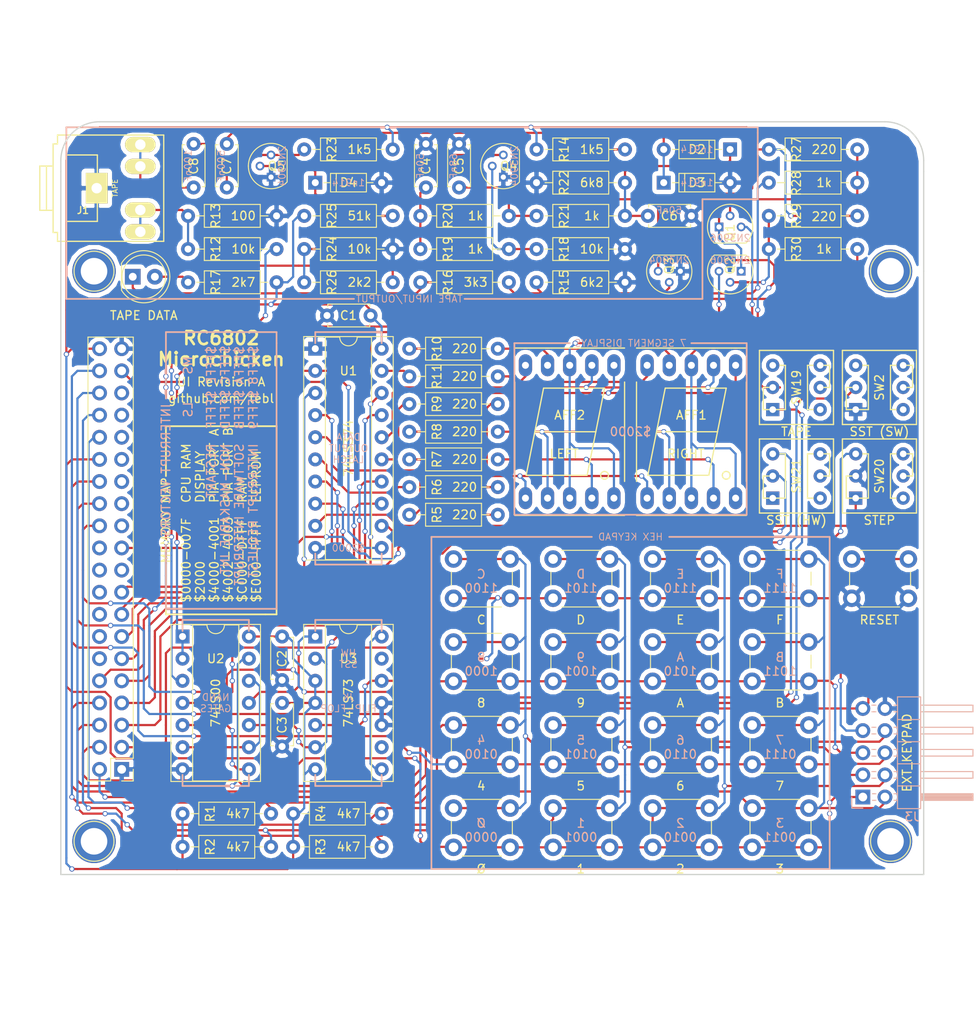
<source format=kicad_pcb>
(kicad_pcb (version 4) (host pcbnew 4.0.7)
  (layers (0 F.Cu signal) (31 B.Cu signal) (34 B.Paste user) (35 F.Paste user) (36 B.SilkS user) (37 F.SilkS user) (38 B.Mask user) (39 F.Mask user) (44 Edge.Cuts user))
  (net 0 "")
  (net 1 GND)
  (net 2 VCC)
  (net 3 "Net-(AFF1-Pad1)")
  (net 4 "Net-(AFF1-Pad2)")
  (net 5 "Net-(AFF1-Pad3)")
  (net 6 "Net-(AFF1-Pad4)")
  (net 7 "Net-(AFF1-Pad6)")
  (net 8 "Net-(AFF1-Pad7)")
  (net 9 "Net-(AFF1-Pad9)")
  (net 10 "Net-(AFF1-Pad10)")
  (net 11 "Net-(AFF2-Pad3)")
  (net 12 "Net-(C4-Pad2)")
  (net 13 "Net-(C5-Pad2)")
  (net 14 "Net-(C6-Pad2)")
  (net 15 "Net-(C7-Pad1)")
  (net 16 "Net-(C7-Pad2)")
  (net 17 "Net-(C8-Pad1)")
  (net 18 /TAPE_EAR)
  (net 19 "Net-(D1-Pad1)")
  (net 20 "Net-(D1-Pad2)")
  (net 21 "Net-(D4-Pad1)")
  (net 22 /TAPE_MIC)
  (net 23 ~RESET)
  (net 24 /D7)
  (net 25 ~SST)
  (net 26 /D6)
  (net 27 /E)
  (net 28 /D5)
  (net 29 /PB7)
  (net 30 /D4)
  (net 31 /PB6)
  (net 32 /D3)
  (net 33 /D2)
  (net 34 /D1)
  (net 35 /D0)
  (net 36 /~HALT)
  (net 37 /PA7)
  (net 38 /PA6)
  (net 39 /PA5)
  (net 40 /PA4)
  (net 41 /PA3)
  (net 42 /PA2)
  (net 43 /PA1)
  (net 44 /IO0)
  (net 45 /PA0)
  (net 46 "Net-(Q1-Pad2)")
  (net 47 "Net-(Q2-Pad2)")
  (net 48 "Net-(Q3-Pad2)")
  (net 49 "Net-(Q3-Pad3)")
  (net 50 "Net-(Q4-Pad2)")
  (net 51 "Net-(R5-Pad2)")
  (net 52 "Net-(R6-Pad2)")
  (net 53 "Net-(R7-Pad2)")
  (net 54 "Net-(R8-Pad2)")
  (net 55 "Net-(R9-Pad2)")
  (net 56 "Net-(R10-Pad2)")
  (net 57 "Net-(R11-Pad2)")
  (net 58 "Net-(SW20-Pad3)")
  (net 59 "Net-(SW20-Pad1)")
  (net 60 "Net-(SW21-Pad3)")
  (net 61 "Net-(U2-Pad5)")
  (net 62 "Net-(U2-Pad12)")
  (net 63 "Net-(U2-Pad11)")
  (net 64 "Net-(U3-Pad14)")
  (net 65 "Net-(R30-Pad2)")
  (net 66 "Net-(R28-Pad1)")
  (module Pin_Headers:Pin_Header_Straight_2x20_Pitch2.54mm (layer F.Cu) (at 107.315 132.08 180)
    (fp_text reference J2)
    (fp_text value RC6802_UI_Port)
    (pad 1 thru_hole rect (at 0 0 180) (size 1.7 1.7) (drill 1) (layers *.Cu *.Mask) (net 1 GND))
    (pad 2 thru_hole oval (at 2.54 0 180) (size 1.7 1.7) (drill 1) (layers *.Cu *.Mask) (net 23 ~RESET))
    (pad 3 thru_hole oval (at 0 2.54 180) (size 1.7 1.7) (drill 1) (layers *.Cu *.Mask) (net 24 /D7))
    (pad 4 thru_hole oval (at 2.54 2.54 180) (size 1.7 1.7) (drill 1) (layers *.Cu *.Mask) (net 25 ~SST))
    (pad 5 thru_hole oval (at 0 5.08 180) (size 1.7 1.7) (drill 1) (layers *.Cu *.Mask) (net 26 /D6))
    (pad 6 thru_hole oval (at 2.54 5.08 180) (size 1.7 1.7) (drill 1) (layers *.Cu *.Mask) (net 27 /E))
    (pad 7 thru_hole oval (at 0 7.62 180) (size 1.7 1.7) (drill 1) (layers *.Cu *.Mask) (net 28 /D5))
    (pad 8 thru_hole oval (at 2.54 7.62 180) (size 1.7 1.7) (drill 1) (layers *.Cu *.Mask) (net 29 /PB7))
    (pad 9 thru_hole oval (at 0 10.16 180) (size 1.7 1.7) (drill 1) (layers *.Cu *.Mask) (net 30 /D4))
    (pad 10 thru_hole oval (at 2.54 10.16 180) (size 1.7 1.7) (drill 1) (layers *.Cu *.Mask) (net 31 /PB6))
    (pad 11 thru_hole oval (at 0 12.7 180) (size 1.7 1.7) (drill 1) (layers *.Cu *.Mask) (net 32 /D3))
    (pad 12 thru_hole oval (at 2.54 12.7 180) (size 1.7 1.7) (drill 1) (layers *.Cu *.Mask))
    (pad 13 thru_hole oval (at 0 15.24 180) (size 1.7 1.7) (drill 1) (layers *.Cu *.Mask) (net 33 /D2))
    (pad 14 thru_hole oval (at 2.54 15.24 180) (size 1.7 1.7) (drill 1) (layers *.Cu *.Mask))
    (pad 15 thru_hole oval (at 0 17.78 180) (size 1.7 1.7) (drill 1) (layers *.Cu *.Mask) (net 34 /D1))
    (pad 16 thru_hole oval (at 2.54 17.78 180) (size 1.7 1.7) (drill 1) (layers *.Cu *.Mask))
    (pad 17 thru_hole oval (at 0 20.32 180) (size 1.7 1.7) (drill 1) (layers *.Cu *.Mask) (net 35 /D0))
    (pad 18 thru_hole oval (at 2.54 20.32 180) (size 1.7 1.7) (drill 1) (layers *.Cu *.Mask))
    (pad 19 thru_hole oval (at 0 22.86 180) (size 1.7 1.7) (drill 1) (layers *.Cu *.Mask))
    (pad 20 thru_hole oval (at 2.54 22.86 180) (size 1.7 1.7) (drill 1) (layers *.Cu *.Mask))
    (pad 21 thru_hole oval (at 0 25.4 180) (size 1.7 1.7) (drill 1) (layers *.Cu *.Mask) (net 36 /~HALT))
    (pad 22 thru_hole oval (at 2.54 25.4 180) (size 1.7 1.7) (drill 1) (layers *.Cu *.Mask))
    (pad 23 thru_hole oval (at 0 27.94 180) (size 1.7 1.7) (drill 1) (layers *.Cu *.Mask))
    (pad 24 thru_hole oval (at 2.54 27.94 180) (size 1.7 1.7) (drill 1) (layers *.Cu *.Mask) (net 37 /PA7))
    (pad 25 thru_hole oval (at 0 30.48 180) (size 1.7 1.7) (drill 1) (layers *.Cu *.Mask))
    (pad 26 thru_hole oval (at 2.54 30.48 180) (size 1.7 1.7) (drill 1) (layers *.Cu *.Mask) (net 38 /PA6))
    (pad 27 thru_hole oval (at 0 33.02 180) (size 1.7 1.7) (drill 1) (layers *.Cu *.Mask))
    (pad 28 thru_hole oval (at 2.54 33.02 180) (size 1.7 1.7) (drill 1) (layers *.Cu *.Mask) (net 39 /PA5))
    (pad 29 thru_hole oval (at 0 35.56 180) (size 1.7 1.7) (drill 1) (layers *.Cu *.Mask))
    (pad 30 thru_hole oval (at 2.54 35.56 180) (size 1.7 1.7) (drill 1) (layers *.Cu *.Mask) (net 40 /PA4))
    (pad 31 thru_hole oval (at 0 38.1 180) (size 1.7 1.7) (drill 1) (layers *.Cu *.Mask))
    (pad 32 thru_hole oval (at 2.54 38.1 180) (size 1.7 1.7) (drill 1) (layers *.Cu *.Mask) (net 41 /PA3))
    (pad 33 thru_hole oval (at 0 40.64 180) (size 1.7 1.7) (drill 1) (layers *.Cu *.Mask))
    (pad 34 thru_hole oval (at 2.54 40.64 180) (size 1.7 1.7) (drill 1) (layers *.Cu *.Mask) (net 42 /PA2))
    (pad 35 thru_hole oval (at 0 43.18 180) (size 1.7 1.7) (drill 1) (layers *.Cu *.Mask))
    (pad 36 thru_hole oval (at 2.54 43.18 180) (size 1.7 1.7) (drill 1) (layers *.Cu *.Mask) (net 43 /PA1))
    (pad 37 thru_hole oval (at 0 45.72 180) (size 1.7 1.7) (drill 1) (layers *.Cu *.Mask) (net 44 /IO0))
    (pad 38 thru_hole oval (at 2.54 45.72 180) (size 1.7 1.7) (drill 1) (layers *.Cu *.Mask) (net 45 /PA0))
    (pad 39 thru_hole oval (at 0 48.26 180) (size 1.7 1.7) (drill 1) (layers *.Cu *.Mask) (net 1 GND))
    (pad 40 thru_hole oval (at 2.54 48.26 180) (size 1.7 1.7) (drill 1) (layers *.Cu *.Mask) (net 2 VCC))
  )
  (module mounting:1pin (layer F.Cu) (at 104.14 140.335 90)
    (fp_text reference M1 hide)
    (fp_text value Mounting hide)
    (pad 1 thru_hole circle (at 0 0 90) (size 5 5) (drill 3.048) (layers *.Cu *.Mask))
  )
  (module mounting:1pin (layer F.Cu) (at 195.58 140.335)
    (fp_text reference M2 hide)
    (fp_text value Mounting hide)
    (pad 1 thru_hole circle (at 0 0) (size 5 5) (drill 3.048) (layers *.Cu *.Mask))
  )
  (module mounting:1pin (layer F.Cu) (at 195.58 74.93)
    (fp_text reference M3 hide)
    (fp_text value Mounting hide)
    (pad 1 thru_hole circle (at 0 0) (size 5 5) (drill 3.048) (layers *.Cu *.Mask))
  )
  (module mounting:1pin (layer F.Cu) (at 104.14 74.93)
    (fp_text reference M4 hide)
    (fp_text value Mounting hide)
    (pad 1 thru_hole circle (at 0 0) (size 5 5) (drill 3.048) (layers *.Cu *.Mask))
  )
  (module Capacitors_THT:C_Disc_D4.7mm_W2.5mm_P5.00mm (layer F.Cu) (at 135.89 80.01 180)
    (fp_text reference C1 (at 2.54 0 180) (layer F.SilkS))
    (fp_text value 100nF)
    (pad 1 thru_hole circle (at 0 0 180) (size 1.6 1.6) (drill 0.8) (layers *.Cu *.Mask) (net 2 VCC))
    (pad 2 thru_hole circle (at 5 0 180) (size 1.6 1.6) (drill 0.8) (layers *.Cu *.Mask) (net 1 GND))
  )
  (module Capacitors_THT:C_Disc_D4.7mm_W2.5mm_P5.00mm (layer F.Cu) (at 125.73 116.84 270)
    (fp_text reference C2 (at 2.54 0 270) (layer F.SilkS))
    (fp_text value 100nF)
    (pad 1 thru_hole circle (at 0 0 270) (size 1.6 1.6) (drill 0.8) (layers *.Cu *.Mask) (net 2 VCC))
    (pad 2 thru_hole circle (at 5 0 270) (size 1.6 1.6) (drill 0.8) (layers *.Cu *.Mask) (net 1 GND))
  )
  (module Capacitors_THT:C_Disc_D4.7mm_W2.5mm_P5.00mm (layer F.Cu) (at 125.73 124.46 270)
    (fp_text reference C3 (at 2.54 0 270) (layer F.SilkS))
    (fp_text value 100nF)
    (pad 1 thru_hole circle (at 0 0 270) (size 1.6 1.6) (drill 0.8) (layers *.Cu *.Mask) (net 2 VCC))
    (pad 2 thru_hole circle (at 5 0 270) (size 1.6 1.6) (drill 0.8) (layers *.Cu *.Mask) (net 1 GND))
  )
  (module Capacitors_THT:C_Disc_D4.7mm_W2.5mm_P5.00mm (layer F.Cu) (at 142.24 60.325 270)
    (fp_text reference C4 (at 2.54 0 270) (layer F.SilkS))
    (fp_text value 50nF (at 2.54 0.635 270) (layer B.SilkS) (effects (font (size 0.8 0.8) (thickness 0.1)) (justify mirror)))
    (pad 1 thru_hole circle (at 0 0 270) (size 1.6 1.6) (drill 0.8) (layers *.Cu *.Mask) (net 1 GND))
    (pad 2 thru_hole circle (at 5 0 270) (size 1.6 1.6) (drill 0.8) (layers *.Cu *.Mask) (net 12 "Net-(C4-Pad2)"))
  )
  (module Capacitors_THT:C_Disc_D4.7mm_W2.5mm_P5.00mm (layer F.Cu) (at 146.05 60.325 270)
    (fp_text reference C5 (at 2.54 0 270) (layer F.SilkS))
    (fp_text value 68nF (at 2.54 0.635 270) (layer B.SilkS) (effects (font (size 0.8 0.8) (thickness 0.1)) (justify mirror)))
    (pad 1 thru_hole circle (at 0 0 270) (size 1.6 1.6) (drill 0.8) (layers *.Cu *.Mask) (net 1 GND))
    (pad 2 thru_hole circle (at 5 0 270) (size 1.6 1.6) (drill 0.8) (layers *.Cu *.Mask) (net 13 "Net-(C5-Pad2)"))
  )
  (module Capacitors_THT:C_Disc_D4.7mm_W2.5mm_P5.00mm (layer F.Cu) (at 172.72 68.58 180)
    (fp_text reference C6 (at 2.54 0 180) (layer F.SilkS))
    (fp_text value 50nF (at 2.54 0.635 180) (layer B.SilkS) (effects (font (size 0.8 0.8) (thickness 0.1)) (justify mirror)))
    (pad 1 thru_hole circle (at 0 0 180) (size 1.6 1.6) (drill 0.8) (layers *.Cu *.Mask) (net 1 GND))
    (pad 2 thru_hole circle (at 5 0 180) (size 1.6 1.6) (drill 0.8) (layers *.Cu *.Mask) (net 14 "Net-(C6-Pad2)"))
  )
  (module Capacitors_THT:C_Disc_D4.7mm_W2.5mm_P5.00mm (layer F.Cu) (at 119.38 60.325 270)
    (fp_text reference C7 (at 2.54 0 270) (layer F.SilkS))
    (fp_text value 500nF (at 2.54 0.635 270) (layer B.SilkS) (effects (font (size 0.8 0.8) (thickness 0.1)) (justify mirror)))
    (pad 1 thru_hole circle (at 0 0 270) (size 1.6 1.6) (drill 0.8) (layers *.Cu *.Mask) (net 15 "Net-(C7-Pad1)"))
    (pad 2 thru_hole circle (at 5 0 270) (size 1.6 1.6) (drill 0.8) (layers *.Cu *.Mask) (net 16 "Net-(C7-Pad2)"))
  )
  (module Capacitors_THT:C_Disc_D4.7mm_W2.5mm_P5.00mm (layer F.Cu) (at 115.57 60.325 270)
    (fp_text reference C8 (at 2.54 0 270) (layer F.SilkS))
    (fp_text value 100nF (at 2.54 0.635 270) (layer B.SilkS) (effects (font (size 0.8 0.8) (thickness 0.1)) (justify mirror)))
    (pad 1 thru_hole circle (at 0 0 270) (size 1.6 1.6) (drill 0.8) (layers *.Cu *.Mask) (net 17 "Net-(C8-Pad1)"))
    (pad 2 thru_hole circle (at 5 0 270) (size 1.6 1.6) (drill 0.8) (layers *.Cu *.Mask) (net 18 /TAPE_EAR))
  )
  (module Displays_7-Segment:7SegmentLED_LTS6760_LTS6780 (layer F.Cu) (at 172.72 93.345)
    (fp_text reference AFF1 (at 0 -1.905) (layer F.SilkS))
    (fp_text value RIGHT (at -0.635 2.54) (layer F.SilkS))
    (pad 1 thru_hole oval (at -5.08 7.62) (size 1.524 2.524) (drill 0.8) (layers *.Cu *.Mask) (net 3 "Net-(AFF1-Pad1)"))
    (pad 2 thru_hole oval (at -2.54 7.62) (size 1.524 2.524) (drill 0.8) (layers *.Cu *.Mask) (net 4 "Net-(AFF1-Pad2)"))
    (pad 3 thru_hole oval (at 0 7.62) (size 1.524 2.524) (drill 0.8) (layers *.Cu *.Mask) (net 5 "Net-(AFF1-Pad3)"))
    (pad 4 thru_hole oval (at 2.54 7.62) (size 1.524 2.524) (drill 0.8) (layers *.Cu *.Mask) (net 6 "Net-(AFF1-Pad4)"))
    (pad 5 thru_hole oval (at 5.08 7.62) (size 1.524 2.524) (drill 0.8) (layers *.Cu *.Mask) (net 5 "Net-(AFF1-Pad3)"))
    (pad 6 thru_hole oval (at 5.08 -7.62) (size 1.524 2.524) (drill 0.8) (layers *.Cu *.Mask) (net 7 "Net-(AFF1-Pad6)"))
    (pad 7 thru_hole oval (at 2.54 -7.62) (size 1.524 2.524) (drill 0.8) (layers *.Cu *.Mask) (net 8 "Net-(AFF1-Pad7)"))
    (pad 8 thru_hole oval (at 0 -7.62) (size 1.524 2.524) (drill 0.8) (layers *.Cu *.Mask) (net 5 "Net-(AFF1-Pad3)"))
    (pad 9 thru_hole oval (at -2.54 -7.62) (size 1.524 2.524) (drill 0.8) (layers *.Cu *.Mask) (net 9 "Net-(AFF1-Pad9)"))
    (pad 10 thru_hole oval (at -5.08 -7.62) (size 1.524 2.524) (drill 0.8) (layers *.Cu *.Mask) (net 10 "Net-(AFF1-Pad10)"))
  )
  (module Displays_7-Segment:7SegmentLED_LTS6760_LTS6780 (layer F.Cu) (at 158.75 93.345)
    (fp_text reference AFF2 (at 0 -1.905) (layer F.SilkS))
    (fp_text value LEFT (at -0.635 2.54) (layer F.SilkS))
    (pad 1 thru_hole oval (at -5.08 7.62) (size 1.524 2.524) (drill 0.8) (layers *.Cu *.Mask) (net 3 "Net-(AFF1-Pad1)"))
    (pad 2 thru_hole oval (at -2.54 7.62) (size 1.524 2.524) (drill 0.8) (layers *.Cu *.Mask) (net 4 "Net-(AFF1-Pad2)"))
    (pad 3 thru_hole oval (at 0 7.62) (size 1.524 2.524) (drill 0.8) (layers *.Cu *.Mask) (net 11 "Net-(AFF2-Pad3)"))
    (pad 4 thru_hole oval (at 2.54 7.62) (size 1.524 2.524) (drill 0.8) (layers *.Cu *.Mask) (net 6 "Net-(AFF1-Pad4)"))
    (pad 5 thru_hole oval (at 5.08 7.62) (size 1.524 2.524) (drill 0.8) (layers *.Cu *.Mask) (net 11 "Net-(AFF2-Pad3)"))
    (pad 6 thru_hole oval (at 5.08 -7.62) (size 1.524 2.524) (drill 0.8) (layers *.Cu *.Mask) (net 7 "Net-(AFF1-Pad6)"))
    (pad 7 thru_hole oval (at 2.54 -7.62) (size 1.524 2.524) (drill 0.8) (layers *.Cu *.Mask) (net 8 "Net-(AFF1-Pad7)"))
    (pad 8 thru_hole oval (at 0 -7.62) (size 1.524 2.524) (drill 0.8) (layers *.Cu *.Mask) (net 11 "Net-(AFF2-Pad3)"))
    (pad 9 thru_hole oval (at -2.54 -7.62) (size 1.524 2.524) (drill 0.8) (layers *.Cu *.Mask) (net 9 "Net-(AFF1-Pad9)"))
    (pad 10 thru_hole oval (at -5.08 -7.62) (size 1.524 2.524) (drill 0.8) (layers *.Cu *.Mask) (net 10 "Net-(AFF1-Pad10)"))
  )
  (module LEDs:LED_D5.0mm (layer F.Cu) (at 108.585 75.565)
    (fp_text reference D1)
    (fp_text value DATA_IN)
    (pad 1 thru_hole rect (at 0 0) (size 1.8 1.8) (drill 0.9) (layers *.Cu *.Mask) (net 19 "Net-(D1-Pad1)"))
    (pad 2 thru_hole circle (at 2.54 0) (size 1.8 1.8) (drill 0.9) (layers *.Cu *.Mask) (net 20 "Net-(D1-Pad2)"))
  )
  (module Diodes_THT:D_DO-35_SOD27_P7.62mm_Horizontal (layer F.Cu) (at 177.165 60.96 180)
    (fp_text reference D2 (at 3.81 0 180) (layer F.SilkS))
    (fp_text value 1n914 (at 3.81 0 180) (layer B.SilkS) (effects (font (size 0.8 0.8) (thickness 0.1)) (justify mirror)))
    (pad 1 thru_hole rect (at 0 0 180) (size 1.6 1.6) (drill 0.8) (layers *.Cu *.Mask) (net 14 "Net-(C6-Pad2)"))
    (pad 2 thru_hole oval (at 7.62 0 180) (size 1.6 1.6) (drill 0.8) (layers *.Cu *.Mask) (net 15 "Net-(C7-Pad1)"))
  )
  (module Diodes_THT:D_DO-35_SOD27_P7.62mm_Horizontal (layer F.Cu) (at 169.545 64.77)
    (fp_text reference D3 (at 3.81 0) (layer F.SilkS))
    (fp_text value 1n914 (at 3.81 0) (layer B.SilkS) (effects (font (size 0.8 0.8) (thickness 0.1)) (justify mirror)))
    (pad 1 thru_hole rect (at 0 0) (size 1.6 1.6) (drill 0.8) (layers *.Cu *.Mask) (net 15 "Net-(C7-Pad1)"))
    (pad 2 thru_hole oval (at 7.62 0) (size 1.6 1.6) (drill 0.8) (layers *.Cu *.Mask) (net 1 GND))
  )
  (module Diodes_THT:D_DO-35_SOD27_P7.62mm_Horizontal (layer F.Cu) (at 129.54 64.77)
    (fp_text reference D4 (at 3.81 0) (layer F.SilkS))
    (fp_text value 1n914 (at 3.81 0) (layer B.SilkS) (effects (font (size 0.8 0.8) (thickness 0.1)) (justify mirror)))
    (pad 1 thru_hole rect (at 0 0) (size 1.6 1.6) (drill 0.8) (layers *.Cu *.Mask) (net 21 "Net-(D4-Pad1)"))
    (pad 2 thru_hole oval (at 7.62 0) (size 1.6 1.6) (drill 0.8) (layers *.Cu *.Mask) (net 1 GND))
  )
  (module TRS:Tayda_3.5mm_stereo_TRS_jack_A-853 (layer F.Cu) (at 106.045 65.405 90)
    (fp_text reference J1 (at -2.54 -3.175 180) (layer F.SilkS) (effects (font (size 0.8 0.8))))
    (fp_text value TAPE (at 0 0.508 90) (layer F.SilkS) (effects (font (size 0.6 0.6) (thickness 0.1))))
    (pad 1 thru_hole rect (at 0 -1.596 90) (size 3.5 2.5) (drill 1.2) (layers *.Cu *.Mask F.SilkS) (net 1 GND))
    (pad 2 thru_hole oval (at 5 3.41 90) (size 1.75 3.5) (drill 1.2) (layers *.Cu *.Mask F.SilkS) (net 18 /TAPE_EAR))
    (pad 5 thru_hole oval (at -5 3.41 90) (size 1.75 3.5) (drill 1.2) (layers *.Cu *.Mask F.SilkS) (net 22 /TAPE_MIC))
    (pad 3 thru_hole oval (at 2.5 3.41 90) (size 1.75 3.5) (drill 1.2) (layers *.Cu *.Mask F.SilkS) (net 18 /TAPE_EAR))
    (pad 4 thru_hole oval (at -2.5 3.41 90) (size 1.75 3.5) (drill 1.2) (layers *.Cu *.Mask F.SilkS) (net 22 /TAPE_MIC))
  )
  (module TO_SOT_Packages_THT:TO-92_Molded_Narrow (layer F.Cu) (at 175.895 69.85)
    (fp_text reference Q1 (at 1.27 0.635 90) (layer F.SilkS))
    (fp_text value 2N3906 (at 1.27 1.27) (layer B.SilkS) (effects (font (size 0.8 0.8) (thickness 0.1)) (justify mirror)))
    (pad 2 thru_hole circle (at 1.27 -1.27 90) (size 1 1) (drill 0.6) (layers *.Cu *.Mask) (net 46 "Net-(Q1-Pad2)"))
    (pad 3 thru_hole circle (at 2.54 0 90) (size 1 1) (drill 0.6) (layers *.Cu *.Mask) (net 5 "Net-(AFF1-Pad3)"))
    (pad 1 thru_hole rect (at 0 0 90) (size 1 1) (drill 0.6) (layers *.Cu *.Mask) (net 2 VCC))
  )
  (module TO_SOT_Packages_THT:TO-92_Molded_Narrow (layer F.Cu) (at 178.435 74.93 180)
    (fp_text reference Q2 (at 1.27 0.635 270) (layer F.SilkS))
    (fp_text value 2N3906 (at 1.27 1.27 180) (layer B.SilkS) (effects (font (size 0.8 0.8) (thickness 0.1)) (justify mirror)))
    (pad 2 thru_hole circle (at 1.27 -1.27 270) (size 1 1) (drill 0.6) (layers *.Cu *.Mask) (net 47 "Net-(Q2-Pad2)"))
    (pad 3 thru_hole circle (at 2.54 0 270) (size 1 1) (drill 0.6) (layers *.Cu *.Mask) (net 11 "Net-(AFF2-Pad3)"))
    (pad 1 thru_hole rect (at 0 0 270) (size 1 1) (drill 0.6) (layers *.Cu *.Mask) (net 2 VCC))
  )
  (module TO_SOT_Packages_THT:TO-92_Molded_Narrow (layer F.Cu) (at 171.45 74.93 180)
    (fp_text reference Q3 (at 1.27 0.635 270) (layer F.SilkS))
    (fp_text value 2N3904 (at 1.27 1.27 180) (layer B.SilkS) (effects (font (size 0.8 0.8) (thickness 0.1)) (justify mirror)))
    (pad 2 thru_hole circle (at 1.27 -1.27 270) (size 1 1) (drill 0.6) (layers *.Cu *.Mask) (net 48 "Net-(Q3-Pad2)"))
    (pad 3 thru_hole circle (at 2.54 0 270) (size 1 1) (drill 0.6) (layers *.Cu *.Mask) (net 49 "Net-(Q3-Pad3)"))
    (pad 1 thru_hole rect (at 0 0 270) (size 1 1) (drill 0.6) (layers *.Cu *.Mask) (net 1 GND))
  )
  (module TO_SOT_Packages_THT:TO-92_Molded_Narrow (layer F.Cu) (at 151.13 64.135 90)
    (fp_text reference Q4 (at 1.27 0.635 180) (layer F.SilkS))
    (fp_text value 2N3904 (at 1.27 1.27 90) (layer B.SilkS) (effects (font (size 0.8 0.8) (thickness 0.1)) (justify mirror)))
    (pad 2 thru_hole circle (at 1.27 -1.27 180) (size 1 1) (drill 0.6) (layers *.Cu *.Mask) (net 50 "Net-(Q4-Pad2)"))
    (pad 3 thru_hole circle (at 2.54 0 180) (size 1 1) (drill 0.6) (layers *.Cu *.Mask) (net 19 "Net-(D1-Pad1)"))
    (pad 1 thru_hole rect (at 0 0 180) (size 1 1) (drill 0.6) (layers *.Cu *.Mask) (net 1 GND))
  )
  (module TO_SOT_Packages_THT:TO-92_Molded_Narrow (layer F.Cu) (at 124.46 64.135 90)
    (fp_text reference Q5 (at 1.27 0.635 180) (layer F.SilkS))
    (fp_text value 2N3904 (at 1.27 1.27 270) (layer B.SilkS) (effects (font (size 0.8 0.8) (thickness 0.1)) (justify mirror)))
    (pad 2 thru_hole circle (at 1.27 -1.27 180) (size 1 1) (drill 0.6) (layers *.Cu *.Mask) (net 21 "Net-(D4-Pad1)"))
    (pad 3 thru_hole circle (at 2.54 0 180) (size 1 1) (drill 0.6) (layers *.Cu *.Mask) (net 16 "Net-(C7-Pad2)"))
    (pad 1 thru_hole rect (at 0 0 180) (size 1 1) (drill 0.6) (layers *.Cu *.Mask) (net 1 GND))
  )
  (module Resistors_THT:R_Axial_DIN0207_L6.3mm_D2.5mm_P10.16mm_Horizontal (layer F.Cu) (at 114.3 137.16)
    (fp_text reference R1 (at 3.175 0 90) (layer F.SilkS))
    (fp_text value 4k7 (at 6.35 0) (layer F.SilkS))
    (pad 1 thru_hole circle (at 0 0) (size 1.6 1.6) (drill 0.8) (layers *.Cu *.Mask) (net 2 VCC))
    (pad 2 thru_hole oval (at 10.16 0) (size 1.6 1.6) (drill 0.8) (layers *.Cu *.Mask) (net 45 /PA0))
  )
  (module Resistors_THT:R_Axial_DIN0207_L6.3mm_D2.5mm_P10.16mm_Horizontal (layer F.Cu) (at 114.3 140.97)
    (fp_text reference R2 (at 3.175 0 90) (layer F.SilkS))
    (fp_text value 4k7 (at 6.35 0) (layer F.SilkS))
    (pad 1 thru_hole circle (at 0 0) (size 1.6 1.6) (drill 0.8) (layers *.Cu *.Mask) (net 2 VCC))
    (pad 2 thru_hole oval (at 10.16 0) (size 1.6 1.6) (drill 0.8) (layers *.Cu *.Mask) (net 43 /PA1))
  )
  (module Resistors_THT:R_Axial_DIN0207_L6.3mm_D2.5mm_P10.16mm_Horizontal (layer F.Cu) (at 127 140.97)
    (fp_text reference R3 (at 3.175 0 90) (layer F.SilkS))
    (fp_text value 4k7 (at 6.35 0) (layer F.SilkS))
    (pad 1 thru_hole circle (at 0 0) (size 1.6 1.6) (drill 0.8) (layers *.Cu *.Mask) (net 2 VCC))
    (pad 2 thru_hole oval (at 10.16 0) (size 1.6 1.6) (drill 0.8) (layers *.Cu *.Mask) (net 42 /PA2))
  )
  (module Resistors_THT:R_Axial_DIN0207_L6.3mm_D2.5mm_P10.16mm_Horizontal (layer F.Cu) (at 127 137.16)
    (fp_text reference R4 (at 3.175 0 90) (layer F.SilkS))
    (fp_text value 4k7 (at 6.35 0) (layer F.SilkS))
    (pad 1 thru_hole circle (at 0 0) (size 1.6 1.6) (drill 0.8) (layers *.Cu *.Mask) (net 2 VCC))
    (pad 2 thru_hole oval (at 10.16 0) (size 1.6 1.6) (drill 0.8) (layers *.Cu *.Mask) (net 41 /PA3))
  )
  (module Resistors_THT:R_Axial_DIN0207_L6.3mm_D2.5mm_P10.16mm_Horizontal (layer F.Cu) (at 150.495 102.87 180)
    (fp_text reference R5 (at 6.985 0 270) (layer F.SilkS))
    (fp_text value 220 (at 3.81 0 180) (layer F.SilkS))
    (pad 1 thru_hole circle (at 0 0 180) (size 1.6 1.6) (drill 0.8) (layers *.Cu *.Mask) (net 8 "Net-(AFF1-Pad7)"))
    (pad 2 thru_hole oval (at 10.16 0 180) (size 1.6 1.6) (drill 0.8) (layers *.Cu *.Mask) (net 51 "Net-(R5-Pad2)"))
  )
  (module Resistors_THT:R_Axial_DIN0207_L6.3mm_D2.5mm_P10.16mm_Horizontal (layer F.Cu) (at 150.495 99.695 180)
    (fp_text reference R6 (at 6.985 0 270) (layer F.SilkS))
    (fp_text value 220 (at 3.81 0 180) (layer F.SilkS))
    (pad 1 thru_hole circle (at 0 0 180) (size 1.6 1.6) (drill 0.8) (layers *.Cu *.Mask) (net 7 "Net-(AFF1-Pad6)"))
    (pad 2 thru_hole oval (at 10.16 0 180) (size 1.6 1.6) (drill 0.8) (layers *.Cu *.Mask) (net 52 "Net-(R6-Pad2)"))
  )
  (module Resistors_THT:R_Axial_DIN0207_L6.3mm_D2.5mm_P10.16mm_Horizontal (layer F.Cu) (at 150.495 96.52 180)
    (fp_text reference R7 (at 6.985 0 270) (layer F.SilkS))
    (fp_text value 220 (at 3.81 0 180) (layer F.SilkS))
    (pad 1 thru_hole circle (at 0 0 180) (size 1.6 1.6) (drill 0.8) (layers *.Cu *.Mask) (net 6 "Net-(AFF1-Pad4)"))
    (pad 2 thru_hole oval (at 10.16 0 180) (size 1.6 1.6) (drill 0.8) (layers *.Cu *.Mask) (net 53 "Net-(R7-Pad2)"))
  )
  (module Resistors_THT:R_Axial_DIN0207_L6.3mm_D2.5mm_P10.16mm_Horizontal (layer F.Cu) (at 150.495 93.345 180)
    (fp_text reference R8 (at 6.985 0 270) (layer F.SilkS))
    (fp_text value 220 (at 3.81 0 180) (layer F.SilkS))
    (pad 1 thru_hole circle (at 0 0 180) (size 1.6 1.6) (drill 0.8) (layers *.Cu *.Mask) (net 4 "Net-(AFF1-Pad2)"))
    (pad 2 thru_hole oval (at 10.16 0 180) (size 1.6 1.6) (drill 0.8) (layers *.Cu *.Mask) (net 54 "Net-(R8-Pad2)"))
  )
  (module Resistors_THT:R_Axial_DIN0207_L6.3mm_D2.5mm_P10.16mm_Horizontal (layer F.Cu) (at 150.495 90.17 180)
    (fp_text reference R9 (at 6.985 0 270) (layer F.SilkS))
    (fp_text value 220 (at 3.81 0 180) (layer F.SilkS))
    (pad 1 thru_hole circle (at 0 0 180) (size 1.6 1.6) (drill 0.8) (layers *.Cu *.Mask) (net 3 "Net-(AFF1-Pad1)"))
    (pad 2 thru_hole oval (at 10.16 0 180) (size 1.6 1.6) (drill 0.8) (layers *.Cu *.Mask) (net 55 "Net-(R9-Pad2)"))
  )
  (module Resistors_THT:R_Axial_DIN0207_L6.3mm_D2.5mm_P10.16mm_Horizontal (layer F.Cu) (at 150.495 83.82 180)
    (fp_text reference R10 (at 6.985 0 270) (layer F.SilkS))
    (fp_text value 220 (at 3.81 0 180) (layer F.SilkS))
    (pad 1 thru_hole circle (at 0 0 180) (size 1.6 1.6) (drill 0.8) (layers *.Cu *.Mask) (net 9 "Net-(AFF1-Pad9)"))
    (pad 2 thru_hole oval (at 10.16 0 180) (size 1.6 1.6) (drill 0.8) (layers *.Cu *.Mask) (net 56 "Net-(R10-Pad2)"))
  )
  (module Resistors_THT:R_Axial_DIN0207_L6.3mm_D2.5mm_P10.16mm_Horizontal (layer F.Cu) (at 150.495 86.995 180)
    (fp_text reference R11 (at 6.985 0 270) (layer F.SilkS))
    (fp_text value 220 (at 3.81 0 180) (layer F.SilkS))
    (pad 1 thru_hole circle (at 0 0 180) (size 1.6 1.6) (drill 0.8) (layers *.Cu *.Mask) (net 10 "Net-(AFF1-Pad10)"))
    (pad 2 thru_hole oval (at 10.16 0 180) (size 1.6 1.6) (drill 0.8) (layers *.Cu *.Mask) (net 57 "Net-(R11-Pad2)"))
  )
  (module Resistors_THT:R_Axial_DIN0207_L6.3mm_D2.5mm_P10.16mm_Horizontal (layer F.Cu) (at 114.935 72.39)
    (fp_text reference R12 (at 3.175 0 90) (layer F.SilkS))
    (fp_text value 10k (at 6.35 0) (layer F.SilkS))
    (pad 1 thru_hole circle (at 0 0) (size 1.6 1.6) (drill 0.8) (layers *.Cu *.Mask) (net 22 /TAPE_MIC))
    (pad 2 thru_hole oval (at 10.16 0) (size 1.6 1.6) (drill 0.8) (layers *.Cu *.Mask) (net 31 /PB6))
  )
  (module Resistors_THT:R_Axial_DIN0207_L6.3mm_D2.5mm_P10.16mm_Horizontal (layer F.Cu) (at 114.935 68.58)
    (fp_text reference R13 (at 3.175 0 90) (layer F.SilkS))
    (fp_text value 100 (at 6.35 0) (layer F.SilkS))
    (pad 1 thru_hole circle (at 0 0) (size 1.6 1.6) (drill 0.8) (layers *.Cu *.Mask) (net 22 /TAPE_MIC))
    (pad 2 thru_hole oval (at 10.16 0) (size 1.6 1.6) (drill 0.8) (layers *.Cu *.Mask) (net 1 GND))
  )
  (module Resistors_THT:R_Axial_DIN0207_L6.3mm_D2.5mm_P10.16mm_Horizontal (layer F.Cu) (at 165.1 60.96 180)
    (fp_text reference R14 (at 6.985 0 270) (layer F.SilkS))
    (fp_text value 1k5 (at 3.81 0 180) (layer F.SilkS))
    (pad 1 thru_hole circle (at 0 0 180) (size 1.6 1.6) (drill 0.8) (layers *.Cu *.Mask) (net 49 "Net-(Q3-Pad3)"))
    (pad 2 thru_hole oval (at 10.16 0 180) (size 1.6 1.6) (drill 0.8) (layers *.Cu *.Mask) (net 2 VCC))
  )
  (module Resistors_THT:R_Axial_DIN0207_L6.3mm_D2.5mm_P10.16mm_Horizontal (layer F.Cu) (at 154.94 76.2)
    (fp_text reference R15 (at 3.175 0 90) (layer F.SilkS))
    (fp_text value 6k2 (at 6.35 0) (layer F.SilkS))
    (pad 1 thru_hole circle (at 0 0) (size 1.6 1.6) (drill 0.8) (layers *.Cu *.Mask) (net 48 "Net-(Q3-Pad2)"))
    (pad 2 thru_hole oval (at 10.16 0) (size 1.6 1.6) (drill 0.8) (layers *.Cu *.Mask) (net 1 GND))
  )
  (module Resistors_THT:R_Axial_DIN0207_L6.3mm_D2.5mm_P10.16mm_Horizontal (layer F.Cu) (at 141.605 76.2)
    (fp_text reference R16 (at 3.175 0 90) (layer F.SilkS))
    (fp_text value 3k3 (at 6.35 0) (layer F.SilkS))
    (pad 1 thru_hole circle (at 0 0) (size 1.6 1.6) (drill 0.8) (layers *.Cu *.Mask) (net 19 "Net-(D1-Pad1)"))
    (pad 2 thru_hole oval (at 10.16 0) (size 1.6 1.6) (drill 0.8) (layers *.Cu *.Mask) (net 48 "Net-(Q3-Pad2)"))
  )
  (module Resistors_THT:R_Axial_DIN0207_L6.3mm_D2.5mm_P10.16mm_Horizontal (layer F.Cu) (at 114.935 76.2)
    (fp_text reference R17 (at 3.175 0 90) (layer F.SilkS))
    (fp_text value 2k7 (at 6.35 0) (layer F.SilkS))
    (pad 1 thru_hole circle (at 0 0) (size 1.6 1.6) (drill 0.8) (layers *.Cu *.Mask) (net 20 "Net-(D1-Pad2)"))
    (pad 2 thru_hole oval (at 10.16 0) (size 1.6 1.6) (drill 0.8) (layers *.Cu *.Mask) (net 2 VCC))
  )
  (module Resistors_THT:R_Axial_DIN0207_L6.3mm_D2.5mm_P10.16mm_Horizontal (layer F.Cu) (at 165.1 72.39 180)
    (fp_text reference R18 (at 6.985 0 270) (layer F.SilkS))
    (fp_text value 10k (at 3.81 0 180) (layer F.SilkS))
    (pad 1 thru_hole circle (at 0 0 180) (size 1.6 1.6) (drill 0.8) (layers *.Cu *.Mask) (net 1 GND))
    (pad 2 thru_hole oval (at 10.16 0 180) (size 1.6 1.6) (drill 0.8) (layers *.Cu *.Mask) (net 50 "Net-(Q4-Pad2)"))
  )
  (module Resistors_THT:R_Axial_DIN0207_L6.3mm_D2.5mm_P10.16mm_Horizontal (layer F.Cu) (at 141.605 72.39)
    (fp_text reference R19 (at 3.175 0 90) (layer F.SilkS))
    (fp_text value 1k (at 6.35 0) (layer F.SilkS))
    (pad 1 thru_hole circle (at 0 0) (size 1.6 1.6) (drill 0.8) (layers *.Cu *.Mask) (net 12 "Net-(C4-Pad2)"))
    (pad 2 thru_hole oval (at 10.16 0) (size 1.6 1.6) (drill 0.8) (layers *.Cu *.Mask) (net 50 "Net-(Q4-Pad2)"))
  )
  (module Resistors_THT:R_Axial_DIN0207_L6.3mm_D2.5mm_P10.16mm_Horizontal (layer F.Cu) (at 151.765 68.58 180)
    (fp_text reference R20 (at 6.985 0 270) (layer F.SilkS))
    (fp_text value 1k (at 3.81 0 180) (layer F.SilkS))
    (pad 1 thru_hole circle (at 0 0 180) (size 1.6 1.6) (drill 0.8) (layers *.Cu *.Mask) (net 13 "Net-(C5-Pad2)"))
    (pad 2 thru_hole oval (at 10.16 0 180) (size 1.6 1.6) (drill 0.8) (layers *.Cu *.Mask) (net 12 "Net-(C4-Pad2)"))
  )
  (module Resistors_THT:R_Axial_DIN0207_L6.3mm_D2.5mm_P10.16mm_Horizontal (layer F.Cu) (at 165.1 68.58 180)
    (fp_text reference R21 (at 6.985 0 270) (layer F.SilkS))
    (fp_text value 1k (at 3.81 0 180) (layer F.SilkS))
    (pad 1 thru_hole circle (at 0 0 180) (size 1.6 1.6) (drill 0.8) (layers *.Cu *.Mask) (net 14 "Net-(C6-Pad2)"))
    (pad 2 thru_hole oval (at 10.16 0 180) (size 1.6 1.6) (drill 0.8) (layers *.Cu *.Mask) (net 13 "Net-(C5-Pad2)"))
  )
  (module Resistors_THT:R_Axial_DIN0207_L6.3mm_D2.5mm_P10.16mm_Horizontal (layer F.Cu) (at 165.1 64.77 180)
    (fp_text reference R22 (at 6.985 0 270) (layer F.SilkS))
    (fp_text value 6k8 (at 3.81 0 180) (layer F.SilkS))
    (pad 1 thru_hole circle (at 0 0 180) (size 1.6 1.6) (drill 0.8) (layers *.Cu *.Mask) (net 14 "Net-(C6-Pad2)"))
    (pad 2 thru_hole oval (at 10.16 0 180) (size 1.6 1.6) (drill 0.8) (layers *.Cu *.Mask) (net 1 GND))
  )
  (module Resistors_THT:R_Axial_DIN0207_L6.3mm_D2.5mm_P10.16mm_Horizontal (layer F.Cu) (at 128.27 60.96)
    (fp_text reference R23 (at 3.175 0 90) (layer F.SilkS))
    (fp_text value 1k5 (at 6.35 0) (layer F.SilkS))
    (pad 1 thru_hole circle (at 0 0) (size 1.6 1.6) (drill 0.8) (layers *.Cu *.Mask) (net 16 "Net-(C7-Pad2)"))
    (pad 2 thru_hole oval (at 10.16 0) (size 1.6 1.6) (drill 0.8) (layers *.Cu *.Mask) (net 2 VCC))
  )
  (module Resistors_THT:R_Axial_DIN0207_L6.3mm_D2.5mm_P10.16mm_Horizontal (layer F.Cu) (at 128.27 72.39)
    (fp_text reference R24 (at 3.175 0 90) (layer F.SilkS))
    (fp_text value 10k (at 6.35 0) (layer F.SilkS))
    (pad 1 thru_hole circle (at 0 0) (size 1.6 1.6) (drill 0.8) (layers *.Cu *.Mask) (net 21 "Net-(D4-Pad1)"))
    (pad 2 thru_hole oval (at 10.16 0) (size 1.6 1.6) (drill 0.8) (layers *.Cu *.Mask) (net 1 GND))
  )
  (module Resistors_THT:R_Axial_DIN0207_L6.3mm_D2.5mm_P10.16mm_Horizontal (layer F.Cu) (at 128.27 68.58)
    (fp_text reference R25 (at 3.175 0 90) (layer F.SilkS))
    (fp_text value 51k (at 6.35 0) (layer F.SilkS))
    (pad 1 thru_hole circle (at 0 0) (size 1.6 1.6) (drill 0.8) (layers *.Cu *.Mask) (net 2 VCC))
    (pad 2 thru_hole oval (at 10.16 0) (size 1.6 1.6) (drill 0.8) (layers *.Cu *.Mask) (net 21 "Net-(D4-Pad1)"))
  )
  (module Resistors_THT:R_Axial_DIN0207_L6.3mm_D2.5mm_P10.16mm_Horizontal (layer F.Cu) (at 128.27 76.2)
    (fp_text reference R26 (at 3.175 0 90) (layer F.SilkS))
    (fp_text value 2k2 (at 6.35 0) (layer F.SilkS))
    (pad 1 thru_hole circle (at 0 0) (size 1.6 1.6) (drill 0.8) (layers *.Cu *.Mask) (net 21 "Net-(D4-Pad1)"))
    (pad 2 thru_hole oval (at 10.16 0) (size 1.6 1.6) (drill 0.8) (layers *.Cu *.Mask) (net 17 "Net-(C8-Pad1)"))
  )
  (module Buttons_Switches_THT:SW_PUSH_6mm (layer F.Cu) (at 191.135 107.95)
    (fp_text reference SW1)
    (fp_text value RESET (at 3.175 6.985) (layer F.SilkS))
    (pad 2 thru_hole circle (at 0 4.5 90) (size 2 2) (drill 1.1) (layers *.Cu *.Mask) (net 1 GND))
    (pad 1 thru_hole circle (at 0 0 90) (size 2 2) (drill 1.1) (layers *.Cu *.Mask) (net 23 ~RESET))
    (pad 2 thru_hole circle (at 6.5 4.5 90) (size 2 2) (drill 1.1) (layers *.Cu *.Mask) (net 1 GND))
    (pad 1 thru_hole circle (at 6.5 0 90) (size 2 2) (drill 1.1) (layers *.Cu *.Mask) (net 23 ~RESET))
  )
  (module DPDT_Switch:dpdt_switch (layer F.Cu) (at 194.31 88.265)
    (fp_text reference SW2 (at 0 0 90) (layer F.SilkS))
    (fp_text value SW_SST)
    (pad 3 thru_hole circle (at -2.725 -2.54) (size 1.524 1.524) (drill 0.762) (layers *.Cu *.Mask))
    (pad 2 thru_hole circle (at -2.725 0) (size 1.524 1.524) (drill 0.762) (layers *.Cu *.Mask) (net 25 ~SST))
    (pad 1 thru_hole rect (at -2.725 2.54) (size 1.524 1.524) (drill 0.762) (layers *.Cu *.Mask) (net 1 GND))
    (pad 4 thru_hole circle (at 2.725 2.54) (size 1.524 1.524) (drill 0.762) (layers *.Cu *.Mask))
    (pad 5 thru_hole circle (at 2.725 0) (size 1.524 1.524) (drill 0.762) (layers *.Cu *.Mask))
    (pad 6 thru_hole circle (at 2.725 -2.54) (size 1.524 1.524) (drill 0.762) (layers *.Cu *.Mask))
  )
  (module Buttons_Switches_THT:SW_PUSH_6mm (layer F.Cu) (at 145.415 136.525)
    (fp_text reference SW3)
    (fp_text value Ø (at 3.175 6.985) (layer F.SilkS))
    (pad 2 thru_hole circle (at 0 4.5 90) (size 2 2) (drill 1.1) (layers *.Cu *.Mask) (net 40 /PA4))
    (pad 1 thru_hole circle (at 0 0 90) (size 2 2) (drill 1.1) (layers *.Cu *.Mask) (net 45 /PA0))
    (pad 2 thru_hole circle (at 6.5 4.5 90) (size 2 2) (drill 1.1) (layers *.Cu *.Mask) (net 40 /PA4))
    (pad 1 thru_hole circle (at 6.5 0 90) (size 2 2) (drill 1.1) (layers *.Cu *.Mask) (net 45 /PA0))
  )
  (module Buttons_Switches_THT:SW_PUSH_6mm (layer F.Cu) (at 145.415 127)
    (fp_text reference SW4)
    (fp_text value 4 (at 3.175 6.985) (layer F.SilkS))
    (pad 2 thru_hole circle (at 0 4.5 90) (size 2 2) (drill 1.1) (layers *.Cu *.Mask) (net 39 /PA5))
    (pad 1 thru_hole circle (at 0 0 90) (size 2 2) (drill 1.1) (layers *.Cu *.Mask) (net 45 /PA0))
    (pad 2 thru_hole circle (at 6.5 4.5 90) (size 2 2) (drill 1.1) (layers *.Cu *.Mask) (net 39 /PA5))
    (pad 1 thru_hole circle (at 6.5 0 90) (size 2 2) (drill 1.1) (layers *.Cu *.Mask) (net 45 /PA0))
  )
  (module Buttons_Switches_THT:SW_PUSH_6mm (layer F.Cu) (at 145.415 117.475)
    (fp_text reference SW5)
    (fp_text value 8 (at 3.175 6.985) (layer F.SilkS))
    (pad 2 thru_hole circle (at 0 4.5 90) (size 2 2) (drill 1.1) (layers *.Cu *.Mask) (net 38 /PA6))
    (pad 1 thru_hole circle (at 0 0 90) (size 2 2) (drill 1.1) (layers *.Cu *.Mask) (net 45 /PA0))
    (pad 2 thru_hole circle (at 6.5 4.5 90) (size 2 2) (drill 1.1) (layers *.Cu *.Mask) (net 38 /PA6))
    (pad 1 thru_hole circle (at 6.5 0 90) (size 2 2) (drill 1.1) (layers *.Cu *.Mask) (net 45 /PA0))
  )
  (module Buttons_Switches_THT:SW_PUSH_6mm (layer F.Cu) (at 145.415 107.95)
    (fp_text reference SW6)
    (fp_text value C (at 3.175 6.985) (layer F.SilkS))
    (pad 2 thru_hole circle (at 0 4.5 90) (size 2 2) (drill 1.1) (layers *.Cu *.Mask) (net 37 /PA7))
    (pad 1 thru_hole circle (at 0 0 90) (size 2 2) (drill 1.1) (layers *.Cu *.Mask) (net 45 /PA0))
    (pad 2 thru_hole circle (at 6.5 4.5 90) (size 2 2) (drill 1.1) (layers *.Cu *.Mask) (net 37 /PA7))
    (pad 1 thru_hole circle (at 6.5 0 90) (size 2 2) (drill 1.1) (layers *.Cu *.Mask) (net 45 /PA0))
  )
  (module Buttons_Switches_THT:SW_PUSH_6mm (layer F.Cu) (at 156.845 136.525)
    (fp_text reference SW7)
    (fp_text value 1 (at 3.175 6.985) (layer F.SilkS))
    (pad 2 thru_hole circle (at 0 4.5 90) (size 2 2) (drill 1.1) (layers *.Cu *.Mask) (net 40 /PA4))
    (pad 1 thru_hole circle (at 0 0 90) (size 2 2) (drill 1.1) (layers *.Cu *.Mask) (net 43 /PA1))
    (pad 2 thru_hole circle (at 6.5 4.5 90) (size 2 2) (drill 1.1) (layers *.Cu *.Mask) (net 40 /PA4))
    (pad 1 thru_hole circle (at 6.5 0 90) (size 2 2) (drill 1.1) (layers *.Cu *.Mask) (net 43 /PA1))
  )
  (module Buttons_Switches_THT:SW_PUSH_6mm (layer F.Cu) (at 156.845 127)
    (fp_text reference SW8)
    (fp_text value 5 (at 3.175 6.985) (layer F.SilkS))
    (pad 2 thru_hole circle (at 0 4.5 90) (size 2 2) (drill 1.1) (layers *.Cu *.Mask) (net 39 /PA5))
    (pad 1 thru_hole circle (at 0 0 90) (size 2 2) (drill 1.1) (layers *.Cu *.Mask) (net 43 /PA1))
    (pad 2 thru_hole circle (at 6.5 4.5 90) (size 2 2) (drill 1.1) (layers *.Cu *.Mask) (net 39 /PA5))
    (pad 1 thru_hole circle (at 6.5 0 90) (size 2 2) (drill 1.1) (layers *.Cu *.Mask) (net 43 /PA1))
  )
  (module Buttons_Switches_THT:SW_PUSH_6mm (layer F.Cu) (at 156.845 117.475)
    (fp_text reference SW9)
    (fp_text value 9 (at 3.175 6.985) (layer F.SilkS))
    (pad 2 thru_hole circle (at 0 4.5 90) (size 2 2) (drill 1.1) (layers *.Cu *.Mask) (net 38 /PA6))
    (pad 1 thru_hole circle (at 0 0 90) (size 2 2) (drill 1.1) (layers *.Cu *.Mask) (net 43 /PA1))
    (pad 2 thru_hole circle (at 6.5 4.5 90) (size 2 2) (drill 1.1) (layers *.Cu *.Mask) (net 38 /PA6))
    (pad 1 thru_hole circle (at 6.5 0 90) (size 2 2) (drill 1.1) (layers *.Cu *.Mask) (net 43 /PA1))
  )
  (module Buttons_Switches_THT:SW_PUSH_6mm (layer F.Cu) (at 156.845 107.95)
    (fp_text reference SW10)
    (fp_text value D (at 3.175 6.985) (layer F.SilkS))
    (pad 2 thru_hole circle (at 0 4.5 90) (size 2 2) (drill 1.1) (layers *.Cu *.Mask) (net 37 /PA7))
    (pad 1 thru_hole circle (at 0 0 90) (size 2 2) (drill 1.1) (layers *.Cu *.Mask) (net 43 /PA1))
    (pad 2 thru_hole circle (at 6.5 4.5 90) (size 2 2) (drill 1.1) (layers *.Cu *.Mask) (net 37 /PA7))
    (pad 1 thru_hole circle (at 6.5 0 90) (size 2 2) (drill 1.1) (layers *.Cu *.Mask) (net 43 /PA1))
  )
  (module Buttons_Switches_THT:SW_PUSH_6mm (layer F.Cu) (at 168.275 136.525)
    (fp_text reference SW11)
    (fp_text value 2 (at 3.175 6.985) (layer F.SilkS))
    (pad 2 thru_hole circle (at 0 4.5 90) (size 2 2) (drill 1.1) (layers *.Cu *.Mask) (net 40 /PA4))
    (pad 1 thru_hole circle (at 0 0 90) (size 2 2) (drill 1.1) (layers *.Cu *.Mask) (net 42 /PA2))
    (pad 2 thru_hole circle (at 6.5 4.5 90) (size 2 2) (drill 1.1) (layers *.Cu *.Mask) (net 40 /PA4))
    (pad 1 thru_hole circle (at 6.5 0 90) (size 2 2) (drill 1.1) (layers *.Cu *.Mask) (net 42 /PA2))
  )
  (module Buttons_Switches_THT:SW_PUSH_6mm (layer F.Cu) (at 168.275 127)
    (fp_text reference SW12)
    (fp_text value 6 (at 3.175 6.985) (layer F.SilkS))
    (pad 2 thru_hole circle (at 0 4.5 90) (size 2 2) (drill 1.1) (layers *.Cu *.Mask) (net 39 /PA5))
    (pad 1 thru_hole circle (at 0 0 90) (size 2 2) (drill 1.1) (layers *.Cu *.Mask) (net 42 /PA2))
    (pad 2 thru_hole circle (at 6.5 4.5 90) (size 2 2) (drill 1.1) (layers *.Cu *.Mask) (net 39 /PA5))
    (pad 1 thru_hole circle (at 6.5 0 90) (size 2 2) (drill 1.1) (layers *.Cu *.Mask) (net 42 /PA2))
  )
  (module Buttons_Switches_THT:SW_PUSH_6mm (layer F.Cu) (at 168.275 117.475)
    (fp_text reference SW13)
    (fp_text value A (at 3.175 6.985) (layer F.SilkS))
    (pad 2 thru_hole circle (at 0 4.5 90) (size 2 2) (drill 1.1) (layers *.Cu *.Mask) (net 38 /PA6))
    (pad 1 thru_hole circle (at 0 0 90) (size 2 2) (drill 1.1) (layers *.Cu *.Mask) (net 42 /PA2))
    (pad 2 thru_hole circle (at 6.5 4.5 90) (size 2 2) (drill 1.1) (layers *.Cu *.Mask) (net 38 /PA6))
    (pad 1 thru_hole circle (at 6.5 0 90) (size 2 2) (drill 1.1) (layers *.Cu *.Mask) (net 42 /PA2))
  )
  (module Buttons_Switches_THT:SW_PUSH_6mm (layer F.Cu) (at 168.275 107.95)
    (fp_text reference SW14)
    (fp_text value E (at 3.175 6.985) (layer F.SilkS))
    (pad 2 thru_hole circle (at 0 4.5 90) (size 2 2) (drill 1.1) (layers *.Cu *.Mask) (net 37 /PA7))
    (pad 1 thru_hole circle (at 0 0 90) (size 2 2) (drill 1.1) (layers *.Cu *.Mask) (net 42 /PA2))
    (pad 2 thru_hole circle (at 6.5 4.5 90) (size 2 2) (drill 1.1) (layers *.Cu *.Mask) (net 37 /PA7))
    (pad 1 thru_hole circle (at 6.5 0 90) (size 2 2) (drill 1.1) (layers *.Cu *.Mask) (net 42 /PA2))
  )
  (module Buttons_Switches_THT:SW_PUSH_6mm (layer F.Cu) (at 179.705 136.525)
    (fp_text reference SW15)
    (fp_text value 3 (at 3.175 6.985) (layer F.SilkS))
    (pad 2 thru_hole circle (at 0 4.5 90) (size 2 2) (drill 1.1) (layers *.Cu *.Mask) (net 40 /PA4))
    (pad 1 thru_hole circle (at 0 0 90) (size 2 2) (drill 1.1) (layers *.Cu *.Mask) (net 41 /PA3))
    (pad 2 thru_hole circle (at 6.5 4.5 90) (size 2 2) (drill 1.1) (layers *.Cu *.Mask) (net 40 /PA4))
    (pad 1 thru_hole circle (at 6.5 0 90) (size 2 2) (drill 1.1) (layers *.Cu *.Mask) (net 41 /PA3))
  )
  (module Buttons_Switches_THT:SW_PUSH_6mm (layer F.Cu) (at 179.705 127)
    (fp_text reference SW16)
    (fp_text value 7 (at 3.175 6.985) (layer F.SilkS))
    (pad 2 thru_hole circle (at 0 4.5 90) (size 2 2) (drill 1.1) (layers *.Cu *.Mask) (net 39 /PA5))
    (pad 1 thru_hole circle (at 0 0 90) (size 2 2) (drill 1.1) (layers *.Cu *.Mask) (net 41 /PA3))
    (pad 2 thru_hole circle (at 6.5 4.5 90) (size 2 2) (drill 1.1) (layers *.Cu *.Mask) (net 39 /PA5))
    (pad 1 thru_hole circle (at 6.5 0 90) (size 2 2) (drill 1.1) (layers *.Cu *.Mask) (net 41 /PA3))
  )
  (module Buttons_Switches_THT:SW_PUSH_6mm (layer F.Cu) (at 179.705 117.475)
    (fp_text reference SW17)
    (fp_text value B (at 3.175 6.985) (layer F.SilkS))
    (pad 2 thru_hole circle (at 0 4.5 90) (size 2 2) (drill 1.1) (layers *.Cu *.Mask) (net 38 /PA6))
    (pad 1 thru_hole circle (at 0 0 90) (size 2 2) (drill 1.1) (layers *.Cu *.Mask) (net 41 /PA3))
    (pad 2 thru_hole circle (at 6.5 4.5 90) (size 2 2) (drill 1.1) (layers *.Cu *.Mask) (net 38 /PA6))
    (pad 1 thru_hole circle (at 6.5 0 90) (size 2 2) (drill 1.1) (layers *.Cu *.Mask) (net 41 /PA3))
  )
  (module Buttons_Switches_THT:SW_PUSH_6mm (layer F.Cu) (at 179.705 107.95)
    (fp_text reference SW18)
    (fp_text value F (at 3.175 6.985) (layer F.SilkS))
    (pad 2 thru_hole circle (at 0 4.5 90) (size 2 2) (drill 1.1) (layers *.Cu *.Mask) (net 37 /PA7))
    (pad 1 thru_hole circle (at 0 0 90) (size 2 2) (drill 1.1) (layers *.Cu *.Mask) (net 41 /PA3))
    (pad 2 thru_hole circle (at 6.5 4.5 90) (size 2 2) (drill 1.1) (layers *.Cu *.Mask) (net 37 /PA7))
    (pad 1 thru_hole circle (at 6.5 0 90) (size 2 2) (drill 1.1) (layers *.Cu *.Mask) (net 41 /PA3))
  )
  (module DPDT_Switch:dpdt_switch (layer F.Cu) (at 184.785 88.265)
    (fp_text reference SW19 (at 0 0 90) (layer F.SilkS))
    (fp_text value TAPE (at 0 5.08) (layer F.SilkS))
    (pad 3 thru_hole circle (at -2.725 -2.54) (size 1.524 1.524) (drill 0.762) (layers *.Cu *.Mask))
    (pad 2 thru_hole circle (at -2.725 0) (size 1.524 1.524) (drill 0.762) (layers *.Cu *.Mask) (net 49 "Net-(Q3-Pad3)"))
    (pad 1 thru_hole rect (at -2.725 2.54) (size 1.524 1.524) (drill 0.762) (layers *.Cu *.Mask) (net 29 /PB7))
    (pad 4 thru_hole circle (at 2.725 2.54) (size 1.524 1.524) (drill 0.762) (layers *.Cu *.Mask))
    (pad 5 thru_hole circle (at 2.725 0) (size 1.524 1.524) (drill 0.762) (layers *.Cu *.Mask))
    (pad 6 thru_hole circle (at 2.725 -2.54) (size 1.524 1.524) (drill 0.762) (layers *.Cu *.Mask))
  )
  (module DPDT_Switch:dpdt_switch (layer F.Cu) (at 194.31 98.425)
    (fp_text reference SW20 (at 0 0 90) (layer F.SilkS))
    (fp_text value STEP (at 0 5.08) (layer F.SilkS))
    (pad 3 thru_hole circle (at -2.725 -2.54) (size 1.524 1.524) (drill 0.762) (layers *.Cu *.Mask) (net 58 "Net-(SW20-Pad3)"))
    (pad 2 thru_hole circle (at -2.725 0) (size 1.524 1.524) (drill 0.762) (layers *.Cu *.Mask) (net 1 GND))
    (pad 1 thru_hole rect (at -2.725 2.54) (size 1.524 1.524) (drill 0.762) (layers *.Cu *.Mask) (net 59 "Net-(SW20-Pad1)"))
    (pad 4 thru_hole circle (at 2.725 2.54) (size 1.524 1.524) (drill 0.762) (layers *.Cu *.Mask))
    (pad 5 thru_hole circle (at 2.725 0) (size 1.524 1.524) (drill 0.762) (layers *.Cu *.Mask))
    (pad 6 thru_hole circle (at 2.725 -2.54) (size 1.524 1.524) (drill 0.762) (layers *.Cu *.Mask))
  )
  (module DPDT_Switch:dpdt_switch (layer F.Cu) (at 184.785 98.425)
    (fp_text reference SW21 (at 0 0 270) (layer F.SilkS))
    (fp_text value HW_SST)
    (pad 3 thru_hole circle (at -2.725 -2.54) (size 1.524 1.524) (drill 0.762) (layers *.Cu *.Mask) (net 60 "Net-(SW21-Pad3)"))
    (pad 2 thru_hole circle (at -2.725 0) (size 1.524 1.524) (drill 0.762) (layers *.Cu *.Mask) (net 36 /~HALT))
    (pad 1 thru_hole rect (at -2.725 2.54) (size 1.524 1.524) (drill 0.762) (layers *.Cu *.Mask))
    (pad 4 thru_hole circle (at 2.725 2.54) (size 1.524 1.524) (drill 0.762) (layers *.Cu *.Mask))
    (pad 5 thru_hole circle (at 2.725 0) (size 1.524 1.524) (drill 0.762) (layers *.Cu *.Mask))
    (pad 6 thru_hole circle (at 2.725 -2.54) (size 1.524 1.524) (drill 0.762) (layers *.Cu *.Mask))
  )
  (module Housings_DIP:DIP-20_W7.62mm_Socket (layer F.Cu) (at 129.54 83.82)
    (fp_text reference U1 (at 3.81 2.54) (layer F.SilkS))
    (fp_text value 74LS374 (at 3.81 11.43 90) (layer F.SilkS))
    (pad 1 thru_hole rect (at 0 0) (size 1.6 1.6) (drill 0.8) (layers *.Cu *.Mask) (net 1 GND))
    (pad 11 thru_hole oval (at 7.62 22.86) (size 1.6 1.6) (drill 0.8) (layers *.Cu *.Mask) (net 44 /IO0))
    (pad 2 thru_hole oval (at 0 2.54) (size 1.6 1.6) (drill 0.8) (layers *.Cu *.Mask) (net 65 "Net-(R30-Pad2)"))
    (pad 12 thru_hole oval (at 7.62 20.32) (size 1.6 1.6) (drill 0.8) (layers *.Cu *.Mask) (net 54 "Net-(R8-Pad2)"))
    (pad 3 thru_hole oval (at 0 5.08) (size 1.6 1.6) (drill 0.8) (layers *.Cu *.Mask) (net 35 /D0))
    (pad 13 thru_hole oval (at 7.62 17.78) (size 1.6 1.6) (drill 0.8) (layers *.Cu *.Mask) (net 30 /D4))
    (pad 4 thru_hole oval (at 0 7.62) (size 1.6 1.6) (drill 0.8) (layers *.Cu *.Mask) (net 34 /D1))
    (pad 14 thru_hole oval (at 7.62 15.24) (size 1.6 1.6) (drill 0.8) (layers *.Cu *.Mask) (net 28 /D5))
    (pad 5 thru_hole oval (at 0 10.16) (size 1.6 1.6) (drill 0.8) (layers *.Cu *.Mask) (net 51 "Net-(R5-Pad2)"))
    (pad 15 thru_hole oval (at 7.62 12.7) (size 1.6 1.6) (drill 0.8) (layers *.Cu *.Mask) (net 55 "Net-(R9-Pad2)"))
    (pad 6 thru_hole oval (at 0 12.7) (size 1.6 1.6) (drill 0.8) (layers *.Cu *.Mask) (net 52 "Net-(R6-Pad2)"))
    (pad 16 thru_hole oval (at 7.62 10.16) (size 1.6 1.6) (drill 0.8) (layers *.Cu *.Mask) (net 56 "Net-(R10-Pad2)"))
    (pad 7 thru_hole oval (at 0 15.24) (size 1.6 1.6) (drill 0.8) (layers *.Cu *.Mask) (net 33 /D2))
    (pad 17 thru_hole oval (at 7.62 7.62) (size 1.6 1.6) (drill 0.8) (layers *.Cu *.Mask) (net 26 /D6))
    (pad 8 thru_hole oval (at 0 17.78) (size 1.6 1.6) (drill 0.8) (layers *.Cu *.Mask) (net 32 /D3))
    (pad 18 thru_hole oval (at 7.62 5.08) (size 1.6 1.6) (drill 0.8) (layers *.Cu *.Mask) (net 24 /D7))
    (pad 9 thru_hole oval (at 0 20.32) (size 1.6 1.6) (drill 0.8) (layers *.Cu *.Mask) (net 53 "Net-(R7-Pad2)"))
    (pad 19 thru_hole oval (at 7.62 2.54) (size 1.6 1.6) (drill 0.8) (layers *.Cu *.Mask) (net 57 "Net-(R11-Pad2)"))
    (pad 10 thru_hole oval (at 0 22.86) (size 1.6 1.6) (drill 0.8) (layers *.Cu *.Mask) (net 1 GND))
    (pad 20 thru_hole oval (at 7.62 0) (size 1.6 1.6) (drill 0.8) (layers *.Cu *.Mask) (net 2 VCC))
  )
  (module Housings_DIP:DIP-14_W7.62mm_Socket (layer F.Cu) (at 114.3 116.84)
    (fp_text reference U2 (at 3.81 2.54) (layer F.SilkS))
    (fp_text value 74LS00 (at 3.81 7.62 90) (layer F.SilkS))
    (pad 1 thru_hole rect (at 0 0) (size 1.6 1.6) (drill 0.8) (layers *.Cu *.Mask) (net 65 "Net-(R30-Pad2)"))
    (pad 8 thru_hole oval (at 7.62 15.24) (size 1.6 1.6) (drill 0.8) (layers *.Cu *.Mask) (net 61 "Net-(U2-Pad5)"))
    (pad 2 thru_hole oval (at 0 2.54) (size 1.6 1.6) (drill 0.8) (layers *.Cu *.Mask) (net 65 "Net-(R30-Pad2)"))
    (pad 9 thru_hole oval (at 7.62 12.7) (size 1.6 1.6) (drill 0.8) (layers *.Cu *.Mask) (net 62 "Net-(U2-Pad12)"))
    (pad 3 thru_hole oval (at 0 5.08) (size 1.6 1.6) (drill 0.8) (layers *.Cu *.Mask) (net 66 "Net-(R28-Pad1)"))
    (pad 10 thru_hole oval (at 7.62 10.16) (size 1.6 1.6) (drill 0.8) (layers *.Cu *.Mask) (net 59 "Net-(SW20-Pad1)"))
    (pad 4 thru_hole oval (at 0 7.62) (size 1.6 1.6) (drill 0.8) (layers *.Cu *.Mask) (net 58 "Net-(SW20-Pad3)"))
    (pad 11 thru_hole oval (at 7.62 7.62) (size 1.6 1.6) (drill 0.8) (layers *.Cu *.Mask) (net 63 "Net-(U2-Pad11)"))
    (pad 5 thru_hole oval (at 0 10.16) (size 1.6 1.6) (drill 0.8) (layers *.Cu *.Mask) (net 61 "Net-(U2-Pad5)"))
    (pad 12 thru_hole oval (at 7.62 5.08) (size 1.6 1.6) (drill 0.8) (layers *.Cu *.Mask) (net 62 "Net-(U2-Pad12)"))
    (pad 6 thru_hole oval (at 0 12.7) (size 1.6 1.6) (drill 0.8) (layers *.Cu *.Mask) (net 62 "Net-(U2-Pad12)"))
    (pad 13 thru_hole oval (at 7.62 2.54) (size 1.6 1.6) (drill 0.8) (layers *.Cu *.Mask) (net 27 /E))
    (pad 7 thru_hole oval (at 0 15.24) (size 1.6 1.6) (drill 0.8) (layers *.Cu *.Mask) (net 1 GND))
    (pad 14 thru_hole oval (at 7.62 0) (size 1.6 1.6) (drill 0.8) (layers *.Cu *.Mask) (net 2 VCC))
  )
  (module Housings_DIP:DIP-14_W7.62mm_Socket (layer F.Cu) (at 129.54 116.84)
    (fp_text reference U3 (at 3.81 2.54) (layer F.SilkS))
    (fp_text value 74LS73 (at 3.81 7.62 90) (layer F.SilkS))
    (pad 1 thru_hole rect (at 0 0) (size 1.6 1.6) (drill 0.8) (layers *.Cu *.Mask) (net 63 "Net-(U2-Pad11)"))
    (pad 8 thru_hole oval (at 7.62 15.24) (size 1.6 1.6) (drill 0.8) (layers *.Cu *.Mask) (net 64 "Net-(U3-Pad14)"))
    (pad 2 thru_hole oval (at 0 2.54) (size 1.6 1.6) (drill 0.8) (layers *.Cu *.Mask) (net 59 "Net-(SW20-Pad1)"))
    (pad 9 thru_hole oval (at 7.62 12.7) (size 1.6 1.6) (drill 0.8) (layers *.Cu *.Mask))
    (pad 3 thru_hole oval (at 0 5.08) (size 1.6 1.6) (drill 0.8) (layers *.Cu *.Mask) (net 2 VCC))
    (pad 10 thru_hole oval (at 7.62 10.16) (size 1.6 1.6) (drill 0.8) (layers *.Cu *.Mask) (net 1 GND))
    (pad 4 thru_hole oval (at 0 7.62) (size 1.6 1.6) (drill 0.8) (layers *.Cu *.Mask) (net 2 VCC))
    (pad 11 thru_hole oval (at 7.62 7.62) (size 1.6 1.6) (drill 0.8) (layers *.Cu *.Mask) (net 1 GND))
    (pad 5 thru_hole oval (at 0 10.16) (size 1.6 1.6) (drill 0.8) (layers *.Cu *.Mask) (net 60 "Net-(SW21-Pad3)"))
    (pad 12 thru_hole oval (at 7.62 5.08) (size 1.6 1.6) (drill 0.8) (layers *.Cu *.Mask) (net 60 "Net-(SW21-Pad3)"))
    (pad 6 thru_hole oval (at 0 12.7) (size 1.6 1.6) (drill 0.8) (layers *.Cu *.Mask) (net 59 "Net-(SW20-Pad1)"))
    (pad 13 thru_hole oval (at 7.62 2.54) (size 1.6 1.6) (drill 0.8) (layers *.Cu *.Mask))
    (pad 7 thru_hole oval (at 0 15.24) (size 1.6 1.6) (drill 0.8) (layers *.Cu *.Mask) (net 2 VCC))
    (pad 14 thru_hole oval (at 7.62 0) (size 1.6 1.6) (drill 0.8) (layers *.Cu *.Mask) (net 64 "Net-(U3-Pad14)"))
  )
  (module Resistors_THT:R_Axial_DIN0207_L6.3mm_D2.5mm_P10.16mm_Horizontal (layer F.Cu) (at 181.61 60.96)
    (fp_text reference R27 (at 3.175 0 90) (layer F.SilkS))
    (fp_text value 220 (at 6.35 0) (layer F.SilkS))
    (pad 1 thru_hole circle (at 0 0) (size 1.6 1.6) (drill 0.8) (layers *.Cu *.Mask) (net 2 VCC))
    (pad 2 thru_hole oval (at 10.16 0) (size 1.6 1.6) (drill 0.8) (layers *.Cu *.Mask) (net 46 "Net-(Q1-Pad2)"))
  )
  (module Resistors_THT:R_Axial_DIN0207_L6.3mm_D2.5mm_P10.16mm_Horizontal (layer F.Cu) (at 181.61 64.77)
    (fp_text reference R28 (at 3.175 0.084999 90) (layer F.SilkS))
    (fp_text value 1k (at 6.35 0) (layer F.SilkS))
    (pad 1 thru_hole circle (at 0 0) (size 1.6 1.6) (drill 0.8) (layers *.Cu *.Mask) (net 66 "Net-(R28-Pad1)"))
    (pad 2 thru_hole oval (at 10.16 0) (size 1.6 1.6) (drill 0.8) (layers *.Cu *.Mask) (net 46 "Net-(Q1-Pad2)"))
  )
  (module Resistors_THT:R_Axial_DIN0207_L6.3mm_D2.5mm_P10.16mm_Horizontal (layer F.Cu) (at 181.61 68.58)
    (fp_text reference R29 (at 3.175 0 90) (layer F.SilkS))
    (fp_text value 220 (at 6.35 0.084999) (layer F.SilkS))
    (pad 1 thru_hole circle (at 0 0) (size 1.6 1.6) (drill 0.8) (layers *.Cu *.Mask) (net 47 "Net-(Q2-Pad2)"))
    (pad 2 thru_hole oval (at 10.16 0) (size 1.6 1.6) (drill 0.8) (layers *.Cu *.Mask) (net 2 VCC))
  )
  (module Resistors_THT:R_Axial_DIN0207_L6.3mm_D2.5mm_P10.16mm_Horizontal (layer F.Cu) (at 181.61 72.39)
    (fp_text reference R30 (at 3.175 0 90) (layer F.SilkS))
    (fp_text value 1k (at 6.35 0) (layer F.SilkS))
    (pad 1 thru_hole circle (at 0 0) (size 1.6 1.6) (drill 0.8) (layers *.Cu *.Mask) (net 47 "Net-(Q2-Pad2)"))
    (pad 2 thru_hole oval (at 10.16 0) (size 1.6 1.6) (drill 0.8) (layers *.Cu *.Mask) (net 65 "Net-(R30-Pad2)"))
  )
  (module Pin_Headers:Pin_Header_Angled_2x05_Pitch2.54mm (layer B.Cu) (at 192.405 135.255)
    (fp_text reference J3 (at 5.655 2.27) (layer B.SilkS) (effects (justify mirror)))
    (fp_text value EXT_KEYPAD (at 5.08 -5.08 90) (layer F.SilkS))
    (pad 1 thru_hole rect (at 0 0) (size 1.7 1.7) (drill 1) (layers *.Cu *.Mask) (net 40 /PA4))
    (pad 2 thru_hole oval (at 2.54 0) (size 1.7 1.7) (drill 1) (layers *.Cu *.Mask) (net 41 /PA3))
    (pad 3 thru_hole oval (at 0 -2.54) (size 1.7 1.7) (drill 1) (layers *.Cu *.Mask) (net 39 /PA5))
    (pad 4 thru_hole oval (at 2.54 -2.54) (size 1.7 1.7) (drill 1) (layers *.Cu *.Mask) (net 42 /PA2))
    (pad 5 thru_hole oval (at 0 -5.08) (size 1.7 1.7) (drill 1) (layers *.Cu *.Mask) (net 38 /PA6))
    (pad 6 thru_hole oval (at 2.54 -5.08) (size 1.7 1.7) (drill 1) (layers *.Cu *.Mask) (net 43 /PA1))
    (pad 7 thru_hole oval (at 0 -7.62) (size 1.7 1.7) (drill 1) (layers *.Cu *.Mask) (net 37 /PA7))
    (pad 8 thru_hole oval (at 2.54 -7.62) (size 1.7 1.7) (drill 1) (layers *.Cu *.Mask) (net 45 /PA0))
    (pad 9 thru_hole oval (at 0 -10.16) (size 1.7 1.7) (drill 1) (layers *.Cu *.Mask) (net 23 ~RESET))
    (pad 10 thru_hole oval (at 2.54 -10.16) (size 1.7 1.7) (drill 1) (layers *.Cu *.Mask) (net 1 GND))
  )
  (gr_text LS (at 114.935 90.805 90) (layer B.SilkS) (effects (font (size 1 1)) (justify mirror)))
  (gr_text MS (at 114.935 85.725 90) (layer B.SilkS) (effects (font (size 1 1)) (justify mirror)))
  (gr_text "$FFFE\n$FFFC\n$FFFA\n$FFF8" (at 120.015 85.725 90) (layer B.SilkS) (effects (font (size 1 1)) (justify mirror)))
  (gr_line (start 112.395 113.665) (end 112.395 106.045) (angle 90) (layer B.SilkS) (width 0.2))
  (gr_line (start 112.395 81.915) (end 112.395 89.535) (angle 90) (layer B.SilkS) (width 0.2))
  (gr_line (start 125.095 113.665) (end 125.095 83.185) (angle 90) (layer B.SilkS) (width 0.2))
  (gr_line (start 112.395 113.665) (end 125.095 113.665) (angle 90) (layer B.SilkS) (width 0.2))
  (gr_text "INTERRUPT VECTORS" (at 112.395 97.79 90) (layer B.SilkS) (effects (font (size 1 1)) (justify mirror)))
  (gr_line (start 125.095 81.915) (end 125.095 83.185) (angle 90) (layer B.SilkS) (width 0.2))
  (gr_line (start 112.395 81.915) (end 125.095 81.915) (angle 90) (layer B.SilkS) (width 0.2))
  (gr_text "RESTART\nNON-MASKABLE INT.\nSOFTWARE INTERRUPT\nINTERRUPT REQUEST" (at 120.015 94.615 90) (layer B.SilkS) (effects (font (size 1 1)) (justify left mirror)))
  (gr_text "$FFFF\n$FFFD\n$FFFB\n$FFF9" (at 120.015 90.805 90) (layer B.SilkS) (effects (font (size 1 1)) (justify mirror)))
  (gr_line (start 125.095 114.3) (end 123.825 114.3) (angle 90) (layer F.SilkS) (width 0.2))
  (gr_line (start 125.095 92.71) (end 112.395 92.71) (angle 90) (layer F.SilkS) (width 0.2))
  (gr_line (start 125.095 114.3) (end 125.095 92.71) (angle 90) (layer F.SilkS) (width 0.2))
  (gr_line (start 112.395 114.3) (end 123.825 114.3) (angle 90) (layer F.SilkS) (width 0.2))
  (gr_line (start 112.395 113.665) (end 112.395 114.3) (angle 90) (layer F.SilkS) (width 0.2))
  (gr_line (start 112.395 108.585) (end 112.395 113.665) (angle 90) (layer F.SilkS) (width 0.2))
  (gr_line (start 112.395 98.425) (end 112.395 92.71) (angle 90) (layer F.SilkS) (width 0.2))
  (gr_text "MEMORY MAP" (at 112.395 103.505 90) (layer F.SilkS) (effects (font (size 1 1))))
  (gr_text "CPU RAM\nDISPLAY\nPIA PORT A\nPIA PORT B\nRAM\nEEPROM" (at 118.745 101.6 90) (layer F.SilkS) (effects (font (size 1 1)) (justify left)))
  (gr_text "$0000-007F\n$2000\n$4000-4001\n$4002-4003\n$C000-DFFF\n$E000-FFFF" (at 118.745 113.03 90) (layer F.SilkS) (effects (font (size 1 1)) (justify left)))
  (gr_text "TAPE DATA" (at 109.855 80.01) (layer F.SilkS) (effects (font (size 1 1))))
  (gr_line (start 146.685 78.105) (end 173.99 78.105) (angle 90) (layer B.SilkS) (width 0.2))
  (gr_line (start 133.985 78.105) (end 100.965 78.105) (angle 90) (layer B.SilkS) (width 0.2))
  (gr_text "TAPE INPUT/OUTPUT" (at 140.335 78.105) (layer B.SilkS) (effects (font (size 0.8 0.8) (thickness 0.1)) (justify mirror)))
  (gr_line (start 180.34 58.42) (end 180.34 59.055) (angle 90) (layer B.SilkS) (width 0.2))
  (gr_line (start 100.965 58.42) (end 180.34 58.42) (angle 90) (layer B.SilkS) (width 0.2))
  (gr_line (start 100.965 78.105) (end 100.965 58.42) (angle 90) (layer B.SilkS) (width 0.2))
  (gr_line (start 173.99 66.675) (end 173.99 78.105) (angle 90) (layer B.SilkS) (width 0.2))
  (gr_line (start 180.34 66.675) (end 173.99 66.675) (angle 90) (layer B.SilkS) (width 0.2))
  (gr_line (start 180.34 59.055) (end 180.34 66.675) (angle 90) (layer B.SilkS) (width 0.2))
  (gr_line (start 179.07 83.185) (end 172.72 83.185) (angle 90) (layer B.SilkS) (width 0.2))
  (gr_line (start 179.07 102.87) (end 179.07 83.185) (angle 90) (layer B.SilkS) (width 0.2))
  (gr_line (start 152.4 102.87) (end 179.07 102.87) (angle 90) (layer B.SilkS) (width 0.2))
  (gr_line (start 152.4 83.185) (end 152.4 102.87) (angle 90) (layer B.SilkS) (width 0.2))
  (gr_line (start 158.75 83.185) (end 152.4 83.185) (angle 90) (layer B.SilkS) (width 0.2))
  (gr_text "7 SEGMENT DISPLAYS" (at 165.735 83.185) (layer B.SilkS) (effects (font (size 0.8 0.8) (thickness 0.1)) (justify mirror)))
  (gr_text $2000 (at 133.35 106.68) (layer B.SilkS) (effects (font (size 0.8 0.8) (thickness 0.1)) (justify mirror)))
  (gr_text "SST (SW)" (at 194.31 93.345) (layer F.SilkS) (effects (font (size 1 1))))
  (gr_text "SST (HW)" (at 184.785 103.505) (layer F.SilkS) (effects (font (size 1 1))))
  (gr_line (start 161.29 105.41) (end 142.875 105.41) (angle 90) (layer B.SilkS) (width 0.2))
  (gr_line (start 142.875 143.51) (end 142.875 105.41) (angle 90) (layer B.SilkS) (width 0.2))
  (gr_line (start 188.595 143.51) (end 142.875 143.51) (angle 90) (layer B.SilkS) (width 0.2))
  (gr_line (start 188.595 105.41) (end 188.595 143.51) (angle 90) (layer B.SilkS) (width 0.2))
  (gr_line (start 170.18 105.41) (end 188.595 105.41) (angle 90) (layer B.SilkS) (width 0.2))
  (gr_text "HEX KEYPAD" (at 165.735 105.41) (layer B.SilkS) (effects (font (size 0.8 0.8) (thickness 0.1)) (justify mirror)))
  (gr_text "DATA\nOUTPUT\nLATCH" (at 133.35 95.25) (layer B.SilkS) (effects (font (size 0.8 0.8) (thickness 0.1)) (justify mirror)))
  (gr_text "HW\nSST" (at 133.35 119.38) (layer B.SilkS) (effects (font (size 0.8 0.8) (thickness 0.1)) (justify mirror)))
  (gr_text "JK\nFLIP-FLOP" (at 133.35 124.46) (layer B.SilkS) (effects (font (size 0.8 0.8) (thickness 0.1)) (justify mirror)))
  (gr_text "NAND\nGATES" (at 118.11 124.46) (layer B.SilkS) (effects (font (size 0.8 0.8) (thickness 0.1)) (justify mirror)))
  (gr_line (start 137.16 108.585) (end 137.16 107.315) (angle 90) (layer B.SilkS) (width 0.2))
  (gr_line (start 129.54 108.585) (end 137.16 108.585) (angle 90) (layer B.SilkS) (width 0.2))
  (gr_line (start 129.54 107.315) (end 129.54 108.585) (angle 90) (layer B.SilkS) (width 0.2))
  (gr_line (start 137.16 81.915) (end 137.16 83.185) (angle 90) (layer B.SilkS) (width 0.2))
  (gr_line (start 129.54 81.915) (end 137.16 81.915) (angle 90) (layer B.SilkS) (width 0.2))
  (gr_line (start 129.54 83.185) (end 129.54 81.915) (angle 90) (layer B.SilkS) (width 0.2))
  (gr_line (start 137.16 114.935) (end 137.16 116.205) (angle 90) (layer B.SilkS) (width 0.2))
  (gr_line (start 129.54 114.935) (end 137.16 114.935) (angle 90) (layer B.SilkS) (width 0.2))
  (gr_line (start 129.54 116.205) (end 129.54 114.935) (angle 90) (layer B.SilkS) (width 0.2))
  (gr_line (start 137.16 133.985) (end 137.16 132.715) (angle 90) (layer B.SilkS) (width 0.2))
  (gr_line (start 129.54 133.985) (end 137.16 133.985) (angle 90) (layer B.SilkS) (width 0.2))
  (gr_line (start 129.54 132.715) (end 129.54 133.985) (angle 90) (layer B.SilkS) (width 0.2))
  (gr_line (start 121.92 133.985) (end 121.92 132.715) (angle 90) (layer B.SilkS) (width 0.2))
  (gr_line (start 114.3 133.985) (end 121.92 133.985) (angle 90) (layer B.SilkS) (width 0.2))
  (gr_line (start 114.3 132.715) (end 114.3 133.985) (angle 90) (layer B.SilkS) (width 0.2))
  (gr_line (start 121.92 114.935) (end 121.92 116.205) (angle 90) (layer B.SilkS) (width 0.2))
  (gr_line (start 114.3 114.935) (end 121.92 114.935) (angle 90) (layer B.SilkS) (width 0.2))
  (gr_line (start 114.3 116.205) (end 114.3 114.935) (angle 90) (layer B.SilkS) (width 0.2))
  (gr_text $2000 (at 165.735 93.345) (layer B.SilkS) (effects (font (size 1 1)) (justify mirror)))
  (gr_text github.com/tebl (at 118.745 89.535) (layer F.SilkS) (effects (font (size 1 1))))
  (gr_text "UI Revision A" (at 118.745 87.63) (layer F.SilkS) (effects (font (size 1 1))))
  (gr_text "RC6802\nMicrochicken" (at 118.745 83.82) (layer F.SilkS) (effects (font (size 1.5 1.5) (thickness 0.3))))
  (gr_text "3\n0011" (at 182.88 139.065) (layer B.SilkS) (effects (font (size 1 1)) (justify mirror)))
  (gr_text "2\n0010" (at 171.45 139.065) (layer B.SilkS) (effects (font (size 1 1)) (justify mirror)))
  (gr_text "1\n0001" (at 160.02 139.065) (layer B.SilkS) (effects (font (size 1 1)) (justify mirror)))
  (gr_text "Ø\n0000" (at 148.59 139.065) (layer B.SilkS) (effects (font (size 1 1)) (justify mirror)))
  (gr_text "4\n0100" (at 148.59 129.54) (layer B.SilkS) (effects (font (size 1 1)) (justify mirror)))
  (gr_text "5\n0101" (at 160.02 129.54) (layer B.SilkS) (effects (font (size 1 1)) (justify mirror)))
  (gr_text "6\n0110" (at 171.45 129.54) (layer B.SilkS) (effects (font (size 1 1)) (justify mirror)))
  (gr_text "7\n0111" (at 182.88 129.54) (layer B.SilkS) (effects (font (size 1 1)) (justify mirror)))
  (gr_text "8\n1000" (at 148.59 120.015) (layer B.SilkS) (effects (font (size 1 1)) (justify mirror)))
  (gr_text "9\n1001" (at 160.02 120.015) (layer B.SilkS) (effects (font (size 1 1)) (justify mirror)))
  (gr_text "A\n1010" (at 171.45 120.015) (layer B.SilkS) (effects (font (size 1 1)) (justify mirror)))
  (gr_text "B\n1011" (at 182.88 120.015) (layer B.SilkS) (effects (font (size 1 1)) (justify mirror)))
  (gr_text "C\n1100" (at 148.59 110.49) (layer B.SilkS) (effects (font (size 1 1)) (justify mirror)))
  (gr_text "D\n1101" (at 160.02 110.49) (layer B.SilkS) (effects (font (size 1 1)) (justify mirror)))
  (gr_text "E\n1110" (at 171.45 110.49) (layer B.SilkS) (effects (font (size 1 1)) (justify mirror)))
  (gr_text "F\n1111" (at 182.88 110.49) (layer B.SilkS) (effects (font (size 1 1)) (justify mirror)))
  (gr_line (start 100.33 63.5) (end 100.33 62.23) (angle 90) (layer Edge.Cuts) (width 0.15))
  (gr_line (start 199.39 62.23) (end 199.39 63.5) (angle 90) (layer Edge.Cuts) (width 0.15))
  (gr_line (start 100.33 63.5) (end 100.33 74.93) (angle 90) (layer Edge.Cuts) (width 0.15))
  (gr_line (start 199.39 74.93) (end 199.39 63.5) (angle 90) (layer Edge.Cuts) (width 0.15))
  (gr_line (start 199.39 144.145) (end 199.39 74.93) (angle 90) (layer Edge.Cuts) (width 0.15))
  (gr_line (start 100.33 74.93) (end 100.33 144.145) (angle 90) (layer Edge.Cuts) (width 0.15))
  (gr_line (start 100.33 144.145) (end 199.39 144.145) (angle 90) (layer Edge.Cuts) (width 0.15))
  (gr_line (start 104.775 57.785) (end 194.945 57.785) (angle 90) (layer Edge.Cuts) (width 0.15))
  (gr_arc (start 104.775 62.23) (end 100.33 62.23) (angle 90) (layer Edge.Cuts) (width 0.15))
  (gr_arc (start 194.945 62.23) (end 194.945 57.785) (angle 90) (layer Edge.Cuts) (width 0.15))
  (via (at 124.46 78.74) (size 0.6) (drill 0.4) (layers F.Cu B.Cu) (net 2))
  (segment (start 125.095 76.2) (end 125.095 78.105) (width 0.25) (layer B.Cu) (net 2))
  (segment (start 125.095 78.105) (end 124.46 78.74) (width 0.25) (layer B.Cu) (net 2))
  (segment (start 129.54 124.46) (end 128.27 125.73) (width 0.25) (layer B.Cu) (net 2))
  (segment (start 128.27 131.445) (end 128.27 125.73) (width 0.25) (layer B.Cu) (net 2))
  (segment (start 128.27 131.445) (end 128.27 132.715) (width 0.25) (layer B.Cu) (net 2))
  (segment (start 129.54 121.92) (end 129.54 124.46) (width 0.25) (layer B.Cu) (net 2))
  (segment (start 129.54 124.46) (end 125.73 124.46) (width 0.25) (layer F.Cu) (net 2))
  (segment (start 125.73 116.84) (end 126.365 116.84) (width 0.25) (layer B.Cu) (net 2))
  (segment (start 126.365 116.84) (end 127 117.475) (width 0.25) (layer B.Cu) (net 2))
  (segment (start 127 119.38) (end 129.54 121.92) (width 0.25) (layer B.Cu) (net 2))
  (segment (start 127 117.475) (end 127 119.38) (width 0.25) (layer B.Cu) (net 2))
  (segment (start 129.54 132.08) (end 128.905 132.08) (width 0.25) (layer B.Cu) (net 2))
  (segment (start 128.905 132.08) (end 128.27 132.715) (width 0.25) (layer B.Cu) (net 2))
  (segment (start 127 137.16) (end 127.635 137.16) (width 0.25) (layer B.Cu) (net 2))
  (segment (start 127.635 137.16) (end 128.27 136.525) (width 0.25) (layer B.Cu) (net 2))
  (segment (start 128.27 136.525) (end 128.27 132.715) (width 0.25) (layer B.Cu) (net 2))
  (segment (start 175.895 69.85) (end 175.895 71.12) (width 0.25) (layer B.Cu) (net 2))
  (segment (start 178.435 72.39) (end 178.435 74.93) (width 0.25) (layer B.Cu) (net 2))
  (segment (start 177.8 71.755) (end 178.435 72.39) (width 0.25) (layer B.Cu) (net 2))
  (segment (start 176.53 71.755) (end 177.8 71.755) (width 0.25) (layer B.Cu) (net 2))
  (segment (start 175.895 71.12) (end 176.53 71.755) (width 0.25) (layer B.Cu) (net 2))
  (segment (start 179.705 62.865) (end 179.705 65.405) (width 0.25) (layer F.Cu) (net 2))
  (segment (start 176.53 66.04) (end 175.895 66.675) (width 0.25) (layer F.Cu) (net 2))
  (segment (start 179.07 66.04) (end 176.53 66.04) (width 0.25) (layer F.Cu) (net 2))
  (segment (start 179.705 65.405) (end 179.07 66.04) (width 0.25) (layer F.Cu) (net 2))
  (segment (start 175.895 67.31) (end 175.895 66.675) (width 0.25) (layer F.Cu) (net 2))
  (segment (start 175.895 69.85) (end 175.895 67.31) (width 0.25) (layer F.Cu) (net 2))
  (via (at 184.15 68.58) (size 0.6) (drill 0.4) (layers F.Cu B.Cu) (net 2))
  (segment (start 181.61 60.96) (end 182.88 60.96) (width 0.25) (layer B.Cu) (net 2))
  (segment (start 183.515 61.595) (end 182.88 60.96) (width 0.25) (layer B.Cu) (net 2))
  (segment (start 183.515 67.945) (end 183.515 61.595) (width 0.25) (layer B.Cu) (net 2))
  (segment (start 183.515 67.945) (end 184.15 68.58) (width 0.25) (layer B.Cu) (net 2))
  (segment (start 191.77 68.58) (end 184.15 68.58) (width 0.25) (layer F.Cu) (net 2))
  (segment (start 179.705 60.325) (end 180.34 60.96) (width 0.25) (layer F.Cu) (net 2))
  (segment (start 179.705 61.595) (end 179.705 60.325) (width 0.25) (layer F.Cu) (net 2))
  (segment (start 179.705 60.325) (end 179.705 59.055) (width 0.25) (layer F.Cu) (net 2))
  (segment (start 179.705 59.055) (end 179.07 58.42) (width 0.25) (layer F.Cu) (net 2))
  (segment (start 179.705 62.865) (end 179.705 61.595) (width 0.25) (layer F.Cu) (net 2))
  (segment (start 128.27 68.58) (end 127.635 68.58) (width 0.25) (layer B.Cu) (net 2))
  (segment (start 127.635 68.58) (end 127 69.215) (width 0.25) (layer B.Cu) (net 2))
  (segment (start 127 69.215) (end 127 75.565) (width 0.25) (layer B.Cu) (net 2))
  (segment (start 127 75.565) (end 126.365 76.2) (width 0.25) (layer B.Cu) (net 2))
  (segment (start 126.365 76.2) (end 125.095 76.2) (width 0.25) (layer B.Cu) (net 2))
  (segment (start 138.43 60.96) (end 138.43 59.055) (width 0.25) (layer B.Cu) (net 2))
  (via (at 137.795 58.42) (size 0.6) (drill 0.4) (layers F.Cu B.Cu) (net 2))
  (segment (start 138.43 59.055) (end 137.795 58.42) (width 0.25) (layer B.Cu) (net 2))
  (segment (start 154.94 60.96) (end 154.94 59.055) (width 0.25) (layer B.Cu) (net 2))
  (via (at 154.305 58.42) (size 0.6) (drill 0.4) (layers F.Cu B.Cu) (net 2))
  (segment (start 154.94 59.055) (end 154.305 58.42) (width 0.25) (layer B.Cu) (net 2))
  (segment (start 100.965 79.375) (end 100.965 62.23) (width 0.25) (layer F.Cu) (net 2))
  (segment (start 104.775 58.42) (end 137.795 58.42) (width 0.25) (layer F.Cu) (net 2))
  (segment (start 137.795 58.42) (end 154.305 58.42) (width 0.25) (layer F.Cu) (net 2))
  (segment (start 154.305 58.42) (end 179.07 58.42) (width 0.25) (layer F.Cu) (net 2))
  (segment (start 100.965 62.23) (end 104.775 58.42) (width 0.25) (layer F.Cu) (net 2))
  (segment (start 180.34 60.96) (end 181.61 60.96) (width 0.25) (layer F.Cu) (net 2))
  (segment (start 124.46 78.74) (end 114.3 78.74) (width 0.25) (layer F.Cu) (net 2))
  (segment (start 101.6 78.74) (end 100.965 79.375) (width 0.25) (layer F.Cu) (net 2))
  (segment (start 114.3 78.74) (end 101.6 78.74) (width 0.25) (layer F.Cu) (net 2))
  (segment (start 100.965 81.915) (end 100.965 84.455) (width 0.25) (layer F.Cu) (net 2))
  (segment (start 100.965 79.375) (end 100.965 81.915) (width 0.25) (layer F.Cu) (net 2))
  (segment (start 125.095 78.74) (end 124.46 78.74) (width 0.25) (layer F.Cu) (net 2))
  (segment (start 135.255 78.74) (end 135.89 79.375) (width 0.25) (layer F.Cu) (net 2))
  (segment (start 135.255 78.74) (end 125.095 78.74) (width 0.25) (layer F.Cu) (net 2))
  (segment (start 135.89 80.01) (end 135.89 79.375) (width 0.25) (layer F.Cu) (net 2))
  (segment (start 137.16 83.82) (end 137.16 81.28) (width 0.25) (layer B.Cu) (net 2))
  (segment (start 137.16 81.28) (end 135.89 80.01) (width 0.25) (layer B.Cu) (net 2))
  (segment (start 113.665 143.51) (end 126.365 143.51) (width 0.25) (layer F.Cu) (net 2))
  (segment (start 127 142.875) (end 127 140.97) (width 0.25) (layer F.Cu) (net 2))
  (segment (start 126.365 143.51) (end 127 142.875) (width 0.25) (layer F.Cu) (net 2))
  (segment (start 102.235 143.51) (end 113.665 143.51) (width 0.25) (layer F.Cu) (net 2))
  (via (at 101.6 143.51) (size 0.6) (drill 0.4) (layers F.Cu B.Cu) (net 2))
  (segment (start 101.6 143.51) (end 102.235 143.51) (width 0.25) (layer F.Cu) (net 2))
  (segment (start 100.965 142.875) (end 101.6 143.51) (width 0.25) (layer B.Cu) (net 2))
  (segment (start 100.965 142.24) (end 100.965 142.875) (width 0.25) (layer B.Cu) (net 2))
  (segment (start 100.965 84.455) (end 100.965 142.24) (width 0.25) (layer B.Cu) (net 2))
  (via (at 100.965 84.455) (size 0.6) (drill 0.4) (layers F.Cu B.Cu) (net 2))
  (segment (start 101.6 83.82) (end 100.965 84.455) (width 0.25) (layer F.Cu) (net 2))
  (segment (start 104.775 83.82) (end 101.6 83.82) (width 0.25) (layer F.Cu) (net 2))
  (segment (start 114.3 142.875) (end 114.3 140.97) (width 0.25) (layer F.Cu) (net 2))
  (segment (start 113.665 143.51) (end 114.3 142.875) (width 0.25) (layer F.Cu) (net 2))
  (segment (start 127 140.97) (end 127 137.16) (width 0.25) (layer B.Cu) (net 2))
  (segment (start 114.3 140.97) (end 114.3 137.16) (width 0.25) (layer B.Cu) (net 2))
  (segment (start 121.92 116.84) (end 125.73 116.84) (width 0.25) (layer F.Cu) (net 2))
  (segment (start 153.035 98.425) (end 167.005 98.425) (width 0.25) (layer F.Cu) (net 3))
  (segment (start 167.64 99.06) (end 167.64 100.965) (width 0.25) (layer B.Cu) (net 3))
  (segment (start 167.005 98.425) (end 167.64 99.06) (width 0.25) (layer B.Cu) (net 3))
  (via (at 167.005 98.425) (size 0.6) (drill 0.4) (layers F.Cu B.Cu) (net 3))
  (segment (start 150.495 90.17) (end 149.675002 90.17) (width 0.25) (layer F.Cu) (net 3))
  (segment (start 153.67 99.06) (end 153.67 100.965) (width 0.25) (layer B.Cu) (net 3))
  (segment (start 153.035 98.425) (end 153.67 99.06) (width 0.25) (layer B.Cu) (net 3))
  (via (at 153.035 98.425) (size 0.6) (drill 0.4) (layers F.Cu B.Cu) (net 3))
  (segment (start 149.86 98.425) (end 153.035 98.425) (width 0.25) (layer F.Cu) (net 3))
  (segment (start 149.225 97.79) (end 149.86 98.425) (width 0.25) (layer F.Cu) (net 3))
  (segment (start 149.225 90.620002) (end 149.225 97.79) (width 0.25) (layer F.Cu) (net 3))
  (segment (start 149.675002 90.17) (end 149.225 90.620002) (width 0.25) (layer F.Cu) (net 3))
  (segment (start 155.575 93.345) (end 169.545 93.345) (width 0.25) (layer F.Cu) (net 4))
  (segment (start 170.18 93.98) (end 170.18 100.965) (width 0.25) (layer B.Cu) (net 4))
  (segment (start 169.545 93.345) (end 170.18 93.98) (width 0.25) (layer B.Cu) (net 4))
  (via (at 169.545 93.345) (size 0.6) (drill 0.4) (layers F.Cu B.Cu) (net 4))
  (segment (start 156.21 100.965) (end 156.21 93.98) (width 0.25) (layer B.Cu) (net 4))
  (segment (start 155.575 93.345) (end 150.495 93.345) (width 0.25) (layer F.Cu) (net 4))
  (via (at 155.575 93.345) (size 0.6) (drill 0.4) (layers F.Cu B.Cu) (net 4))
  (segment (start 156.21 93.98) (end 155.575 93.345) (width 0.25) (layer B.Cu) (net 4))
  (segment (start 177.8 100.965) (end 177.8 95.885) (width 0.25) (layer B.Cu) (net 5))
  (segment (start 173.355 95.25) (end 172.72 94.615) (width 0.25) (layer B.Cu) (net 5))
  (segment (start 177.165 95.25) (end 173.355 95.25) (width 0.25) (layer B.Cu) (net 5))
  (segment (start 177.8 95.885) (end 177.165 95.25) (width 0.25) (layer B.Cu) (net 5))
  (segment (start 179.705 82.55) (end 179.705 83.185) (width 0.25) (layer F.Cu) (net 5))
  (segment (start 179.705 83.185) (end 179.07 83.82) (width 0.25) (layer F.Cu) (net 5))
  (segment (start 172.72 85.725) (end 172.72 84.455) (width 0.25) (layer F.Cu) (net 5))
  (segment (start 179.07 69.85) (end 178.435 69.85) (width 0.25) (layer B.Cu) (net 5))
  (segment (start 179.705 70.485) (end 179.07 69.85) (width 0.25) (layer B.Cu) (net 5))
  (segment (start 179.705 78.74) (end 179.705 70.485) (width 0.25) (layer B.Cu) (net 5))
  (via (at 179.705 78.74) (size 0.6) (drill 0.4) (layers F.Cu B.Cu) (net 5))
  (segment (start 179.705 82.55) (end 179.705 78.74) (width 0.25) (layer F.Cu) (net 5))
  (segment (start 173.355 83.82) (end 179.07 83.82) (width 0.25) (layer F.Cu) (net 5))
  (segment (start 172.72 84.455) (end 173.355 83.82) (width 0.25) (layer F.Cu) (net 5))
  (segment (start 172.72 85.725) (end 172.72 94.615) (width 0.25) (layer B.Cu) (net 5))
  (segment (start 172.72 94.615) (end 172.72 100.965) (width 0.25) (layer B.Cu) (net 5))
  (segment (start 160.655 96.52) (end 161.29 97.155) (width 0.25) (layer B.Cu) (net 6))
  (segment (start 161.29 97.155) (end 161.29 100.965) (width 0.25) (layer B.Cu) (net 6))
  (via (at 160.655 96.52) (size 0.6) (drill 0.4) (layers F.Cu B.Cu) (net 6))
  (segment (start 175.26 97.155) (end 174.625 96.52) (width 0.25) (layer B.Cu) (net 6))
  (segment (start 150.495 96.52) (end 160.655 96.52) (width 0.25) (layer F.Cu) (net 6))
  (segment (start 175.26 97.155) (end 175.26 100.965) (width 0.25) (layer B.Cu) (net 6))
  (segment (start 160.655 96.52) (end 174.625 96.52) (width 0.25) (layer F.Cu) (net 6))
  (via (at 174.625 96.52) (size 0.6) (drill 0.4) (layers F.Cu B.Cu) (net 6))
  (segment (start 163.195 88.9) (end 149.225 88.9) (width 0.25) (layer F.Cu) (net 7))
  (segment (start 149.225 99.695) (end 150.495 99.695) (width 0.25) (layer F.Cu) (net 7))
  (segment (start 148.59 99.06) (end 149.225 99.695) (width 0.25) (layer F.Cu) (net 7))
  (segment (start 148.59 89.535) (end 148.59 99.06) (width 0.25) (layer F.Cu) (net 7))
  (segment (start 149.225 88.9) (end 148.59 89.535) (width 0.25) (layer F.Cu) (net 7))
  (segment (start 163.83 85.725) (end 163.83 88.265) (width 0.25) (layer B.Cu) (net 7))
  (segment (start 177.8 88.265) (end 177.8 85.725) (width 0.25) (layer F.Cu) (net 7))
  (segment (start 177.165 88.9) (end 177.8 88.265) (width 0.25) (layer F.Cu) (net 7))
  (segment (start 163.195 88.9) (end 177.165 88.9) (width 0.25) (layer F.Cu) (net 7))
  (via (at 163.195 88.9) (size 0.6) (drill 0.4) (layers F.Cu B.Cu) (net 7))
  (segment (start 163.83 88.265) (end 163.195 88.9) (width 0.25) (layer B.Cu) (net 7))
  (segment (start 149.225 88.265) (end 148.59 88.265) (width 0.25) (layer F.Cu) (net 8))
  (segment (start 160.655 88.265) (end 149.225 88.265) (width 0.25) (layer F.Cu) (net 8))
  (segment (start 148.59 102.87) (end 150.495 102.87) (width 0.25) (layer F.Cu) (net 8))
  (segment (start 147.955 102.235) (end 148.59 102.87) (width 0.25) (layer F.Cu) (net 8))
  (segment (start 147.955 88.9) (end 147.955 102.235) (width 0.25) (layer F.Cu) (net 8))
  (segment (start 148.59 88.265) (end 147.955 88.9) (width 0.25) (layer F.Cu) (net 8))
  (segment (start 161.29 85.725) (end 161.29 87.63) (width 0.25) (layer B.Cu) (net 8))
  (segment (start 175.26 87.63) (end 175.26 85.725) (width 0.25) (layer B.Cu) (net 8))
  (segment (start 174.625 88.265) (end 175.26 87.63) (width 0.25) (layer B.Cu) (net 8))
  (via (at 174.625 88.265) (size 0.6) (drill 0.4) (layers F.Cu B.Cu) (net 8))
  (segment (start 160.655 88.265) (end 174.625 88.265) (width 0.25) (layer F.Cu) (net 8))
  (via (at 160.655 88.265) (size 0.6) (drill 0.4) (layers F.Cu B.Cu) (net 8))
  (segment (start 161.29 87.63) (end 160.655 88.265) (width 0.25) (layer B.Cu) (net 8))
  (segment (start 155.575 83.82) (end 169.545 83.82) (width 0.25) (layer F.Cu) (net 9))
  (segment (start 170.18 84.455) (end 170.18 85.725) (width 0.25) (layer F.Cu) (net 9))
  (segment (start 169.545 83.82) (end 170.18 84.455) (width 0.25) (layer F.Cu) (net 9))
  (segment (start 150.495 83.82) (end 155.575 83.82) (width 0.25) (layer F.Cu) (net 9))
  (segment (start 156.21 84.455) (end 156.21 85.725) (width 0.25) (layer F.Cu) (net 9))
  (segment (start 155.575 83.82) (end 156.21 84.455) (width 0.25) (layer F.Cu) (net 9))
  (segment (start 150.495 86.995) (end 151.765 86.995) (width 0.25) (layer F.Cu) (net 10))
  (segment (start 151.765 86.995) (end 152.4 87.63) (width 0.25) (layer F.Cu) (net 10))
  (segment (start 153.035 87.63) (end 167.005 87.63) (width 0.25) (layer F.Cu) (net 10))
  (segment (start 167.64 86.995) (end 167.64 85.725) (width 0.25) (layer F.Cu) (net 10))
  (segment (start 167.005 87.63) (end 167.64 86.995) (width 0.25) (layer F.Cu) (net 10))
  (segment (start 153.67 86.995) (end 153.67 85.725) (width 0.25) (layer F.Cu) (net 10))
  (segment (start 153.035 87.63) (end 153.67 86.995) (width 0.25) (layer F.Cu) (net 10))
  (segment (start 152.4 87.63) (end 153.035 87.63) (width 0.25) (layer F.Cu) (net 10))
  (segment (start 163.83 100.965) (end 163.83 95.885) (width 0.25) (layer B.Cu) (net 11))
  (segment (start 159.385 95.25) (end 158.75 94.615) (width 0.25) (layer B.Cu) (net 11))
  (segment (start 163.195 95.25) (end 159.385 95.25) (width 0.25) (layer B.Cu) (net 11))
  (segment (start 163.83 95.885) (end 163.195 95.25) (width 0.25) (layer B.Cu) (net 11))
  (via (at 175.895 78.74) (size 0.6) (drill 0.4) (layers F.Cu B.Cu) (net 11))
  (segment (start 175.895 78.74) (end 175.895 74.93) (width 0.25) (layer B.Cu) (net 11))
  (segment (start 158.75 85.725) (end 158.75 83.82) (width 0.25) (layer B.Cu) (net 11))
  (segment (start 175.895 82.55) (end 175.895 78.74) (width 0.25) (layer F.Cu) (net 11))
  (segment (start 175.26 83.185) (end 175.895 82.55) (width 0.25) (layer F.Cu) (net 11))
  (segment (start 159.385 83.185) (end 175.26 83.185) (width 0.25) (layer F.Cu) (net 11))
  (via (at 159.385 83.185) (size 0.6) (drill 0.4) (layers F.Cu B.Cu) (net 11))
  (segment (start 158.75 83.82) (end 159.385 83.185) (width 0.25) (layer B.Cu) (net 11))
  (segment (start 158.75 100.965) (end 158.75 94.615) (width 0.25) (layer B.Cu) (net 11))
  (segment (start 158.75 94.615) (end 158.75 85.725) (width 0.25) (layer B.Cu) (net 11))
  (segment (start 141.605 68.58) (end 141.605 65.96) (width 0.25) (layer F.Cu) (net 12))
  (segment (start 141.605 65.96) (end 142.24 65.325) (width 0.25) (layer F.Cu) (net 12))
  (segment (start 141.605 68.58) (end 141.605 72.39) (width 0.25) (layer F.Cu) (net 12))
  (segment (start 151.765 68.58) (end 154.94 68.58) (width 0.25) (layer F.Cu) (net 13))
  (segment (start 146.05 65.325) (end 151.05 65.325) (width 0.25) (layer F.Cu) (net 13))
  (segment (start 151.765 66.04) (end 151.765 68.58) (width 0.25) (layer F.Cu) (net 13))
  (segment (start 151.05 65.325) (end 151.765 66.04) (width 0.25) (layer F.Cu) (net 13))
  (segment (start 177.165 60.96) (end 177.165 62.23) (width 0.25) (layer F.Cu) (net 14))
  (segment (start 165.1 63.5) (end 165.1 64.77) (width 0.25) (layer F.Cu) (net 14))
  (segment (start 165.735 62.865) (end 165.1 63.5) (width 0.25) (layer F.Cu) (net 14))
  (segment (start 176.53 62.865) (end 165.735 62.865) (width 0.25) (layer F.Cu) (net 14))
  (segment (start 177.165 62.23) (end 176.53 62.865) (width 0.25) (layer F.Cu) (net 14))
  (segment (start 165.1 68.58) (end 167.72 68.58) (width 0.25) (layer F.Cu) (net 14))
  (segment (start 165.1 68.58) (end 165.1 64.77) (width 0.25) (layer B.Cu) (net 14))
  (segment (start 169.545 60.96) (end 169.545 64.77) (width 0.25) (layer B.Cu) (net 15))
  (segment (start 169.545 60.96) (end 169.545 59.69) (width 0.25) (layer F.Cu) (net 15))
  (segment (start 120.015 59.055) (end 167.005 59.055) (width 0.25) (layer F.Cu) (net 15))
  (segment (start 120.015 59.055) (end 119.38 59.69) (width 0.25) (layer F.Cu) (net 15))
  (segment (start 168.91 59.055) (end 167.005 59.055) (width 0.25) (layer F.Cu) (net 15))
  (segment (start 169.545 59.69) (end 168.91 59.055) (width 0.25) (layer F.Cu) (net 15))
  (segment (start 119.38 60.325) (end 119.38 59.69) (width 0.25) (layer F.Cu) (net 15))
  (segment (start 124.46 61.595) (end 120.015 61.595) (width 0.25) (layer F.Cu) (net 16))
  (segment (start 119.38 62.23) (end 119.38 65.325) (width 0.25) (layer F.Cu) (net 16))
  (segment (start 120.015 61.595) (end 119.38 62.23) (width 0.25) (layer F.Cu) (net 16))
  (segment (start 124.46 61.595) (end 127.635 61.595) (width 0.25) (layer F.Cu) (net 16))
  (segment (start 127.635 61.595) (end 128.27 60.96) (width 0.25) (layer F.Cu) (net 16))
  (segment (start 127.635 74.295) (end 118.11 74.295) (width 0.25) (layer F.Cu) (net 17))
  (segment (start 117.475 73.66) (end 117.475 69.85) (width 0.25) (layer F.Cu) (net 17))
  (segment (start 118.11 74.295) (end 117.475 73.66) (width 0.25) (layer F.Cu) (net 17))
  (segment (start 138.43 76.2) (end 138.43 74.93) (width 0.25) (layer F.Cu) (net 17))
  (segment (start 116.84 60.325) (end 115.57 60.325) (width 0.25) (layer F.Cu) (net 17))
  (segment (start 117.475 69.85) (end 117.475 60.96) (width 0.25) (layer F.Cu) (net 17))
  (segment (start 117.475 60.96) (end 116.84 60.325) (width 0.25) (layer F.Cu) (net 17))
  (segment (start 137.795 74.295) (end 127.635 74.295) (width 0.25) (layer F.Cu) (net 17))
  (segment (start 138.43 74.93) (end 137.795 74.295) (width 0.25) (layer F.Cu) (net 17))
  (segment (start 115.57 65.325) (end 110.41 65.325) (width 0.25) (layer F.Cu) (net 18))
  (segment (start 109.455 64.37) (end 109.455 62.905) (width 0.25) (layer F.Cu) (net 18))
  (segment (start 110.41 65.325) (end 109.455 64.37) (width 0.25) (layer F.Cu) (net 18))
  (segment (start 109.455 62.905) (end 109.455 60.405) (width 0.25) (layer B.Cu) (net 18))
  (segment (start 141.605 76.2) (end 141.605 77.019998) (width 0.25) (layer F.Cu) (net 19))
  (segment (start 108.585 76.835) (end 108.585 75.565) (width 0.25) (layer F.Cu) (net 19))
  (segment (start 109.22 77.47) (end 108.585 76.835) (width 0.25) (layer F.Cu) (net 19))
  (segment (start 141.154998 77.47) (end 109.22 77.47) (width 0.25) (layer F.Cu) (net 19))
  (segment (start 141.605 77.019998) (end 141.154998 77.47) (width 0.25) (layer F.Cu) (net 19))
  (segment (start 141.605 76.2) (end 143.51 76.2) (width 0.25) (layer F.Cu) (net 19))
  (segment (start 144.78 61.595) (end 151.13 61.595) (width 0.25) (layer F.Cu) (net 19))
  (segment (start 144.145 62.23) (end 144.78 61.595) (width 0.25) (layer F.Cu) (net 19))
  (segment (start 144.145 75.565) (end 144.145 62.23) (width 0.25) (layer F.Cu) (net 19))
  (segment (start 143.51 76.2) (end 144.145 75.565) (width 0.25) (layer F.Cu) (net 19))
  (segment (start 111.125 75.565) (end 114.3 75.565) (width 0.25) (layer F.Cu) (net 20))
  (segment (start 114.3 75.565) (end 114.935 76.2) (width 0.25) (layer F.Cu) (net 20))
  (segment (start 129.54 64.77) (end 129.54 66.04) (width 0.25) (layer F.Cu) (net 21))
  (segment (start 130.175 66.675) (end 130.175 69.215) (width 0.25) (layer F.Cu) (net 21))
  (segment (start 129.54 66.04) (end 130.175 66.675) (width 0.25) (layer F.Cu) (net 21))
  (segment (start 123.19 62.865) (end 128.905 62.865) (width 0.25) (layer F.Cu) (net 21))
  (segment (start 129.54 63.5) (end 129.54 64.77) (width 0.25) (layer F.Cu) (net 21))
  (segment (start 128.905 62.865) (end 129.54 63.5) (width 0.25) (layer F.Cu) (net 21))
  (segment (start 138.43 68.58) (end 130.81 68.58) (width 0.25) (layer F.Cu) (net 21))
  (segment (start 130.81 68.58) (end 130.175 69.215) (width 0.25) (layer F.Cu) (net 21))
  (segment (start 129.54 72.39) (end 128.27 72.39) (width 0.25) (layer F.Cu) (net 21))
  (segment (start 130.175 69.215) (end 130.175 71.755) (width 0.25) (layer F.Cu) (net 21))
  (segment (start 130.175 71.755) (end 129.54 72.39) (width 0.25) (layer F.Cu) (net 21))
  (segment (start 128.27 76.2) (end 128.27 72.39) (width 0.25) (layer B.Cu) (net 21))
  (segment (start 110.09 67.905) (end 114.26 67.905) (width 0.25) (layer F.Cu) (net 22))
  (segment (start 114.26 67.905) (end 114.935 68.58) (width 0.25) (layer F.Cu) (net 22))
  (segment (start 114.935 72.39) (end 114.935 68.58) (width 0.25) (layer B.Cu) (net 22))
  (segment (start 109.455 70.405) (end 109.455 67.905) (width 0.25) (layer B.Cu) (net 22))
  (via (at 105.41 135.255) (size 0.6) (drill 0.4) (layers F.Cu B.Cu) (net 23))
  (segment (start 104.775 132.08) (end 104.775 134.62) (width 0.25) (layer B.Cu) (net 23))
  (segment (start 104.775 134.62) (end 105.41 135.255) (width 0.25) (layer B.Cu) (net 23))
  (segment (start 142.875 132.715) (end 142.875 133.35) (width 0.25) (layer F.Cu) (net 23))
  (segment (start 105.41 135.255) (end 140.335 135.255) (width 0.25) (layer F.Cu) (net 23))
  (segment (start 142.875 132.715) (end 142.875 125.73) (width 0.25) (layer F.Cu) (net 23))
  (segment (start 142.875 125.73) (end 143.51 125.095) (width 0.25) (layer F.Cu) (net 23))
  (segment (start 143.51 125.095) (end 192.405 125.095) (width 0.25) (layer F.Cu) (net 23))
  (segment (start 142.875 133.35) (end 140.97 135.255) (width 0.25) (layer F.Cu) (net 23))
  (segment (start 140.97 135.255) (end 140.335 135.255) (width 0.25) (layer F.Cu) (net 23))
  (segment (start 193.04 114.935) (end 193.04 124.46) (width 0.25) (layer F.Cu) (net 23))
  (segment (start 193.04 124.46) (end 192.405 125.095) (width 0.25) (layer F.Cu) (net 23))
  (segment (start 192.405 107.95) (end 193.04 108.585) (width 0.25) (layer F.Cu) (net 23))
  (segment (start 193.04 109.855) (end 193.04 108.585) (width 0.25) (layer F.Cu) (net 23))
  (segment (start 193.04 114.935) (end 193.04 109.855) (width 0.25) (layer F.Cu) (net 23))
  (segment (start 191.135 107.95) (end 192.405 107.95) (width 0.25) (layer F.Cu) (net 23))
  (segment (start 192.405 107.95) (end 193.04 107.95) (width 0.25) (layer F.Cu) (net 23))
  (segment (start 193.04 107.95) (end 197.635 107.95) (width 0.25) (layer F.Cu) (net 23))
  (segment (start 112.395 127) (end 112.395 118.745) (width 0.25) (layer F.Cu) (net 24))
  (segment (start 116.84 115.57) (end 118.745 115.57) (width 0.25) (layer F.Cu) (net 24))
  (segment (start 116.205 116.205) (end 116.84 115.57) (width 0.25) (layer F.Cu) (net 24))
  (segment (start 116.205 117.475) (end 116.205 116.205) (width 0.25) (layer F.Cu) (net 24))
  (segment (start 115.57 118.11) (end 116.205 117.475) (width 0.25) (layer F.Cu) (net 24))
  (segment (start 113.03 118.11) (end 115.57 118.11) (width 0.25) (layer F.Cu) (net 24))
  (segment (start 112.395 118.745) (end 113.03 118.11) (width 0.25) (layer F.Cu) (net 24))
  (segment (start 121.285 115.57) (end 118.745 115.57) (width 0.25) (layer F.Cu) (net 24))
  (segment (start 134.62 115.57) (end 135.255 115.57) (width 0.25) (layer F.Cu) (net 24))
  (segment (start 135.89 90.17) (end 137.16 88.9) (width 0.25) (layer F.Cu) (net 24))
  (via (at 135.89 90.17) (size 0.6) (drill 0.4) (layers F.Cu B.Cu) (net 24))
  (segment (start 135.89 105.41) (end 135.89 90.17) (width 0.25) (layer B.Cu) (net 24))
  (via (at 135.89 105.41) (size 0.6) (drill 0.4) (layers F.Cu B.Cu) (net 24))
  (segment (start 135.89 114.935) (end 135.89 105.41) (width 0.25) (layer F.Cu) (net 24))
  (segment (start 135.255 115.57) (end 135.89 114.935) (width 0.25) (layer F.Cu) (net 24))
  (segment (start 121.285 115.57) (end 134.62 115.57) (width 0.25) (layer F.Cu) (net 24))
  (segment (start 111.76 129.54) (end 112.395 128.905) (width 0.25) (layer F.Cu) (net 24))
  (segment (start 107.315 129.54) (end 111.76 129.54) (width 0.25) (layer F.Cu) (net 24))
  (segment (start 112.395 128.905) (end 112.395 127) (width 0.25) (layer F.Cu) (net 24))
  (segment (start 184.15 106.045) (end 184.785 105.41) (width 0.25) (layer B.Cu) (net 25))
  (segment (start 184.785 90.17) (end 185.42 89.535) (width 0.25) (layer F.Cu) (net 25))
  (via (at 184.785 90.17) (size 0.6) (drill 0.4) (layers F.Cu B.Cu) (net 25))
  (segment (start 184.785 105.41) (end 184.785 90.17) (width 0.25) (layer B.Cu) (net 25))
  (segment (start 184.15 106.68) (end 184.15 106.045) (width 0.25) (layer B.Cu) (net 25))
  (via (at 184.15 123.19) (size 0.6) (drill 0.4) (layers F.Cu B.Cu) (net 25))
  (segment (start 184.15 123.19) (end 184.15 106.68) (width 0.25) (layer B.Cu) (net 25))
  (segment (start 137.795 133.985) (end 139.7 133.985) (width 0.25) (layer F.Cu) (net 25))
  (segment (start 102.87 130.81) (end 102.87 130.175) (width 0.25) (layer F.Cu) (net 25))
  (segment (start 104.775 129.54) (end 103.505 129.54) (width 0.25) (layer F.Cu) (net 25))
  (segment (start 102.87 130.175) (end 103.505 129.54) (width 0.25) (layer F.Cu) (net 25))
  (segment (start 102.87 130.81) (end 102.87 132.715) (width 0.25) (layer F.Cu) (net 25))
  (segment (start 102.87 132.715) (end 103.505 133.35) (width 0.25) (layer F.Cu) (net 25))
  (segment (start 103.505 133.35) (end 118.11 133.35) (width 0.25) (layer F.Cu) (net 25))
  (segment (start 120.65 133.35) (end 118.11 133.35) (width 0.25) (layer F.Cu) (net 25))
  (segment (start 121.285 133.985) (end 137.795 133.985) (width 0.25) (layer F.Cu) (net 25))
  (segment (start 120.65 133.35) (end 121.285 133.985) (width 0.25) (layer F.Cu) (net 25))
  (segment (start 142.24 123.825) (end 183.515 123.825) (width 0.25) (layer F.Cu) (net 25))
  (segment (start 141.605 124.46) (end 142.24 123.825) (width 0.25) (layer F.Cu) (net 25))
  (segment (start 141.605 132.08) (end 141.605 124.46) (width 0.25) (layer F.Cu) (net 25))
  (segment (start 139.7 133.985) (end 141.605 132.08) (width 0.25) (layer F.Cu) (net 25))
  (segment (start 183.515 123.825) (end 184.15 123.19) (width 0.25) (layer F.Cu) (net 25))
  (segment (start 190.315 89.535) (end 191.585 88.265) (width 0.25) (layer F.Cu) (net 25))
  (segment (start 185.42 89.535) (end 190.315 89.535) (width 0.25) (layer F.Cu) (net 25))
  (segment (start 104.775 129.54) (end 104.14 129.54) (width 0.25) (layer F.Cu) (net 25))
  (segment (start 111.76 126.365) (end 111.76 116.84) (width 0.25) (layer F.Cu) (net 26))
  (segment (start 113.665 114.935) (end 111.76 116.84) (width 0.25) (layer F.Cu) (net 26))
  (segment (start 113.665 114.935) (end 118.11 114.935) (width 0.25) (layer F.Cu) (net 26))
  (segment (start 120.65 114.935) (end 118.11 114.935) (width 0.25) (layer F.Cu) (net 26))
  (segment (start 135.255 114.3) (end 135.255 114.484998) (width 0.25) (layer F.Cu) (net 26))
  (via (at 135.255 92.075) (size 0.6) (drill 0.4) (layers F.Cu B.Cu) (net 26))
  (segment (start 135.255 92.075) (end 135.255 104.775) (width 0.25) (layer B.Cu) (net 26))
  (via (at 135.255 104.775) (size 0.6) (drill 0.4) (layers F.Cu B.Cu) (net 26))
  (segment (start 135.255 104.775) (end 135.255 114.3) (width 0.25) (layer F.Cu) (net 26))
  (segment (start 135.89 91.44) (end 135.255 92.075) (width 0.25) (layer F.Cu) (net 26))
  (segment (start 134.804998 114.935) (end 133.985 114.935) (width 0.25) (layer F.Cu) (net 26))
  (segment (start 135.255 114.484998) (end 134.804998 114.935) (width 0.25) (layer F.Cu) (net 26))
  (segment (start 120.65 114.935) (end 133.985 114.935) (width 0.25) (layer F.Cu) (net 26))
  (segment (start 135.89 91.44) (end 137.16 91.44) (width 0.25) (layer F.Cu) (net 26))
  (segment (start 111.125 127) (end 111.76 126.365) (width 0.25) (layer F.Cu) (net 26))
  (segment (start 107.315 127) (end 111.125 127) (width 0.25) (layer F.Cu) (net 26))
  (segment (start 120.65 132.715) (end 120.65 120.015) (width 0.25) (layer B.Cu) (net 27))
  (segment (start 121.285 119.38) (end 120.65 120.015) (width 0.25) (layer B.Cu) (net 27))
  (segment (start 120.65 133.35) (end 120.015 133.985) (width 0.25) (layer B.Cu) (net 27))
  (via (at 120.015 133.985) (size 0.6) (drill 0.4) (layers F.Cu B.Cu) (net 27))
  (segment (start 120.015 133.985) (end 118.745 133.985) (width 0.25) (layer F.Cu) (net 27))
  (segment (start 102.87 127) (end 102.235 127.635) (width 0.25) (layer F.Cu) (net 27))
  (segment (start 102.235 127.635) (end 102.235 133.35) (width 0.25) (layer F.Cu) (net 27))
  (segment (start 102.235 133.35) (end 102.87 133.985) (width 0.25) (layer F.Cu) (net 27))
  (segment (start 102.87 133.985) (end 118.745 133.985) (width 0.25) (layer F.Cu) (net 27))
  (segment (start 102.87 127) (end 104.775 127) (width 0.25) (layer F.Cu) (net 27))
  (segment (start 120.65 132.715) (end 120.65 133.35) (width 0.25) (layer B.Cu) (net 27))
  (segment (start 121.92 119.38) (end 121.285 119.38) (width 0.25) (layer B.Cu) (net 27))
  (segment (start 113.665 114.3) (end 113.03 114.3) (width 0.25) (layer F.Cu) (net 28))
  (segment (start 111.125 116.205) (end 111.125 116.84) (width 0.25) (layer F.Cu) (net 28))
  (segment (start 113.03 114.3) (end 111.125 116.205) (width 0.25) (layer F.Cu) (net 28))
  (segment (start 117.475 114.3) (end 113.665 114.3) (width 0.25) (layer F.Cu) (net 28))
  (segment (start 111.125 123.825) (end 110.49 124.46) (width 0.25) (layer F.Cu) (net 28))
  (segment (start 107.315 124.46) (end 110.49 124.46) (width 0.25) (layer F.Cu) (net 28))
  (segment (start 111.125 116.84) (end 111.125 123.825) (width 0.25) (layer F.Cu) (net 28))
  (segment (start 120.015 114.3) (end 117.475 114.3) (width 0.25) (layer F.Cu) (net 28))
  (segment (start 135.255 99.06) (end 134.62 99.695) (width 0.25) (layer F.Cu) (net 28))
  (segment (start 133.985 114.3) (end 133.35 114.3) (width 0.25) (layer F.Cu) (net 28))
  (segment (start 134.62 113.665) (end 133.985 114.3) (width 0.25) (layer F.Cu) (net 28))
  (segment (start 134.62 103.505) (end 134.62 113.665) (width 0.25) (layer F.Cu) (net 28))
  (via (at 134.62 103.505) (size 0.6) (drill 0.4) (layers F.Cu B.Cu) (net 28))
  (segment (start 134.62 99.695) (end 134.62 103.505) (width 0.25) (layer B.Cu) (net 28))
  (via (at 134.62 99.695) (size 0.6) (drill 0.4) (layers F.Cu B.Cu) (net 28))
  (segment (start 120.015 114.3) (end 133.35 114.3) (width 0.25) (layer F.Cu) (net 28))
  (segment (start 135.255 99.06) (end 137.16 99.06) (width 0.25) (layer F.Cu) (net 28))
  (segment (start 184.785 106.68) (end 185.42 106.045) (width 0.25) (layer B.Cu) (net 29))
  (segment (start 184.785 90.805) (end 184.15 90.805) (width 0.25) (layer F.Cu) (net 29))
  (segment (start 185.42 91.44) (end 184.785 90.805) (width 0.25) (layer F.Cu) (net 29))
  (via (at 185.42 91.44) (size 0.6) (drill 0.4) (layers F.Cu B.Cu) (net 29))
  (segment (start 185.42 106.045) (end 185.42 91.44) (width 0.25) (layer B.Cu) (net 29))
  (segment (start 184.15 124.46) (end 184.785 123.825) (width 0.25) (layer F.Cu) (net 29))
  (via (at 184.785 123.825) (size 0.6) (drill 0.4) (layers F.Cu B.Cu) (net 29))
  (segment (start 184.785 123.825) (end 184.785 106.68) (width 0.25) (layer B.Cu) (net 29))
  (segment (start 126.365 134.62) (end 140.335 134.62) (width 0.25) (layer F.Cu) (net 29))
  (segment (start 104.775 124.46) (end 102.235 124.46) (width 0.25) (layer F.Cu) (net 29))
  (segment (start 102.235 134.62) (end 121.92 134.62) (width 0.25) (layer F.Cu) (net 29))
  (segment (start 101.6 133.985) (end 102.235 134.62) (width 0.25) (layer F.Cu) (net 29))
  (segment (start 101.6 125.095) (end 101.6 133.985) (width 0.25) (layer F.Cu) (net 29))
  (segment (start 102.235 124.46) (end 101.6 125.095) (width 0.25) (layer F.Cu) (net 29))
  (segment (start 126.365 134.62) (end 121.92 134.62) (width 0.25) (layer F.Cu) (net 29))
  (segment (start 142.875 124.46) (end 150.495 124.46) (width 0.25) (layer F.Cu) (net 29))
  (segment (start 142.24 125.095) (end 142.875 124.46) (width 0.25) (layer F.Cu) (net 29))
  (segment (start 142.24 132.715) (end 142.24 125.095) (width 0.25) (layer F.Cu) (net 29))
  (segment (start 140.335 134.62) (end 142.24 132.715) (width 0.25) (layer F.Cu) (net 29))
  (segment (start 150.495 124.46) (end 184.15 124.46) (width 0.25) (layer F.Cu) (net 29))
  (segment (start 184.15 90.805) (end 182.06 90.805) (width 0.25) (layer F.Cu) (net 29))
  (segment (start 113.03 113.665) (end 112.395 113.665) (width 0.25) (layer F.Cu) (net 30))
  (segment (start 110.49 115.57) (end 110.49 116.205) (width 0.25) (layer F.Cu) (net 30))
  (segment (start 112.395 113.665) (end 110.49 115.57) (width 0.25) (layer F.Cu) (net 30))
  (segment (start 116.84 113.665) (end 113.03 113.665) (width 0.25) (layer F.Cu) (net 30))
  (segment (start 110.49 121.285) (end 109.855 121.92) (width 0.25) (layer F.Cu) (net 30))
  (segment (start 110.49 116.205) (end 110.49 121.285) (width 0.25) (layer F.Cu) (net 30))
  (segment (start 107.315 121.92) (end 109.855 121.92) (width 0.25) (layer F.Cu) (net 30))
  (segment (start 119.38 113.665) (end 116.84 113.665) (width 0.25) (layer F.Cu) (net 30))
  (segment (start 134.62 101.6) (end 133.985 102.235) (width 0.25) (layer F.Cu) (net 30))
  (segment (start 133.35 113.665) (end 132.715 113.665) (width 0.25) (layer F.Cu) (net 30))
  (segment (start 133.985 113.03) (end 133.35 113.665) (width 0.25) (layer F.Cu) (net 30))
  (segment (start 133.985 104.14) (end 133.985 113.03) (width 0.25) (layer F.Cu) (net 30))
  (via (at 133.985 104.14) (size 0.6) (drill 0.4) (layers F.Cu B.Cu) (net 30))
  (segment (start 133.985 102.235) (end 133.985 104.14) (width 0.25) (layer B.Cu) (net 30))
  (via (at 133.985 102.235) (size 0.6) (drill 0.4) (layers F.Cu B.Cu) (net 30))
  (segment (start 119.38 113.665) (end 132.715 113.665) (width 0.25) (layer F.Cu) (net 30))
  (segment (start 134.62 101.6) (end 137.16 101.6) (width 0.25) (layer F.Cu) (net 30))
  (via (at 112.395 106.045) (size 0.6) (drill 0.4) (layers F.Cu B.Cu) (net 31))
  (via (at 112.395 88.265) (size 0.6) (drill 0.4) (layers F.Cu B.Cu) (net 31))
  (segment (start 112.395 106.045) (end 112.395 88.265) (width 0.25) (layer F.Cu) (net 31))
  (segment (start 111.125 113.665) (end 112.395 112.395) (width 0.25) (layer B.Cu) (net 31))
  (segment (start 112.395 112.395) (end 112.395 109.855) (width 0.25) (layer B.Cu) (net 31))
  (segment (start 109.855 115.57) (end 109.855 114.935) (width 0.25) (layer F.Cu) (net 31))
  (via (at 111.125 113.665) (size 0.6) (drill 0.4) (layers F.Cu B.Cu) (net 31))
  (segment (start 109.855 114.935) (end 111.125 113.665) (width 0.25) (layer F.Cu) (net 31))
  (segment (start 109.855 120.015) (end 109.22 120.65) (width 0.25) (layer F.Cu) (net 31))
  (segment (start 109.855 115.57) (end 109.855 120.015) (width 0.25) (layer F.Cu) (net 31))
  (segment (start 123.825 79.375) (end 123.825 80.01) (width 0.25) (layer B.Cu) (net 31))
  (segment (start 123.19 80.645) (end 122.555 80.645) (width 0.25) (layer F.Cu) (net 31))
  (segment (start 123.825 80.01) (end 123.19 80.645) (width 0.25) (layer F.Cu) (net 31))
  (via (at 123.825 80.01) (size 0.6) (drill 0.4) (layers F.Cu B.Cu) (net 31))
  (segment (start 104.775 121.92) (end 106.045 120.65) (width 0.25) (layer F.Cu) (net 31))
  (segment (start 106.045 120.65) (end 109.22 120.65) (width 0.25) (layer F.Cu) (net 31))
  (segment (start 123.825 73.025) (end 124.46 72.39) (width 0.25) (layer B.Cu) (net 31))
  (segment (start 123.825 79.375) (end 123.825 73.025) (width 0.25) (layer B.Cu) (net 31))
  (segment (start 113.665 80.645) (end 122.555 80.645) (width 0.25) (layer F.Cu) (net 31))
  (segment (start 112.395 81.915) (end 113.665 80.645) (width 0.25) (layer F.Cu) (net 31))
  (segment (start 112.395 86.995) (end 112.395 81.915) (width 0.25) (layer F.Cu) (net 31))
  (via (at 112.395 86.995) (size 0.6) (drill 0.4) (layers F.Cu B.Cu) (net 31))
  (segment (start 112.395 109.855) (end 112.395 106.045) (width 0.25) (layer B.Cu) (net 31))
  (segment (start 112.395 88.265) (end 112.395 86.995) (width 0.25) (layer B.Cu) (net 31))
  (segment (start 124.46 72.39) (end 125.095 72.39) (width 0.25) (layer B.Cu) (net 31))
  (segment (start 111.125 113.03) (end 110.49 113.03) (width 0.25) (layer F.Cu) (net 32))
  (segment (start 109.22 114.3) (end 109.22 114.935) (width 0.25) (layer F.Cu) (net 32))
  (segment (start 110.49 113.03) (end 109.22 114.3) (width 0.25) (layer F.Cu) (net 32))
  (segment (start 132.715 112.395) (end 132.08 113.03) (width 0.25) (layer F.Cu) (net 32))
  (segment (start 109.22 118.745) (end 108.585 119.38) (width 0.25) (layer F.Cu) (net 32))
  (segment (start 107.315 119.38) (end 108.585 119.38) (width 0.25) (layer F.Cu) (net 32))
  (segment (start 109.22 114.935) (end 109.22 118.745) (width 0.25) (layer F.Cu) (net 32))
  (segment (start 132.08 113.03) (end 111.125 113.03) (width 0.25) (layer F.Cu) (net 32))
  (segment (start 132.08 101.6) (end 129.54 101.6) (width 0.25) (layer F.Cu) (net 32))
  (segment (start 132.715 102.235) (end 132.08 101.6) (width 0.25) (layer F.Cu) (net 32))
  (via (at 132.715 102.235) (size 0.6) (drill 0.4) (layers F.Cu B.Cu) (net 32))
  (segment (start 132.715 104.775) (end 132.715 102.235) (width 0.25) (layer B.Cu) (net 32))
  (via (at 132.715 104.775) (size 0.6) (drill 0.4) (layers F.Cu B.Cu) (net 32))
  (segment (start 132.715 112.395) (end 132.715 104.775) (width 0.25) (layer F.Cu) (net 32))
  (segment (start 110.49 112.395) (end 109.855 112.395) (width 0.25) (layer F.Cu) (net 33))
  (segment (start 108.585 113.665) (end 108.585 114.3) (width 0.25) (layer F.Cu) (net 33))
  (segment (start 109.855 112.395) (end 108.585 113.665) (width 0.25) (layer F.Cu) (net 33))
  (segment (start 132.08 111.76) (end 131.445 112.395) (width 0.25) (layer F.Cu) (net 33))
  (segment (start 108.585 116.205) (end 107.95 116.84) (width 0.25) (layer F.Cu) (net 33))
  (segment (start 108.585 114.3) (end 108.585 116.205) (width 0.25) (layer F.Cu) (net 33))
  (segment (start 131.445 112.395) (end 110.49 112.395) (width 0.25) (layer F.Cu) (net 33))
  (segment (start 107.95 116.84) (end 107.315 116.84) (width 0.25) (layer F.Cu) (net 33))
  (segment (start 132.08 100.965) (end 132.08 100.33) (width 0.25) (layer B.Cu) (net 33))
  (segment (start 132.08 111.76) (end 132.08 104.14) (width 0.25) (layer F.Cu) (net 33))
  (via (at 132.08 104.14) (size 0.6) (drill 0.4) (layers F.Cu B.Cu) (net 33))
  (segment (start 132.08 104.14) (end 132.08 100.965) (width 0.25) (layer B.Cu) (net 33))
  (segment (start 130.81 99.06) (end 129.54 99.06) (width 0.25) (layer F.Cu) (net 33))
  (segment (start 131.445 99.695) (end 130.81 99.06) (width 0.25) (layer F.Cu) (net 33))
  (segment (start 132.08 100.33) (end 131.445 99.695) (width 0.25) (layer F.Cu) (net 33))
  (via (at 132.08 100.33) (size 0.6) (drill 0.4) (layers F.Cu B.Cu) (net 33))
  (segment (start 109.855 111.76) (end 109.22 111.76) (width 0.25) (layer F.Cu) (net 34))
  (segment (start 109.22 111.76) (end 107.315 113.665) (width 0.25) (layer F.Cu) (net 34))
  (segment (start 107.315 113.665) (end 107.315 114.3) (width 0.25) (layer F.Cu) (net 34))
  (segment (start 131.445 111.125) (end 130.81 111.76) (width 0.25) (layer F.Cu) (net 34))
  (segment (start 130.81 111.76) (end 109.855 111.76) (width 0.25) (layer F.Cu) (net 34))
  (segment (start 130.81 91.44) (end 129.54 91.44) (width 0.25) (layer F.Cu) (net 34))
  (segment (start 131.445 92.075) (end 130.81 91.44) (width 0.25) (layer F.Cu) (net 34))
  (via (at 131.445 92.075) (size 0.6) (drill 0.4) (layers F.Cu B.Cu) (net 34))
  (segment (start 131.445 104.775) (end 131.445 92.075) (width 0.25) (layer B.Cu) (net 34))
  (via (at 131.445 104.775) (size 0.6) (drill 0.4) (layers F.Cu B.Cu) (net 34))
  (segment (start 131.445 111.125) (end 131.445 104.775) (width 0.25) (layer F.Cu) (net 34))
  (segment (start 128.27 107.95) (end 128.27 110.49) (width 0.25) (layer F.Cu) (net 35))
  (segment (start 127.635 111.125) (end 108.585 111.125) (width 0.25) (layer F.Cu) (net 35))
  (segment (start 107.315 111.76) (end 107.95 111.125) (width 0.25) (layer F.Cu) (net 35))
  (segment (start 108.585 111.125) (end 107.95 111.125) (width 0.25) (layer F.Cu) (net 35))
  (segment (start 128.27 89.535) (end 128.27 107.95) (width 0.25) (layer B.Cu) (net 35))
  (via (at 128.27 107.95) (size 0.6) (drill 0.4) (layers F.Cu B.Cu) (net 35))
  (segment (start 128.27 110.49) (end 127.635 111.125) (width 0.25) (layer F.Cu) (net 35))
  (segment (start 128.27 89.535) (end 128.905 88.9) (width 0.25) (layer B.Cu) (net 35))
  (segment (start 129.54 88.9) (end 128.905 88.9) (width 0.25) (layer B.Cu) (net 35))
  (segment (start 130.175 88.9) (end 129.54 88.9) (width 0.25) (layer B.Cu) (net 35))
  (segment (start 128.27 105.41) (end 127.635 106.045) (width 0.25) (layer F.Cu) (net 36))
  (segment (start 127 106.68) (end 126.365 106.68) (width 0.25) (layer F.Cu) (net 36))
  (segment (start 127.635 106.045) (end 127 106.68) (width 0.25) (layer F.Cu) (net 36))
  (segment (start 132.715 105.41) (end 130.81 105.41) (width 0.25) (layer B.Cu) (net 36))
  (segment (start 136.525 107.95) (end 135.89 107.95) (width 0.25) (layer B.Cu) (net 36))
  (segment (start 135.89 107.95) (end 135.255 107.315) (width 0.25) (layer B.Cu) (net 36))
  (via (at 139.065 107.315) (size 0.6) (drill 0.4) (layers F.Cu B.Cu) (net 36))
  (segment (start 134.62 107.315) (end 135.255 107.315) (width 0.25) (layer B.Cu) (net 36))
  (segment (start 107.315 106.68) (end 126.365 106.68) (width 0.25) (layer F.Cu) (net 36))
  (segment (start 132.715 105.41) (end 134.62 107.315) (width 0.25) (layer B.Cu) (net 36))
  (segment (start 138.43 107.95) (end 136.525 107.95) (width 0.25) (layer B.Cu) (net 36))
  (segment (start 138.43 107.95) (end 139.065 107.315) (width 0.25) (layer B.Cu) (net 36))
  (segment (start 139.065 107.315) (end 139.065 106.68) (width 0.25) (layer F.Cu) (net 36))
  (segment (start 139.7 106.045) (end 142.875 106.045) (width 0.25) (layer F.Cu) (net 36))
  (segment (start 139.065 106.68) (end 139.7 106.045) (width 0.25) (layer F.Cu) (net 36))
  (via (at 182.88 104.775) (size 0.6) (drill 0.4) (layers F.Cu B.Cu) (net 36))
  (segment (start 183.515 104.14) (end 182.88 104.775) (width 0.25) (layer B.Cu) (net 36))
  (segment (start 183.515 99.06) (end 183.515 104.14) (width 0.25) (layer B.Cu) (net 36))
  (segment (start 182.88 98.425) (end 183.515 99.06) (width 0.25) (layer B.Cu) (net 36))
  (segment (start 144.78 104.775) (end 182.88 104.775) (width 0.25) (layer F.Cu) (net 36))
  (segment (start 182.88 98.425) (end 182.06 98.425) (width 0.25) (layer B.Cu) (net 36))
  (segment (start 144.145 104.775) (end 144.78 104.775) (width 0.25) (layer F.Cu) (net 36))
  (segment (start 142.875 106.045) (end 144.145 104.775) (width 0.25) (layer F.Cu) (net 36))
  (segment (start 130.81 105.41) (end 128.27 105.41) (width 0.25) (layer F.Cu) (net 36))
  (via (at 130.81 105.41) (size 0.6) (drill 0.4) (layers F.Cu B.Cu) (net 36))
  (segment (start 140.335 121.92) (end 140.335 120.015) (width 0.25) (layer F.Cu) (net 37))
  (segment (start 140.97 119.38) (end 142.875 119.38) (width 0.25) (layer F.Cu) (net 37))
  (segment (start 140.335 120.015) (end 140.97 119.38) (width 0.25) (layer F.Cu) (net 37))
  (segment (start 132.08 123.19) (end 139.7 123.19) (width 0.25) (layer F.Cu) (net 37))
  (via (at 127 120.65) (size 0.6) (drill 0.4) (layers F.Cu B.Cu) (net 37))
  (segment (start 127 120.65) (end 127.635 121.285) (width 0.25) (layer B.Cu) (net 37))
  (segment (start 127.635 121.285) (end 127.635 122.555) (width 0.25) (layer B.Cu) (net 37))
  (segment (start 127.635 122.555) (end 128.27 123.19) (width 0.25) (layer B.Cu) (net 37))
  (via (at 128.27 123.19) (size 0.6) (drill 0.4) (layers F.Cu B.Cu) (net 37))
  (segment (start 128.27 123.19) (end 132.08 123.19) (width 0.25) (layer F.Cu) (net 37))
  (segment (start 115.57 123.19) (end 118.745 123.19) (width 0.25) (layer F.Cu) (net 37))
  (segment (start 109.855 113.03) (end 110.49 113.665) (width 0.25) (layer B.Cu) (net 37))
  (segment (start 110.49 113.665) (end 110.49 122.555) (width 0.25) (layer B.Cu) (net 37))
  (segment (start 110.49 122.555) (end 111.125 123.19) (width 0.25) (layer B.Cu) (net 37))
  (segment (start 111.125 123.19) (end 115.57 123.19) (width 0.25) (layer B.Cu) (net 37))
  (segment (start 102.87 109.22) (end 102.87 112.395) (width 0.25) (layer F.Cu) (net 37))
  (segment (start 103.320002 104.14) (end 102.87 104.590002) (width 0.25) (layer F.Cu) (net 37))
  (segment (start 102.87 104.590002) (end 102.87 109.22) (width 0.25) (layer F.Cu) (net 37))
  (segment (start 104.775 104.14) (end 103.320002 104.14) (width 0.25) (layer F.Cu) (net 37))
  (via (at 106.045 113.03) (size 0.6) (drill 0.4) (layers F.Cu B.Cu) (net 37))
  (segment (start 103.505 113.03) (end 106.045 113.03) (width 0.25) (layer F.Cu) (net 37))
  (segment (start 102.87 112.395) (end 103.505 113.03) (width 0.25) (layer F.Cu) (net 37))
  (segment (start 106.045 113.03) (end 109.855 113.03) (width 0.25) (layer B.Cu) (net 37))
  (via (at 115.57 123.19) (size 0.6) (drill 0.4) (layers F.Cu B.Cu) (net 37))
  (segment (start 120.015 120.65) (end 126.365 120.65) (width 0.25) (layer F.Cu) (net 37))
  (segment (start 119.38 121.285) (end 120.015 120.65) (width 0.25) (layer F.Cu) (net 37))
  (segment (start 119.38 122.555) (end 119.38 121.285) (width 0.25) (layer F.Cu) (net 37))
  (segment (start 118.745 123.19) (end 119.38 122.555) (width 0.25) (layer F.Cu) (net 37))
  (segment (start 126.365 120.65) (end 127 120.65) (width 0.25) (layer F.Cu) (net 37))
  (via (at 150.495 112.395) (size 0.6) (drill 0.4) (layers F.Cu B.Cu) (net 37))
  (segment (start 142.875 119.38) (end 149.225 119.38) (width 0.25) (layer F.Cu) (net 37))
  (via (at 149.225 119.38) (size 0.6) (drill 0.4) (layers F.Cu B.Cu) (net 37))
  (segment (start 149.225 119.38) (end 149.86 118.745) (width 0.25) (layer B.Cu) (net 37))
  (segment (start 149.86 118.745) (end 149.86 113.03) (width 0.25) (layer B.Cu) (net 37))
  (segment (start 149.86 113.03) (end 150.495 112.395) (width 0.25) (layer B.Cu) (net 37))
  (segment (start 140.335 122.555) (end 140.335 121.92) (width 0.25) (layer F.Cu) (net 37))
  (segment (start 139.7 123.19) (end 140.335 122.555) (width 0.25) (layer F.Cu) (net 37))
  (segment (start 150.495 112.395) (end 150.495 112.45) (width 0.25) (layer F.Cu) (net 37))
  (segment (start 150.495 112.45) (end 150.495 112.395) (width 0.25) (layer F.Cu) (net 37))
  (segment (start 150.495 112.395) (end 150.495 112.45) (width 0.25) (layer F.Cu) (net 37))
  (via (at 189.865 121.92) (size 0.6) (drill 0.4) (layers F.Cu B.Cu) (net 37))
  (segment (start 192.405 127.635) (end 190.5 127.635) (width 0.25) (layer B.Cu) (net 37))
  (segment (start 189.865 127) (end 190.5 127.635) (width 0.25) (layer B.Cu) (net 37))
  (segment (start 189.865 127) (end 189.865 121.92) (width 0.25) (layer B.Cu) (net 37))
  (segment (start 174.775 112.45) (end 168.275 112.45) (width 0.25) (layer F.Cu) (net 37))
  (segment (start 179.705 112.45) (end 174.775 112.45) (width 0.25) (layer F.Cu) (net 37))
  (segment (start 186.205 112.45) (end 188.65 112.45) (width 0.25) (layer F.Cu) (net 37))
  (segment (start 188.65 112.45) (end 189.865 113.665) (width 0.25) (layer F.Cu) (net 37))
  (segment (start 189.865 113.665) (end 189.865 121.92) (width 0.25) (layer F.Cu) (net 37))
  (segment (start 145.415 112.45) (end 150.495 112.45) (width 0.25) (layer F.Cu) (net 37))
  (segment (start 150.495 112.45) (end 151.915 112.45) (width 0.25) (layer F.Cu) (net 37))
  (segment (start 151.915 112.45) (end 156.845 112.45) (width 0.25) (layer F.Cu) (net 37))
  (segment (start 156.845 112.45) (end 163.345 112.45) (width 0.25) (layer F.Cu) (net 37))
  (segment (start 163.345 112.45) (end 168.275 112.45) (width 0.25) (layer F.Cu) (net 37))
  (segment (start 179.705 112.45) (end 186.205 112.45) (width 0.25) (layer F.Cu) (net 37))
  (segment (start 145.415 121.975) (end 141.55 121.975) (width 0.25) (layer F.Cu) (net 38))
  (segment (start 109.22 115.57) (end 109.855 116.205) (width 0.25) (layer B.Cu) (net 38))
  (segment (start 109.855 116.205) (end 109.855 125.095) (width 0.25) (layer B.Cu) (net 38))
  (segment (start 109.855 125.095) (end 110.49 125.73) (width 0.25) (layer B.Cu) (net 38))
  (segment (start 110.49 125.73) (end 115.57 125.73) (width 0.25) (layer B.Cu) (net 38))
  (via (at 115.57 125.73) (size 0.6) (drill 0.4) (layers F.Cu B.Cu) (net 38))
  (segment (start 115.57 125.73) (end 132.08 125.73) (width 0.25) (layer F.Cu) (net 38))
  (segment (start 102.235 106.045) (end 102.235 114.935) (width 0.25) (layer F.Cu) (net 38))
  (segment (start 102.87 101.6) (end 102.235 102.235) (width 0.25) (layer F.Cu) (net 38))
  (segment (start 102.235 102.235) (end 102.235 106.045) (width 0.25) (layer F.Cu) (net 38))
  (segment (start 102.87 101.6) (end 104.775 101.6) (width 0.25) (layer F.Cu) (net 38))
  (via (at 106.045 115.57) (size 0.6) (drill 0.4) (layers F.Cu B.Cu) (net 38))
  (segment (start 102.87 115.57) (end 106.045 115.57) (width 0.25) (layer F.Cu) (net 38))
  (segment (start 102.235 114.935) (end 102.87 115.57) (width 0.25) (layer F.Cu) (net 38))
  (segment (start 106.045 115.57) (end 109.22 115.57) (width 0.25) (layer B.Cu) (net 38))
  (segment (start 140.335 125.73) (end 132.08 125.73) (width 0.25) (layer F.Cu) (net 38))
  (segment (start 140.97 125.095) (end 140.335 125.73) (width 0.25) (layer F.Cu) (net 38))
  (segment (start 140.97 122.555) (end 140.97 125.095) (width 0.25) (layer F.Cu) (net 38))
  (segment (start 141.55 121.975) (end 140.97 122.555) (width 0.25) (layer F.Cu) (net 38))
  (via (at 189.23 129.54) (size 0.6) (drill 0.4) (layers F.Cu B.Cu) (net 38))
  (segment (start 189.23 129.54) (end 189.23 127.635) (width 0.25) (layer B.Cu) (net 38))
  (segment (start 192.405 130.175) (end 189.865 130.175) (width 0.25) (layer F.Cu) (net 38))
  (segment (start 189.865 130.175) (end 189.23 129.54) (width 0.25) (layer F.Cu) (net 38))
  (segment (start 189.23 127.635) (end 189.23 122.555) (width 0.25) (layer B.Cu) (net 38))
  (via (at 189.23 122.555) (size 0.6) (drill 0.4) (layers F.Cu B.Cu) (net 38))
  (segment (start 189.23 122.555) (end 188.595 121.92) (width 0.25) (layer F.Cu) (net 38))
  (segment (start 188.595 121.92) (end 186.26 121.92) (width 0.25) (layer F.Cu) (net 38))
  (segment (start 191.77 130.175) (end 192.405 130.175) (width 0.25) (layer F.Cu) (net 38))
  (segment (start 186.26 121.92) (end 186.205 121.975) (width 0.25) (layer F.Cu) (net 38))
  (segment (start 145.415 121.975) (end 151.915 121.975) (width 0.25) (layer F.Cu) (net 38))
  (segment (start 151.915 121.975) (end 156.845 121.975) (width 0.25) (layer F.Cu) (net 38))
  (segment (start 156.845 121.975) (end 163.345 121.975) (width 0.25) (layer F.Cu) (net 38))
  (segment (start 163.345 121.975) (end 168.275 121.975) (width 0.25) (layer F.Cu) (net 38))
  (segment (start 168.275 121.975) (end 174.775 121.975) (width 0.25) (layer F.Cu) (net 38))
  (segment (start 174.775 121.975) (end 179.705 121.975) (width 0.25) (layer F.Cu) (net 38))
  (segment (start 179.705 121.975) (end 186.205 121.975) (width 0.25) (layer F.Cu) (net 38))
  (segment (start 139.7 129.54) (end 140.335 130.175) (width 0.25) (layer F.Cu) (net 39))
  (segment (start 140.335 130.175) (end 141.605 130.175) (width 0.25) (layer B.Cu) (net 39))
  (via (at 140.335 130.175) (size 0.6) (drill 0.4) (layers F.Cu B.Cu) (net 39))
  (segment (start 145.415 131.5) (end 142.93 131.5) (width 0.25) (layer B.Cu) (net 39))
  (segment (start 142.93 131.5) (end 141.605 130.175) (width 0.25) (layer B.Cu) (net 39))
  (segment (start 139.7 129.54) (end 138.43 128.27) (width 0.25) (layer F.Cu) (net 39))
  (segment (start 138.43 128.27) (end 127 128.27) (width 0.25) (layer F.Cu) (net 39))
  (segment (start 127 128.27) (end 124.46 128.27) (width 0.25) (layer F.Cu) (net 39))
  (segment (start 106.045 118.11) (end 108.585 118.11) (width 0.25) (layer B.Cu) (net 39))
  (segment (start 101.6 117.475) (end 102.235 118.11) (width 0.25) (layer F.Cu) (net 39))
  (segment (start 102.235 118.11) (end 106.045 118.11) (width 0.25) (layer F.Cu) (net 39))
  (via (at 106.045 118.11) (size 0.6) (drill 0.4) (layers F.Cu B.Cu) (net 39))
  (segment (start 102.235 99.06) (end 104.775 99.06) (width 0.25) (layer F.Cu) (net 39))
  (segment (start 101.6 99.695) (end 101.6 105.41) (width 0.25) (layer F.Cu) (net 39))
  (segment (start 102.235 99.06) (end 101.6 99.695) (width 0.25) (layer F.Cu) (net 39))
  (segment (start 101.6 105.41) (end 101.6 117.475) (width 0.25) (layer F.Cu) (net 39))
  (segment (start 115.57 128.27) (end 119.38 128.27) (width 0.25) (layer F.Cu) (net 39))
  (via (at 115.57 128.27) (size 0.6) (drill 0.4) (layers F.Cu B.Cu) (net 39))
  (segment (start 109.855 128.27) (end 115.57 128.27) (width 0.25) (layer B.Cu) (net 39))
  (segment (start 109.22 127.635) (end 109.855 128.27) (width 0.25) (layer B.Cu) (net 39))
  (segment (start 109.22 118.745) (end 109.22 127.635) (width 0.25) (layer B.Cu) (net 39))
  (segment (start 108.585 118.11) (end 109.22 118.745) (width 0.25) (layer B.Cu) (net 39))
  (segment (start 124.46 128.27) (end 119.38 128.27) (width 0.25) (layer F.Cu) (net 39))
  (segment (start 186.205 131.5) (end 188.65 131.5) (width 0.25) (layer F.Cu) (net 39))
  (segment (start 189.865 132.715) (end 192.405 132.715) (width 0.25) (layer F.Cu) (net 39))
  (segment (start 188.65 131.5) (end 189.865 132.715) (width 0.25) (layer F.Cu) (net 39))
  (segment (start 179.705 131.5) (end 186.205 131.5) (width 0.25) (layer F.Cu) (net 39))
  (segment (start 174.775 131.5) (end 179.705 131.5) (width 0.25) (layer F.Cu) (net 39))
  (segment (start 168.275 131.5) (end 174.775 131.5) (width 0.25) (layer F.Cu) (net 39))
  (segment (start 163.345 131.5) (end 168.275 131.5) (width 0.25) (layer F.Cu) (net 39))
  (segment (start 156.845 131.5) (end 163.345 131.5) (width 0.25) (layer F.Cu) (net 39))
  (segment (start 151.915 131.5) (end 156.845 131.5) (width 0.25) (layer F.Cu) (net 39))
  (segment (start 145.415 131.5) (end 151.915 131.5) (width 0.25) (layer F.Cu) (net 39))
  (segment (start 139.7 130.81) (end 140.97 130.81) (width 0.25) (layer F.Cu) (net 40))
  (segment (start 139.065 130.81) (end 130.81 130.81) (width 0.25) (layer F.Cu) (net 40))
  (segment (start 123.19 130.81) (end 123.825 131.445) (width 0.25) (layer F.Cu) (net 40))
  (segment (start 123.825 131.445) (end 127.635 131.445) (width 0.25) (layer F.Cu) (net 40))
  (segment (start 127.635 131.445) (end 128.27 130.81) (width 0.25) (layer F.Cu) (net 40))
  (segment (start 128.27 130.81) (end 130.81 130.81) (width 0.25) (layer F.Cu) (net 40))
  (segment (start 118.745 130.81) (end 109.855 130.81) (width 0.25) (layer F.Cu) (net 40))
  (segment (start 105.41 123.19) (end 106.045 123.825) (width 0.25) (layer F.Cu) (net 40))
  (segment (start 106.045 123.825) (end 106.045 130.175) (width 0.25) (layer F.Cu) (net 40))
  (segment (start 106.045 130.175) (end 106.68 130.81) (width 0.25) (layer F.Cu) (net 40))
  (segment (start 106.68 130.81) (end 109.855 130.81) (width 0.25) (layer F.Cu) (net 40))
  (segment (start 104.775 96.52) (end 101.6 96.52) (width 0.25) (layer F.Cu) (net 40))
  (segment (start 100.965 122.555) (end 101.6 123.19) (width 0.25) (layer F.Cu) (net 40))
  (segment (start 100.965 97.155) (end 100.965 122.555) (width 0.25) (layer F.Cu) (net 40))
  (segment (start 101.6 96.52) (end 100.965 97.155) (width 0.25) (layer F.Cu) (net 40))
  (segment (start 101.6 123.19) (end 105.41 123.19) (width 0.25) (layer F.Cu) (net 40))
  (segment (start 118.745 130.81) (end 123.19 130.81) (width 0.25) (layer F.Cu) (net 40))
  (segment (start 139.7 130.81) (end 139.065 130.81) (width 0.25) (layer F.Cu) (net 40))
  (segment (start 142.24 140.97) (end 145.36 140.97) (width 0.25) (layer F.Cu) (net 40))
  (segment (start 141.605 140.335) (end 142.24 140.97) (width 0.25) (layer F.Cu) (net 40))
  (segment (start 141.605 139.7) (end 141.605 140.335) (width 0.25) (layer F.Cu) (net 40))
  (via (at 141.605 139.7) (size 0.6) (drill 0.4) (layers F.Cu B.Cu) (net 40))
  (segment (start 141.605 131.445) (end 141.605 139.7) (width 0.25) (layer B.Cu) (net 40))
  (segment (start 140.97 130.81) (end 141.605 131.445) (width 0.25) (layer B.Cu) (net 40))
  (via (at 140.97 130.81) (size 0.6) (drill 0.4) (layers F.Cu B.Cu) (net 40))
  (segment (start 145.36 140.97) (end 145.415 141.025) (width 0.25) (layer F.Cu) (net 40))
  (segment (start 186.205 141.025) (end 187.905 141.025) (width 0.25) (layer F.Cu) (net 40))
  (segment (start 189.23 135.255) (end 192.405 135.255) (width 0.25) (layer F.Cu) (net 40))
  (segment (start 188.595 135.89) (end 189.23 135.255) (width 0.25) (layer F.Cu) (net 40))
  (via (at 188.595 135.89) (size 0.6) (drill 0.4) (layers F.Cu B.Cu) (net 40))
  (segment (start 188.595 137.16) (end 188.595 135.89) (width 0.25) (layer B.Cu) (net 40))
  (via (at 188.595 137.16) (size 0.6) (drill 0.4) (layers F.Cu B.Cu) (net 40))
  (segment (start 188.595 140.335) (end 188.595 137.16) (width 0.25) (layer F.Cu) (net 40))
  (segment (start 187.905 141.025) (end 188.595 140.335) (width 0.25) (layer F.Cu) (net 40))
  (segment (start 174.775 141.025) (end 179.705 141.025) (width 0.25) (layer F.Cu) (net 40))
  (segment (start 179.705 141.025) (end 186.205 141.025) (width 0.25) (layer F.Cu) (net 40))
  (segment (start 168.275 141.025) (end 174.775 141.025) (width 0.25) (layer F.Cu) (net 40))
  (segment (start 163.345 141.025) (end 168.275 141.025) (width 0.25) (layer F.Cu) (net 40))
  (segment (start 156.845 141.025) (end 163.345 141.025) (width 0.25) (layer F.Cu) (net 40))
  (segment (start 151.915 141.025) (end 156.845 141.025) (width 0.25) (layer F.Cu) (net 40))
  (segment (start 145.415 141.025) (end 151.915 141.025) (width 0.25) (layer F.Cu) (net 40))
  (segment (start 103.505 134.62) (end 103.505 135.255) (width 0.25) (layer B.Cu) (net 41))
  (segment (start 104.14 135.89) (end 104.775 135.89) (width 0.25) (layer B.Cu) (net 41))
  (segment (start 103.505 135.255) (end 104.14 135.89) (width 0.25) (layer B.Cu) (net 41))
  (segment (start 106.045 135.89) (end 107.315 135.89) (width 0.25) (layer B.Cu) (net 41))
  (segment (start 107.95 136.525) (end 111.76 136.525) (width 0.25) (layer F.Cu) (net 41))
  (segment (start 121.285 138.43) (end 113.03 138.43) (width 0.25) (layer F.Cu) (net 41))
  (segment (start 135.255 138.43) (end 121.285 138.43) (width 0.25) (layer F.Cu) (net 41))
  (segment (start 136.525 137.16) (end 135.255 138.43) (width 0.25) (layer F.Cu) (net 41))
  (segment (start 112.395 137.16) (end 111.76 136.525) (width 0.25) (layer F.Cu) (net 41))
  (segment (start 112.395 137.795) (end 112.395 137.16) (width 0.25) (layer F.Cu) (net 41))
  (segment (start 113.03 138.43) (end 112.395 137.795) (width 0.25) (layer F.Cu) (net 41))
  (segment (start 104.775 135.89) (end 106.045 135.89) (width 0.25) (layer B.Cu) (net 41))
  (segment (start 107.315 135.89) (end 107.95 136.525) (width 0.25) (layer B.Cu) (net 41))
  (via (at 107.95 136.525) (size 0.6) (drill 0.4) (layers F.Cu B.Cu) (net 41))
  (segment (start 103.505 94.615) (end 104.14 93.98) (width 0.25) (layer B.Cu) (net 41))
  (segment (start 103.505 134.62) (end 103.505 94.615) (width 0.25) (layer B.Cu) (net 41))
  (segment (start 104.775 93.98) (end 104.14 93.98) (width 0.25) (layer B.Cu) (net 41))
  (segment (start 137.16 137.16) (end 136.525 137.16) (width 0.25) (layer F.Cu) (net 41))
  (segment (start 142.24 136.525) (end 137.795 136.525) (width 0.25) (layer F.Cu) (net 41))
  (segment (start 137.795 136.525) (end 137.16 137.16) (width 0.25) (layer F.Cu) (net 41))
  (segment (start 144.78 134.62) (end 144.145 134.62) (width 0.25) (layer F.Cu) (net 41))
  (segment (start 144.145 134.62) (end 142.24 136.525) (width 0.25) (layer F.Cu) (net 41))
  (segment (start 186.205 136.525) (end 194.31 136.525) (width 0.25) (layer F.Cu) (net 41))
  (segment (start 194.31 136.525) (end 194.945 135.89) (width 0.25) (layer F.Cu) (net 41))
  (segment (start 194.945 135.89) (end 194.945 135.255) (width 0.25) (layer F.Cu) (net 41))
  (segment (start 149.225 134.62) (end 177.8 134.62) (width 0.25) (layer F.Cu) (net 41))
  (segment (start 144.78 134.62) (end 149.225 134.62) (width 0.25) (layer F.Cu) (net 41))
  (segment (start 177.8 134.62) (end 179.705 136.525) (width 0.25) (layer F.Cu) (net 41))
  (segment (start 179.705 136.525) (end 186.205 136.525) (width 0.25) (layer F.Cu) (net 41))
  (segment (start 186.205 127) (end 187.325 127) (width 0.25) (layer B.Cu) (net 41))
  (segment (start 187.325 127) (end 187.96 126.365) (width 0.25) (layer B.Cu) (net 41))
  (segment (start 186.205 117.475) (end 187.325 117.475) (width 0.25) (layer B.Cu) (net 41))
  (segment (start 187.325 117.475) (end 187.96 116.84) (width 0.25) (layer B.Cu) (net 41))
  (segment (start 179.705 117.475) (end 186.205 117.475) (width 0.25) (layer F.Cu) (net 41))
  (segment (start 186.205 136.525) (end 187.325 136.525) (width 0.25) (layer B.Cu) (net 41))
  (segment (start 187.96 135.89) (end 187.96 126.365) (width 0.25) (layer B.Cu) (net 41))
  (segment (start 187.325 136.525) (end 187.96 135.89) (width 0.25) (layer B.Cu) (net 41))
  (segment (start 187.96 126.365) (end 187.96 116.84) (width 0.25) (layer B.Cu) (net 41))
  (segment (start 187.325 107.95) (end 186.205 107.95) (width 0.25) (layer B.Cu) (net 41))
  (segment (start 187.96 116.84) (end 187.96 108.585) (width 0.25) (layer B.Cu) (net 41))
  (segment (start 187.96 108.585) (end 187.325 107.95) (width 0.25) (layer B.Cu) (net 41))
  (segment (start 179.705 127) (end 186.205 127) (width 0.25) (layer F.Cu) (net 41))
  (segment (start 186.205 107.95) (end 179.705 107.95) (width 0.25) (layer F.Cu) (net 41))
  (via (at 103.505 136.525) (size 0.6) (drill 0.4) (layers F.Cu B.Cu) (net 42))
  (segment (start 103.505 136.525) (end 106.68 136.525) (width 0.25) (layer F.Cu) (net 42))
  (segment (start 102.87 135.255) (end 102.87 135.89) (width 0.25) (layer B.Cu) (net 42))
  (segment (start 102.87 135.89) (end 103.505 136.525) (width 0.25) (layer B.Cu) (net 42))
  (segment (start 106.68 136.525) (end 107.315 137.16) (width 0.25) (layer F.Cu) (net 42))
  (segment (start 107.315 137.16) (end 107.315 139.065) (width 0.25) (layer F.Cu) (net 42))
  (segment (start 107.315 139.065) (end 107.95 139.7) (width 0.25) (layer F.Cu) (net 42))
  (segment (start 107.95 139.7) (end 111.76 139.7) (width 0.25) (layer F.Cu) (net 42))
  (segment (start 111.76 139.7) (end 120.015 139.7) (width 0.25) (layer F.Cu) (net 42))
  (segment (start 136.525 139.7) (end 120.015 139.7) (width 0.25) (layer F.Cu) (net 42))
  (segment (start 102.87 135.255) (end 102.87 92.075) (width 0.25) (layer B.Cu) (net 42))
  (segment (start 103.505 91.44) (end 102.87 92.075) (width 0.25) (layer B.Cu) (net 42))
  (segment (start 103.505 91.44) (end 104.775 91.44) (width 0.25) (layer B.Cu) (net 42))
  (segment (start 137.16 140.97) (end 137.16 140.335) (width 0.25) (layer F.Cu) (net 42))
  (segment (start 137.16 140.335) (end 136.525 139.7) (width 0.25) (layer F.Cu) (net 42))
  (segment (start 137.16 139.7) (end 136.525 139.7) (width 0.25) (layer F.Cu) (net 42))
  (segment (start 194.945 132.715) (end 194.945 133.35) (width 0.25) (layer F.Cu) (net 42))
  (segment (start 194.945 133.35) (end 194.31 133.985) (width 0.25) (layer F.Cu) (net 42))
  (segment (start 194.31 133.985) (end 176.53 133.985) (width 0.25) (layer F.Cu) (net 42))
  (via (at 176.53 133.985) (size 0.6) (drill 0.4) (layers F.Cu B.Cu) (net 42))
  (segment (start 142.24 139.065) (end 167.64 139.065) (width 0.25) (layer F.Cu) (net 42))
  (segment (start 139.7 139.065) (end 142.055002 139.065) (width 0.25) (layer F.Cu) (net 42))
  (segment (start 142.055002 139.065) (end 142.24 139.065) (width 0.25) (layer F.Cu) (net 42))
  (segment (start 137.795 139.065) (end 137.16 139.7) (width 0.25) (layer F.Cu) (net 42))
  (segment (start 139.7 139.065) (end 137.795 139.065) (width 0.25) (layer F.Cu) (net 42))
  (segment (start 168.275 138.43) (end 168.275 136.525) (width 0.25) (layer F.Cu) (net 42))
  (segment (start 167.64 139.065) (end 168.275 138.43) (width 0.25) (layer F.Cu) (net 42))
  (segment (start 168.275 136.525) (end 174.775 136.525) (width 0.25) (layer F.Cu) (net 42))
  (segment (start 174.775 127) (end 175.895 127) (width 0.25) (layer B.Cu) (net 42))
  (segment (start 175.895 127) (end 176.53 126.365) (width 0.25) (layer B.Cu) (net 42))
  (segment (start 174.775 117.475) (end 175.895 117.475) (width 0.25) (layer B.Cu) (net 42))
  (segment (start 175.895 117.475) (end 176.53 116.84) (width 0.25) (layer B.Cu) (net 42))
  (segment (start 174.775 136.525) (end 175.895 136.525) (width 0.25) (layer B.Cu) (net 42))
  (segment (start 176.53 135.89) (end 176.53 133.985) (width 0.25) (layer B.Cu) (net 42))
  (segment (start 176.53 133.985) (end 176.53 126.365) (width 0.25) (layer B.Cu) (net 42))
  (segment (start 175.895 136.525) (end 176.53 135.89) (width 0.25) (layer B.Cu) (net 42))
  (segment (start 176.53 126.365) (end 176.53 116.84) (width 0.25) (layer B.Cu) (net 42))
  (segment (start 175.895 107.95) (end 174.775 107.95) (width 0.25) (layer B.Cu) (net 42))
  (segment (start 176.53 116.84) (end 176.53 108.585) (width 0.25) (layer B.Cu) (net 42))
  (segment (start 176.53 108.585) (end 175.895 107.95) (width 0.25) (layer B.Cu) (net 42))
  (segment (start 168.275 127) (end 174.775 127) (width 0.25) (layer F.Cu) (net 42))
  (segment (start 168.275 117.475) (end 174.775 117.475) (width 0.25) (layer F.Cu) (net 42))
  (segment (start 174.775 107.95) (end 168.275 107.95) (width 0.25) (layer F.Cu) (net 42))
  (via (at 107.95 138.43) (size 0.6) (drill 0.4) (layers F.Cu B.Cu) (net 43))
  (segment (start 105.41 137.16) (end 106.68 137.16) (width 0.25) (layer B.Cu) (net 43))
  (segment (start 106.68 137.16) (end 107.95 138.43) (width 0.25) (layer B.Cu) (net 43))
  (via (at 102.235 136.525) (size 0.6) (drill 0.4) (layers F.Cu B.Cu) (net 43))
  (via (at 105.41 137.16) (size 0.6) (drill 0.4) (layers F.Cu B.Cu) (net 43))
  (segment (start 105.41 137.16) (end 102.87 137.16) (width 0.25) (layer F.Cu) (net 43))
  (segment (start 102.87 137.16) (end 102.235 136.525) (width 0.25) (layer F.Cu) (net 43))
  (segment (start 102.235 135.89) (end 102.235 136.525) (width 0.25) (layer B.Cu) (net 43))
  (segment (start 102.235 135.255) (end 102.235 135.89) (width 0.25) (layer B.Cu) (net 43))
  (segment (start 102.235 135.070002) (end 102.235 135.255) (width 0.25) (layer B.Cu) (net 43))
  (segment (start 102.87 88.9) (end 104.775 88.9) (width 0.25) (layer B.Cu) (net 43))
  (segment (start 102.87 88.9) (end 102.235 89.535) (width 0.25) (layer B.Cu) (net 43))
  (segment (start 102.235 89.535) (end 102.235 135.070002) (width 0.25) (layer B.Cu) (net 43))
  (segment (start 111.76 139.065) (end 108.585 139.065) (width 0.25) (layer F.Cu) (net 43))
  (segment (start 112.395 139.065) (end 111.76 139.065) (width 0.25) (layer F.Cu) (net 43))
  (segment (start 123.825 139.065) (end 112.395 139.065) (width 0.25) (layer F.Cu) (net 43))
  (segment (start 108.585 139.065) (end 107.95 138.43) (width 0.25) (layer F.Cu) (net 43))
  (segment (start 124.46 139.7) (end 123.825 139.065) (width 0.25) (layer B.Cu) (net 43))
  (via (at 123.825 139.065) (size 0.6) (drill 0.4) (layers F.Cu B.Cu) (net 43))
  (segment (start 124.46 140.97) (end 124.46 139.7) (width 0.25) (layer B.Cu) (net 43))
  (segment (start 136.525 139.065) (end 125.095 139.065) (width 0.25) (layer F.Cu) (net 43))
  (segment (start 125.095 139.065) (end 123.825 139.065) (width 0.25) (layer F.Cu) (net 43))
  (segment (start 136.525 139.065) (end 137.16 138.43) (width 0.25) (layer F.Cu) (net 43))
  (segment (start 187.96 129.54) (end 165.1 129.54) (width 0.25) (layer F.Cu) (net 43))
  (segment (start 191.135 131.445) (end 189.865 131.445) (width 0.25) (layer F.Cu) (net 43))
  (segment (start 194.31 131.445) (end 191.135 131.445) (width 0.25) (layer F.Cu) (net 43))
  (segment (start 194.945 130.81) (end 194.31 131.445) (width 0.25) (layer F.Cu) (net 43))
  (segment (start 189.865 131.445) (end 187.96 129.54) (width 0.25) (layer F.Cu) (net 43))
  (via (at 165.1 129.54) (size 0.6) (drill 0.4) (layers F.Cu B.Cu) (net 43))
  (segment (start 194.945 130.175) (end 194.945 130.81) (width 0.25) (layer F.Cu) (net 43))
  (segment (start 156.21 138.43) (end 156.845 137.795) (width 0.25) (layer F.Cu) (net 43))
  (segment (start 137.16 138.43) (end 156.21 138.43) (width 0.25) (layer F.Cu) (net 43))
  (segment (start 156.845 137.795) (end 156.845 136.525) (width 0.25) (layer F.Cu) (net 43))
  (segment (start 163.345 127) (end 164.465 127) (width 0.25) (layer B.Cu) (net 43))
  (segment (start 164.465 127) (end 165.1 126.365) (width 0.25) (layer B.Cu) (net 43))
  (segment (start 163.345 117.475) (end 164.465 117.475) (width 0.25) (layer B.Cu) (net 43))
  (segment (start 164.465 117.475) (end 165.1 116.84) (width 0.25) (layer B.Cu) (net 43))
  (segment (start 163.345 136.525) (end 164.465 136.525) (width 0.25) (layer B.Cu) (net 43))
  (segment (start 165.1 135.89) (end 165.1 133.35) (width 0.25) (layer B.Cu) (net 43))
  (segment (start 165.1 133.35) (end 165.1 132.715) (width 0.25) (layer B.Cu) (net 43))
  (segment (start 165.1 132.715) (end 165.1 129.54) (width 0.25) (layer B.Cu) (net 43))
  (segment (start 165.1 129.54) (end 165.1 126.365) (width 0.25) (layer B.Cu) (net 43))
  (segment (start 164.465 136.525) (end 165.1 135.89) (width 0.25) (layer B.Cu) (net 43))
  (segment (start 165.1 126.365) (end 165.1 116.84) (width 0.25) (layer B.Cu) (net 43))
  (segment (start 164.465 107.95) (end 163.345 107.95) (width 0.25) (layer B.Cu) (net 43))
  (segment (start 165.1 116.84) (end 165.1 108.585) (width 0.25) (layer B.Cu) (net 43))
  (segment (start 165.1 108.585) (end 164.465 107.95) (width 0.25) (layer B.Cu) (net 43))
  (segment (start 156.845 107.95) (end 163.345 107.95) (width 0.25) (layer F.Cu) (net 43))
  (segment (start 156.845 117.475) (end 163.345 117.475) (width 0.25) (layer F.Cu) (net 43))
  (segment (start 156.845 136.525) (end 163.345 136.525) (width 0.25) (layer F.Cu) (net 43))
  (segment (start 156.845 127) (end 163.345 127) (width 0.25) (layer F.Cu) (net 43))
  (segment (start 137.16 106.68) (end 135.255 106.68) (width 0.25) (layer B.Cu) (net 44))
  (segment (start 108.585 87.63) (end 107.315 86.36) (width 0.25) (layer F.Cu) (net 44))
  (segment (start 132.715 87.63) (end 108.585 87.63) (width 0.25) (layer F.Cu) (net 44))
  (segment (start 133.35 88.265) (end 132.715 87.63) (width 0.25) (layer F.Cu) (net 44))
  (via (at 133.35 88.265) (size 0.6) (drill 0.4) (layers F.Cu B.Cu) (net 44))
  (segment (start 133.35 104.775) (end 133.35 88.265) (width 0.25) (layer B.Cu) (net 44))
  (segment (start 135.255 106.68) (end 133.35 104.775) (width 0.25) (layer B.Cu) (net 44))
  (via (at 101.6 135.255) (size 0.6) (drill 0.4) (layers F.Cu B.Cu) (net 45))
  (segment (start 123.825 135.89) (end 112.395 135.89) (width 0.25) (layer F.Cu) (net 45))
  (segment (start 102.235 135.89) (end 112.395 135.89) (width 0.25) (layer F.Cu) (net 45))
  (segment (start 102.235 135.89) (end 101.6 135.255) (width 0.25) (layer F.Cu) (net 45))
  (segment (start 101.6 135.255) (end 101.6 92.075) (width 0.25) (layer B.Cu) (net 45))
  (segment (start 102.235 86.36) (end 104.775 86.36) (width 0.25) (layer B.Cu) (net 45))
  (segment (start 101.6 86.995) (end 101.6 92.075) (width 0.25) (layer B.Cu) (net 45))
  (segment (start 102.235 86.36) (end 101.6 86.995) (width 0.25) (layer B.Cu) (net 45))
  (segment (start 124.46 137.16) (end 124.46 136.525) (width 0.25) (layer F.Cu) (net 45))
  (segment (start 124.46 136.525) (end 123.825 135.89) (width 0.25) (layer F.Cu) (net 45))
  (segment (start 125.095 135.89) (end 123.825 135.89) (width 0.25) (layer F.Cu) (net 45))
  (segment (start 143.51 133.35) (end 143.51 133.985) (width 0.25) (layer F.Cu) (net 45))
  (segment (start 141.605 135.89) (end 140.97 135.89) (width 0.25) (layer F.Cu) (net 45))
  (segment (start 143.51 133.985) (end 141.605 135.89) (width 0.25) (layer F.Cu) (net 45))
  (segment (start 187.96 128.905) (end 194.31 128.905) (width 0.25) (layer F.Cu) (net 45))
  (segment (start 194.31 128.905) (end 194.945 128.27) (width 0.25) (layer F.Cu) (net 45))
  (segment (start 194.945 128.27) (end 194.945 127.635) (width 0.25) (layer F.Cu) (net 45))
  (segment (start 187.96 128.905) (end 154.305 128.905) (width 0.25) (layer F.Cu) (net 45))
  (segment (start 194.945 127.635) (end 194.945 128.27) (width 0.25) (layer F.Cu) (net 45))
  (segment (start 154.305 128.905) (end 153.67 128.27) (width 0.25) (layer F.Cu) (net 45))
  (via (at 153.67 128.27) (size 0.6) (drill 0.4) (layers F.Cu B.Cu) (net 45))
  (segment (start 125.095 135.89) (end 140.97 135.89) (width 0.25) (layer F.Cu) (net 45))
  (segment (start 143.51 133.35) (end 143.51 127.635) (width 0.25) (layer F.Cu) (net 45))
  (segment (start 143.51 127.635) (end 144.145 127) (width 0.25) (layer F.Cu) (net 45))
  (segment (start 144.145 127) (end 145.415 127) (width 0.25) (layer F.Cu) (net 45))
  (segment (start 151.915 127) (end 153.035 127) (width 0.25) (layer B.Cu) (net 45))
  (segment (start 153.035 127) (end 153.67 126.365) (width 0.25) (layer B.Cu) (net 45))
  (segment (start 151.915 117.475) (end 153.035 117.475) (width 0.25) (layer B.Cu) (net 45))
  (segment (start 153.035 117.475) (end 153.67 116.84) (width 0.25) (layer B.Cu) (net 45))
  (segment (start 151.915 107.95) (end 153.035 107.95) (width 0.25) (layer B.Cu) (net 45))
  (segment (start 153.035 107.95) (end 153.67 108.585) (width 0.25) (layer B.Cu) (net 45))
  (segment (start 153.67 108.585) (end 153.67 116.84) (width 0.25) (layer B.Cu) (net 45))
  (segment (start 153.035 136.525) (end 151.915 136.525) (width 0.25) (layer B.Cu) (net 45))
  (segment (start 153.67 135.89) (end 153.035 136.525) (width 0.25) (layer B.Cu) (net 45))
  (segment (start 153.67 126.365) (end 153.67 128.27) (width 0.25) (layer B.Cu) (net 45))
  (segment (start 153.67 128.27) (end 153.67 135.89) (width 0.25) (layer B.Cu) (net 45))
  (segment (start 153.67 116.84) (end 153.67 126.365) (width 0.25) (layer B.Cu) (net 45))
  (segment (start 145.415 107.95) (end 151.915 107.95) (width 0.25) (layer F.Cu) (net 45))
  (segment (start 145.415 117.475) (end 151.915 117.475) (width 0.25) (layer F.Cu) (net 45))
  (segment (start 151.915 136.525) (end 145.415 136.525) (width 0.25) (layer F.Cu) (net 45))
  (segment (start 145.415 127) (end 151.915 127) (width 0.25) (layer F.Cu) (net 45))
  (segment (start 177.165 67.945) (end 177.165 67.31) (width 0.25) (layer F.Cu) (net 46))
  (segment (start 191.135 66.675) (end 191.77 66.04) (width 0.25) (layer F.Cu) (net 46))
  (segment (start 177.8 66.675) (end 191.135 66.675) (width 0.25) (layer F.Cu) (net 46))
  (segment (start 177.165 67.31) (end 177.8 66.675) (width 0.25) (layer F.Cu) (net 46))
  (segment (start 177.165 68.58) (end 177.165 67.945) (width 0.25) (layer F.Cu) (net 46))
  (segment (start 191.77 66.04) (end 191.77 64.77) (width 0.25) (layer F.Cu) (net 46))
  (segment (start 191.77 64.77) (end 191.77 60.96) (width 0.25) (layer F.Cu) (net 46))
  (via (at 180.975 76.2) (size 0.6) (drill 0.4) (layers F.Cu B.Cu) (net 47))
  (segment (start 181.61 72.39) (end 181.61 75.565) (width 0.25) (layer B.Cu) (net 47))
  (segment (start 181.61 75.565) (end 180.975 76.2) (width 0.25) (layer B.Cu) (net 47))
  (segment (start 177.165 76.2) (end 180.975 76.2) (width 0.25) (layer F.Cu) (net 47))
  (segment (start 181.61 68.58) (end 181.61 72.39) (width 0.25) (layer F.Cu) (net 47))
  (segment (start 154.94 76.2) (end 154.94 76.835) (width 0.25) (layer F.Cu) (net 48))
  (segment (start 154.94 76.835) (end 155.575 77.47) (width 0.25) (layer F.Cu) (net 48))
  (segment (start 151.765 76.2) (end 151.765 76.835) (width 0.25) (layer F.Cu) (net 48))
  (segment (start 151.765 76.835) (end 152.4 77.47) (width 0.25) (layer F.Cu) (net 48))
  (segment (start 170.18 76.2) (end 170.18 76.835) (width 0.25) (layer F.Cu) (net 48))
  (segment (start 169.545 77.47) (end 155.575 77.47) (width 0.25) (layer F.Cu) (net 48))
  (segment (start 155.575 77.47) (end 152.4 77.47) (width 0.25) (layer F.Cu) (net 48))
  (segment (start 170.18 76.835) (end 169.545 77.47) (width 0.25) (layer F.Cu) (net 48))
  (segment (start 182.06 88.265) (end 182.88 88.265) (width 0.25) (layer F.Cu) (net 49))
  (segment (start 181.61 73.66) (end 168.91 73.66) (width 0.25) (layer F.Cu) (net 49))
  (segment (start 182.245 74.295) (end 181.61 73.66) (width 0.25) (layer F.Cu) (net 49))
  (segment (start 182.245 76.2) (end 182.245 74.295) (width 0.25) (layer F.Cu) (net 49))
  (segment (start 181.61 76.835) (end 182.245 76.2) (width 0.25) (layer F.Cu) (net 49))
  (via (at 181.61 76.835) (size 0.6) (drill 0.4) (layers F.Cu B.Cu) (net 49))
  (segment (start 180.34 78.105) (end 181.61 76.835) (width 0.25) (layer B.Cu) (net 49))
  (segment (start 180.34 79.375) (end 180.34 78.105) (width 0.25) (layer B.Cu) (net 49))
  (via (at 180.34 79.375) (size 0.6) (drill 0.4) (layers F.Cu B.Cu) (net 49))
  (segment (start 180.34 87.63) (end 180.34 79.375) (width 0.25) (layer F.Cu) (net 49))
  (segment (start 180.975 88.265) (end 180.34 87.63) (width 0.25) (layer F.Cu) (net 49))
  (segment (start 182.88 88.265) (end 180.975 88.265) (width 0.25) (layer F.Cu) (net 49))
  (segment (start 164.465 66.675) (end 163.83 66.675) (width 0.25) (layer F.Cu) (net 49))
  (segment (start 163.83 60.96) (end 165.1 60.96) (width 0.25) (layer F.Cu) (net 49))
  (segment (start 163.195 61.595) (end 163.83 60.96) (width 0.25) (layer F.Cu) (net 49))
  (segment (start 163.195 66.04) (end 163.195 61.595) (width 0.25) (layer F.Cu) (net 49))
  (segment (start 163.83 66.675) (end 163.195 66.04) (width 0.25) (layer F.Cu) (net 49))
  (segment (start 168.91 74.93) (end 168.91 73.66) (width 0.25) (layer F.Cu) (net 49))
  (segment (start 168.91 73.66) (end 168.91 67.31) (width 0.25) (layer F.Cu) (net 49))
  (segment (start 168.275 66.675) (end 164.465 66.675) (width 0.25) (layer F.Cu) (net 49))
  (segment (start 168.91 67.31) (end 168.275 66.675) (width 0.25) (layer F.Cu) (net 49))
  (segment (start 164.465 60.96) (end 165.1 60.96) (width 0.25) (layer F.Cu) (net 49))
  (segment (start 151.765 72.39) (end 154.94 72.39) (width 0.25) (layer F.Cu) (net 50))
  (segment (start 149.86 62.865) (end 149.86 71.755) (width 0.25) (layer B.Cu) (net 50))
  (segment (start 150.495 72.39) (end 151.765 72.39) (width 0.25) (layer B.Cu) (net 50))
  (segment (start 149.86 71.755) (end 150.495 72.39) (width 0.25) (layer B.Cu) (net 50))
  (segment (start 135.89 97.79) (end 132.08 97.79) (width 0.25) (layer F.Cu) (net 51))
  (segment (start 140.97 97.79) (end 135.89 97.79) (width 0.25) (layer F.Cu) (net 51))
  (segment (start 141.605 98.425) (end 140.97 97.79) (width 0.25) (layer F.Cu) (net 51))
  (segment (start 141.605 102.235) (end 141.605 98.425) (width 0.25) (layer F.Cu) (net 51))
  (segment (start 140.97 102.87) (end 141.605 102.235) (width 0.25) (layer F.Cu) (net 51))
  (segment (start 130.81 93.98) (end 129.54 93.98) (width 0.25) (layer F.Cu) (net 51))
  (segment (start 131.445 94.615) (end 130.81 93.98) (width 0.25) (layer F.Cu) (net 51))
  (segment (start 131.445 97.155) (end 131.445 94.615) (width 0.25) (layer F.Cu) (net 51))
  (segment (start 132.08 97.79) (end 131.445 97.155) (width 0.25) (layer F.Cu) (net 51))
  (segment (start 140.335 102.87) (end 140.97 102.87) (width 0.25) (layer F.Cu) (net 51))
  (segment (start 132.08 99.06) (end 133.35 100.33) (width 0.25) (layer F.Cu) (net 52))
  (segment (start 133.35 100.33) (end 135.89 100.33) (width 0.25) (layer F.Cu) (net 52))
  (segment (start 130.81 97.79) (end 132.08 99.06) (width 0.25) (layer F.Cu) (net 52))
  (segment (start 140.335 99.695) (end 139.065 99.695) (width 0.25) (layer F.Cu) (net 52))
  (segment (start 137.795 100.33) (end 135.89 100.33) (width 0.25) (layer F.Cu) (net 52))
  (segment (start 137.795 100.33) (end 138.43 100.33) (width 0.25) (layer F.Cu) (net 52))
  (segment (start 139.065 99.695) (end 138.43 100.33) (width 0.25) (layer F.Cu) (net 52))
  (segment (start 130.81 97.79) (end 130.81 97.155) (width 0.25) (layer F.Cu) (net 52))
  (segment (start 130.81 97.155) (end 130.175 96.52) (width 0.25) (layer F.Cu) (net 52))
  (segment (start 140.335 99.695) (end 139.7 99.695) (width 0.25) (layer F.Cu) (net 52))
  (segment (start 130.175 96.52) (end 129.54 96.52) (width 0.25) (layer F.Cu) (net 52))
  (segment (start 140.97 104.14) (end 142.24 102.87) (width 0.25) (layer F.Cu) (net 53))
  (segment (start 132.715 102.87) (end 136.525 102.87) (width 0.25) (layer F.Cu) (net 53))
  (segment (start 138.43 103.505) (end 139.065 104.14) (width 0.25) (layer F.Cu) (net 53))
  (segment (start 141.605 96.52) (end 140.335 96.52) (width 0.25) (layer F.Cu) (net 53))
  (segment (start 142.24 97.155) (end 141.605 96.52) (width 0.25) (layer F.Cu) (net 53))
  (segment (start 142.24 102.87) (end 142.24 97.155) (width 0.25) (layer F.Cu) (net 53))
  (segment (start 139.065 104.14) (end 140.97 104.14) (width 0.25) (layer F.Cu) (net 53))
  (segment (start 129.54 104.14) (end 130.81 102.87) (width 0.25) (layer F.Cu) (net 53))
  (segment (start 137.795 102.87) (end 138.43 103.505) (width 0.25) (layer F.Cu) (net 53))
  (segment (start 130.81 102.87) (end 132.715 102.87) (width 0.25) (layer F.Cu) (net 53))
  (segment (start 136.525 102.87) (end 137.795 102.87) (width 0.25) (layer F.Cu) (net 53))
  (segment (start 141.605 104.775) (end 142.875 103.505) (width 0.25) (layer F.Cu) (net 54))
  (segment (start 137.16 104.14) (end 137.795 104.14) (width 0.25) (layer F.Cu) (net 54))
  (segment (start 137.795 104.14) (end 138.43 104.775) (width 0.25) (layer F.Cu) (net 54))
  (segment (start 142.24 93.345) (end 141.605 93.345) (width 0.25) (layer F.Cu) (net 54))
  (segment (start 142.875 93.98) (end 142.24 93.345) (width 0.25) (layer F.Cu) (net 54))
  (segment (start 142.875 103.505) (end 142.875 93.98) (width 0.25) (layer F.Cu) (net 54))
  (segment (start 138.43 104.775) (end 141.605 104.775) (width 0.25) (layer F.Cu) (net 54))
  (segment (start 141.605 93.345) (end 140.335 93.345) (width 0.25) (layer F.Cu) (net 54))
  (segment (start 137.16 96.52) (end 138.43 96.52) (width 0.25) (layer F.Cu) (net 55))
  (segment (start 139.065 90.805) (end 139.7 90.17) (width 0.25) (layer F.Cu) (net 55))
  (segment (start 139.065 95.885) (end 139.065 90.805) (width 0.25) (layer F.Cu) (net 55))
  (segment (start 138.43 96.52) (end 139.065 95.885) (width 0.25) (layer F.Cu) (net 55))
  (segment (start 139.7 90.17) (end 140.335 90.17) (width 0.25) (layer F.Cu) (net 55))
  (segment (start 137.16 93.98) (end 137.795 93.98) (width 0.25) (layer F.Cu) (net 56))
  (segment (start 137.795 93.98) (end 138.43 93.345) (width 0.25) (layer F.Cu) (net 56))
  (segment (start 138.43 93.345) (end 138.43 88.9) (width 0.25) (layer F.Cu) (net 56))
  (segment (start 138.43 88.9) (end 139.065 88.265) (width 0.25) (layer F.Cu) (net 56))
  (segment (start 139.065 88.265) (end 141.605 88.265) (width 0.25) (layer F.Cu) (net 56))
  (segment (start 141.605 88.265) (end 142.24 87.63) (width 0.25) (layer F.Cu) (net 56))
  (segment (start 142.24 87.63) (end 142.24 84.455) (width 0.25) (layer F.Cu) (net 56))
  (segment (start 142.24 84.455) (end 141.605 83.82) (width 0.25) (layer F.Cu) (net 56))
  (segment (start 141.605 83.82) (end 140.335 83.82) (width 0.25) (layer F.Cu) (net 56))
  (segment (start 137.16 86.36) (end 139.7 86.36) (width 0.25) (layer F.Cu) (net 57))
  (segment (start 139.7 86.36) (end 140.335 86.995) (width 0.25) (layer F.Cu) (net 57))
  (segment (start 143.51 106.68) (end 144.78 105.41) (width 0.25) (layer F.Cu) (net 58))
  (segment (start 144.78 105.41) (end 145.415 105.41) (width 0.25) (layer F.Cu) (net 58))
  (segment (start 188.595 105.41) (end 189.23 105.41) (width 0.25) (layer F.Cu) (net 58))
  (segment (start 189.865 104.775) (end 189.865 104.14) (width 0.25) (layer B.Cu) (net 58))
  (via (at 189.865 104.775) (size 0.6) (drill 0.4) (layers F.Cu B.Cu) (net 58))
  (segment (start 189.23 105.41) (end 189.865 104.775) (width 0.25) (layer F.Cu) (net 58))
  (segment (start 183.515 105.41) (end 188.595 105.41) (width 0.25) (layer F.Cu) (net 58))
  (segment (start 191.585 95.885) (end 190.5 95.885) (width 0.25) (layer B.Cu) (net 58))
  (segment (start 145.415 105.41) (end 154.305 105.41) (width 0.25) (layer F.Cu) (net 58))
  (segment (start 154.305 105.41) (end 183.515 105.41) (width 0.25) (layer F.Cu) (net 58))
  (segment (start 189.865 96.52) (end 189.865 104.14) (width 0.25) (layer B.Cu) (net 58))
  (segment (start 190.5 95.885) (end 189.865 96.52) (width 0.25) (layer B.Cu) (net 58))
  (segment (start 137.795 118.11) (end 138.43 118.11) (width 0.25) (layer F.Cu) (net 58))
  (segment (start 140.97 106.68) (end 143.51 106.68) (width 0.25) (layer F.Cu) (net 58))
  (segment (start 139.065 108.585) (end 140.97 106.68) (width 0.25) (layer F.Cu) (net 58))
  (segment (start 139.065 117.475) (end 139.065 108.585) (width 0.25) (layer F.Cu) (net 58))
  (segment (start 138.43 118.11) (end 139.065 117.475) (width 0.25) (layer F.Cu) (net 58))
  (segment (start 120.015 118.745) (end 120.015 120.015) (width 0.25) (layer F.Cu) (net 58))
  (segment (start 120.015 123.19) (end 118.745 124.46) (width 0.25) (layer F.Cu) (net 58))
  (segment (start 118.745 124.46) (end 114.3 124.46) (width 0.25) (layer F.Cu) (net 58))
  (via (at 120.015 121.92) (size 0.6) (drill 0.4) (layers F.Cu B.Cu) (net 58))
  (segment (start 132.08 118.11) (end 137.795 118.11) (width 0.25) (layer F.Cu) (net 58))
  (segment (start 120.65 118.11) (end 123.825 118.11) (width 0.25) (layer F.Cu) (net 58))
  (segment (start 120.015 118.745) (end 120.65 118.11) (width 0.25) (layer F.Cu) (net 58))
  (segment (start 132.08 118.11) (end 123.825 118.11) (width 0.25) (layer F.Cu) (net 58))
  (segment (start 120.015 121.92) (end 120.015 123.19) (width 0.25) (layer F.Cu) (net 58))
  (segment (start 120.015 120.015) (end 120.015 121.92) (width 0.25) (layer B.Cu) (net 58))
  (via (at 120.015 120.015) (size 0.6) (drill 0.4) (layers F.Cu B.Cu) (net 58))
  (segment (start 137.795 108.585) (end 136.525 109.855) (width 0.25) (layer F.Cu) (net 59))
  (segment (start 142.24 105.41) (end 143.51 104.14) (width 0.25) (layer F.Cu) (net 59))
  (segment (start 143.51 104.14) (end 144.145 104.14) (width 0.25) (layer F.Cu) (net 59))
  (segment (start 138.43 107.315) (end 138.43 107.95) (width 0.25) (layer F.Cu) (net 59))
  (segment (start 138.43 107.95) (end 137.795 108.585) (width 0.25) (layer F.Cu) (net 59))
  (segment (start 141.605 105.41) (end 142.24 105.41) (width 0.25) (layer F.Cu) (net 59))
  (segment (start 139.7 105.41) (end 141.605 105.41) (width 0.25) (layer F.Cu) (net 59))
  (via (at 131.445 117.475) (size 0.6) (drill 0.4) (layers F.Cu B.Cu) (net 59))
  (segment (start 131.445 117.475) (end 132.715 116.205) (width 0.25) (layer F.Cu) (net 59))
  (segment (start 132.715 116.205) (end 135.89 116.205) (width 0.25) (layer F.Cu) (net 59))
  (segment (start 135.89 116.205) (end 136.525 115.57) (width 0.25) (layer F.Cu) (net 59))
  (segment (start 130.81 120.015) (end 130.81 118.11) (width 0.25) (layer B.Cu) (net 59))
  (segment (start 130.81 118.11) (end 131.445 117.475) (width 0.25) (layer B.Cu) (net 59))
  (segment (start 139.065 105.41) (end 138.43 106.045) (width 0.25) (layer F.Cu) (net 59))
  (segment (start 138.43 106.045) (end 138.43 107.315) (width 0.25) (layer F.Cu) (net 59))
  (segment (start 136.525 109.855) (end 136.525 115.57) (width 0.25) (layer F.Cu) (net 59))
  (segment (start 139.7 105.41) (end 139.065 105.41) (width 0.25) (layer F.Cu) (net 59))
  (segment (start 191.585 103.69) (end 191.585 100.965) (width 0.25) (layer F.Cu) (net 59))
  (segment (start 144.145 104.14) (end 191.135 104.14) (width 0.25) (layer F.Cu) (net 59))
  (segment (start 191.135 104.14) (end 191.585 103.69) (width 0.25) (layer F.Cu) (net 59))
  (via (at 127.635 127.635) (size 0.6) (drill 0.4) (layers F.Cu B.Cu) (net 59))
  (segment (start 127.635 127.635) (end 127 127) (width 0.25) (layer F.Cu) (net 59))
  (via (at 127.635 128.905) (size 0.6) (drill 0.4) (layers F.Cu B.Cu) (net 59))
  (segment (start 127.635 128.905) (end 127.635 127.635) (width 0.25) (layer B.Cu) (net 59))
  (segment (start 129.54 129.54) (end 128.27 129.54) (width 0.25) (layer F.Cu) (net 59))
  (segment (start 128.27 129.54) (end 127.635 128.905) (width 0.25) (layer F.Cu) (net 59))
  (segment (start 121.92 127) (end 127 127) (width 0.25) (layer F.Cu) (net 59))
  (segment (start 130.81 120.65) (end 130.81 120.015) (width 0.25) (layer B.Cu) (net 59))
  (segment (start 130.81 128.905) (end 130.81 120.65) (width 0.25) (layer B.Cu) (net 59))
  (segment (start 130.175 129.54) (end 130.81 128.905) (width 0.25) (layer B.Cu) (net 59))
  (segment (start 130.81 120.015) (end 130.175 119.38) (width 0.25) (layer B.Cu) (net 59))
  (segment (start 130.175 119.38) (end 129.54 119.38) (width 0.25) (layer B.Cu) (net 59))
  (segment (start 129.54 129.54) (end 130.175 129.54) (width 0.25) (layer B.Cu) (net 59))
  (segment (start 121.92 127) (end 122.555 127) (width 0.25) (layer F.Cu) (net 59))
  (segment (start 138.43 121.92) (end 139.065 121.92) (width 0.25) (layer F.Cu) (net 60))
  (segment (start 139.7 121.285) (end 139.7 118.745) (width 0.25) (layer F.Cu) (net 60))
  (segment (start 139.065 121.92) (end 139.7 121.285) (width 0.25) (layer F.Cu) (net 60))
  (segment (start 139.7 111.125) (end 139.7 118.745) (width 0.25) (layer F.Cu) (net 60))
  (segment (start 144.145 107.315) (end 141.605 107.315) (width 0.25) (layer F.Cu) (net 60))
  (segment (start 139.7 109.22) (end 139.7 111.125) (width 0.25) (layer F.Cu) (net 60))
  (segment (start 141.605 107.315) (end 139.7 109.22) (width 0.25) (layer F.Cu) (net 60))
  (segment (start 144.145 107.315) (end 144.78 106.68) (width 0.25) (layer F.Cu) (net 60))
  (segment (start 145.415 106.045) (end 144.78 106.68) (width 0.25) (layer F.Cu) (net 60))
  (segment (start 146.05 106.045) (end 170.815 106.045) (width 0.25) (layer F.Cu) (net 60))
  (segment (start 184.15 104.775) (end 182.88 106.045) (width 0.25) (layer B.Cu) (net 60))
  (via (at 182.88 106.045) (size 0.6) (drill 0.4) (layers F.Cu B.Cu) (net 60))
  (segment (start 182.88 106.045) (end 170.815 106.045) (width 0.25) (layer F.Cu) (net 60))
  (segment (start 182.06 95.885) (end 183.515 95.885) (width 0.25) (layer B.Cu) (net 60))
  (segment (start 184.15 96.52) (end 184.15 97.155) (width 0.25) (layer B.Cu) (net 60))
  (segment (start 183.515 95.885) (end 184.15 96.52) (width 0.25) (layer B.Cu) (net 60))
  (segment (start 184.15 97.155) (end 184.15 104.775) (width 0.25) (layer B.Cu) (net 60))
  (segment (start 146.05 106.045) (end 145.415 106.045) (width 0.25) (layer F.Cu) (net 60))
  (segment (start 138.43 121.92) (end 137.16 121.92) (width 0.25) (layer F.Cu) (net 60))
  (segment (start 129.54 127) (end 134.62 127) (width 0.25) (layer F.Cu) (net 60))
  (segment (start 135.89 121.92) (end 137.16 121.92) (width 0.25) (layer F.Cu) (net 60))
  (segment (start 135.255 122.555) (end 135.89 121.92) (width 0.25) (layer F.Cu) (net 60))
  (via (at 135.255 122.555) (size 0.6) (drill 0.4) (layers F.Cu B.Cu) (net 60))
  (segment (start 135.255 126.365) (end 135.255 122.555) (width 0.25) (layer B.Cu) (net 60))
  (via (at 135.255 126.365) (size 0.6) (drill 0.4) (layers F.Cu B.Cu) (net 60))
  (segment (start 134.62 127) (end 135.255 126.365) (width 0.25) (layer F.Cu) (net 60))
  (via (at 120.015 131.445) (size 0.6) (drill 0.4) (layers F.Cu B.Cu) (net 61))
  (segment (start 121.92 132.08) (end 120.65 132.08) (width 0.25) (layer F.Cu) (net 61))
  (segment (start 120.65 132.08) (end 120.015 131.445) (width 0.25) (layer F.Cu) (net 61))
  (segment (start 119.38 127) (end 120.015 127.635) (width 0.25) (layer F.Cu) (net 61))
  (segment (start 120.015 131.445) (end 120.015 130.81) (width 0.25) (layer B.Cu) (net 61))
  (segment (start 119.38 127) (end 114.3 127) (width 0.25) (layer F.Cu) (net 61))
  (segment (start 120.015 127.635) (end 120.015 130.81) (width 0.25) (layer B.Cu) (net 61))
  (via (at 120.015 127.635) (size 0.6) (drill 0.4) (layers F.Cu B.Cu) (net 61))
  (segment (start 114.3 127) (end 113.665 127) (width 0.25) (layer F.Cu) (net 61))
  (segment (start 121.92 129.54) (end 122.555 129.54) (width 0.25) (layer B.Cu) (net 62))
  (segment (start 122.555 129.54) (end 123.19 128.905) (width 0.25) (layer B.Cu) (net 62))
  (segment (start 123.19 122.555) (end 122.555 121.92) (width 0.25) (layer B.Cu) (net 62))
  (segment (start 123.19 128.905) (end 123.19 122.555) (width 0.25) (layer B.Cu) (net 62))
  (segment (start 122.555 121.92) (end 121.92 121.92) (width 0.25) (layer B.Cu) (net 62))
  (segment (start 114.3 129.54) (end 121.92 129.54) (width 0.25) (layer F.Cu) (net 62))
  (segment (start 127.635 122.555) (end 127 123.19) (width 0.25) (layer F.Cu) (net 63))
  (segment (start 126.365 123.19) (end 127 123.19) (width 0.25) (layer F.Cu) (net 63))
  (segment (start 121.92 124.46) (end 123.19 123.19) (width 0.25) (layer F.Cu) (net 63))
  (segment (start 123.19 123.19) (end 126.365 123.19) (width 0.25) (layer F.Cu) (net 63))
  (segment (start 127.635 117.475) (end 128.27 116.84) (width 0.25) (layer B.Cu) (net 63))
  (segment (start 127.635 118.745) (end 127.635 117.475) (width 0.25) (layer B.Cu) (net 63))
  (via (at 127.635 118.745) (size 0.6) (drill 0.4) (layers F.Cu B.Cu) (net 63))
  (segment (start 127.635 122.555) (end 127.635 118.745) (width 0.25) (layer F.Cu) (net 63))
  (segment (start 129.54 116.84) (end 128.27 116.84) (width 0.25) (layer B.Cu) (net 63))
  (segment (start 137.16 116.84) (end 136.525 116.84) (width 0.25) (layer B.Cu) (net 64))
  (segment (start 136.525 116.84) (end 135.89 117.475) (width 0.25) (layer B.Cu) (net 64))
  (segment (start 135.89 117.475) (end 135.89 131.445) (width 0.25) (layer B.Cu) (net 64))
  (segment (start 135.89 131.445) (end 136.525 132.08) (width 0.25) (layer B.Cu) (net 64))
  (segment (start 136.525 132.08) (end 137.16 132.08) (width 0.25) (layer B.Cu) (net 64))
  (segment (start 139.7 79.375) (end 140.335 78.74) (width 0.25) (layer F.Cu) (net 65))
  (segment (start 170.815 78.74) (end 171.45 78.105) (width 0.25) (layer F.Cu) (net 65))
  (segment (start 140.335 78.74) (end 170.815 78.74) (width 0.25) (layer F.Cu) (net 65))
  (via (at 113.665 106.045) (size 0.6) (drill 0.4) (layers F.Cu B.Cu) (net 65))
  (via (at 113.665 88.265) (size 0.6) (drill 0.4) (layers F.Cu B.Cu) (net 65))
  (segment (start 113.665 106.045) (end 113.665 88.265) (width 0.25) (layer F.Cu) (net 65))
  (segment (start 114.3 116.84) (end 113.665 116.205) (width 0.25) (layer B.Cu) (net 65))
  (segment (start 113.665 116.205) (end 113.665 106.045) (width 0.25) (layer B.Cu) (net 65))
  (segment (start 113.665 88.265) (end 113.665 86.995) (width 0.25) (layer B.Cu) (net 65))
  (segment (start 114.3 86.36) (end 114.935 86.36) (width 0.25) (layer F.Cu) (net 65))
  (segment (start 113.665 86.995) (end 114.3 86.36) (width 0.25) (layer F.Cu) (net 65))
  (via (at 113.665 86.995) (size 0.6) (drill 0.4) (layers F.Cu B.Cu) (net 65))
  (segment (start 129.54 86.36) (end 114.935 86.36) (width 0.25) (layer F.Cu) (net 65))
  (segment (start 129.54 86.36) (end 135.255 86.36) (width 0.25) (layer F.Cu) (net 65))
  (segment (start 139.7 81.28) (end 139.7 79.375) (width 0.25) (layer F.Cu) (net 65))
  (segment (start 139.065 81.915) (end 139.7 81.28) (width 0.25) (layer F.Cu) (net 65))
  (segment (start 136.525 81.915) (end 139.065 81.915) (width 0.25) (layer F.Cu) (net 65))
  (segment (start 135.89 82.55) (end 136.525 81.915) (width 0.25) (layer F.Cu) (net 65))
  (segment (start 135.89 85.725) (end 135.89 82.55) (width 0.25) (layer F.Cu) (net 65))
  (segment (start 135.255 86.36) (end 135.89 85.725) (width 0.25) (layer F.Cu) (net 65))
  (segment (start 171.45 78.105) (end 174.625 78.105) (width 0.25) (layer F.Cu) (net 65))
  (segment (start 191.77 76.2) (end 191.77 77.47) (width 0.25) (layer F.Cu) (net 65))
  (segment (start 191.135 78.105) (end 189.865 78.105) (width 0.25) (layer F.Cu) (net 65))
  (segment (start 191.77 77.47) (end 191.135 78.105) (width 0.25) (layer F.Cu) (net 65))
  (segment (start 191.77 76.2) (end 191.77 72.39) (width 0.25) (layer F.Cu) (net 65))
  (segment (start 189.865 78.105) (end 180.975 78.105) (width 0.25) (layer F.Cu) (net 65))
  (segment (start 174.625 78.105) (end 180.975 78.105) (width 0.25) (layer F.Cu) (net 65))
  (segment (start 114.3 116.84) (end 114.3 119.38) (width 0.25) (layer B.Cu) (net 65))
  (segment (start 170.815 77.47) (end 170.18 78.105) (width 0.25) (layer F.Cu) (net 66))
  (segment (start 139.7 78.105) (end 139.065 78.74) (width 0.25) (layer F.Cu) (net 66))
  (segment (start 170.18 78.105) (end 139.7 78.105) (width 0.25) (layer F.Cu) (net 66))
  (via (at 113.03 88.9) (size 0.6) (drill 0.4) (layers F.Cu B.Cu) (net 66))
  (via (at 113.03 105.41) (size 0.6) (drill 0.4) (layers F.Cu B.Cu) (net 66))
  (segment (start 113.03 88.9) (end 113.03 105.41) (width 0.25) (layer F.Cu) (net 66))
  (via (at 113.03 86.36) (size 0.6) (drill 0.4) (layers F.Cu B.Cu) (net 66))
  (segment (start 113.03 86.36) (end 113.03 82.55) (width 0.25) (layer F.Cu) (net 66))
  (segment (start 127 81.28) (end 114.3 81.28) (width 0.25) (layer F.Cu) (net 66))
  (via (at 180.34 76.835) (size 0.6) (drill 0.4) (layers F.Cu B.Cu) (net 66))
  (segment (start 174.625 77.47) (end 179.705 77.47) (width 0.25) (layer F.Cu) (net 66))
  (segment (start 179.705 77.47) (end 180.34 76.835) (width 0.25) (layer F.Cu) (net 66))
  (segment (start 180.975 64.77) (end 180.34 65.405) (width 0.25) (layer B.Cu) (net 66))
  (segment (start 180.34 65.405) (end 180.34 76.835) (width 0.25) (layer B.Cu) (net 66))
  (segment (start 170.815 77.47) (end 174.625 77.47) (width 0.25) (layer F.Cu) (net 66))
  (segment (start 139.065 78.74) (end 139.065 80.645) (width 0.25) (layer F.Cu) (net 66))
  (segment (start 139.065 80.645) (end 138.43 81.28) (width 0.25) (layer F.Cu) (net 66))
  (segment (start 138.43 81.28) (end 127 81.28) (width 0.25) (layer F.Cu) (net 66))
  (segment (start 113.03 121.285) (end 113.665 121.92) (width 0.25) (layer B.Cu) (net 66))
  (segment (start 113.03 86.36) (end 113.03 88.9) (width 0.25) (layer B.Cu) (net 66))
  (segment (start 113.03 105.41) (end 113.03 121.285) (width 0.25) (layer B.Cu) (net 66))
  (segment (start 114.3 81.28) (end 113.03 82.55) (width 0.25) (layer F.Cu) (net 66))
  (segment (start 113.665 121.92) (end 114.3 121.92) (width 0.25) (layer B.Cu) (net 66))
  (segment (start 181.61 64.77) (end 180.975 64.77) (width 0.25) (layer B.Cu) (net 66))
  (zone (net 1) (net_name GND) (layer B.Cu) (connect_pads (clearance 0.508)) (min_thickness 0.254) (fill yes (arc_segments 16) (thermal_gap 0.508) (thermal_bridge_width 0.508))
    (polygon (pts (xy 93.345 43.815) (xy 204.47 43.815) (xy 204.47 161.29) (xy 93.345 161.29)))
  )
)
</source>
